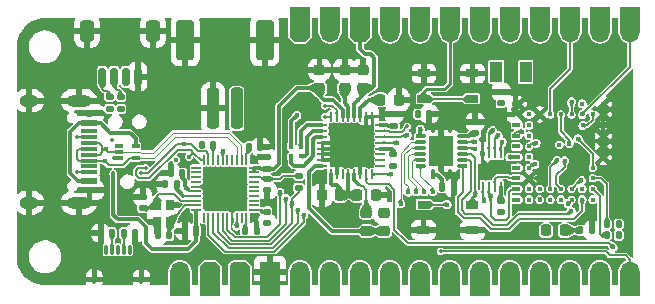
<source format=gbr>
%TF.GenerationSoftware,KiCad,Pcbnew,9.0.7*%
%TF.CreationDate,2026-01-28T15:54:31+01:00*%
%TF.ProjectId,RoyalBlue54L-Feather,526f7961-6c42-46c7-9565-35344c2d4665,rev?*%
%TF.SameCoordinates,Original*%
%TF.FileFunction,Copper,L1,Top*%
%TF.FilePolarity,Positive*%
%FSLAX46Y46*%
G04 Gerber Fmt 4.6, Leading zero omitted, Abs format (unit mm)*
G04 Created by KiCad (PCBNEW 9.0.7) date 2026-01-28 15:54:31*
%MOMM*%
%LPD*%
G01*
G04 APERTURE LIST*
G04 Aperture macros list*
%AMRoundRect*
0 Rectangle with rounded corners*
0 $1 Rounding radius*
0 $2 $3 $4 $5 $6 $7 $8 $9 X,Y pos of 4 corners*
0 Add a 4 corners polygon primitive as box body*
4,1,4,$2,$3,$4,$5,$6,$7,$8,$9,$2,$3,0*
0 Add four circle primitives for the rounded corners*
1,1,$1+$1,$2,$3*
1,1,$1+$1,$4,$5*
1,1,$1+$1,$6,$7*
1,1,$1+$1,$8,$9*
0 Add four rect primitives between the rounded corners*
20,1,$1+$1,$2,$3,$4,$5,0*
20,1,$1+$1,$4,$5,$6,$7,0*
20,1,$1+$1,$6,$7,$8,$9,0*
20,1,$1+$1,$8,$9,$2,$3,0*%
%AMOutline5P*
0 Free polygon, 5 corners , with rotation*
0 The origin of the aperture is its center*
0 number of corners: always 5*
0 $1 to $10 corner X, Y*
0 $11 Rotation angle, in degrees counterclockwise*
0 create outline with 5 corners*
4,1,5,$1,$2,$3,$4,$5,$6,$7,$8,$9,$10,$1,$2,$11*%
%AMOutline6P*
0 Free polygon, 6 corners , with rotation*
0 The origin of the aperture is its center*
0 number of corners: always 6*
0 $1 to $12 corner X, Y*
0 $13 Rotation angle, in degrees counterclockwise*
0 create outline with 6 corners*
4,1,6,$1,$2,$3,$4,$5,$6,$7,$8,$9,$10,$11,$12,$1,$2,$13*%
%AMOutline7P*
0 Free polygon, 7 corners , with rotation*
0 The origin of the aperture is its center*
0 number of corners: always 7*
0 $1 to $14 corner X, Y*
0 $15 Rotation angle, in degrees counterclockwise*
0 create outline with 7 corners*
4,1,7,$1,$2,$3,$4,$5,$6,$7,$8,$9,$10,$11,$12,$13,$14,$1,$2,$15*%
%AMOutline8P*
0 Free polygon, 8 corners , with rotation*
0 The origin of the aperture is its center*
0 number of corners: always 8*
0 $1 to $16 corner X, Y*
0 $17 Rotation angle, in degrees counterclockwise*
0 create outline with 8 corners*
4,1,8,$1,$2,$3,$4,$5,$6,$7,$8,$9,$10,$11,$12,$13,$14,$15,$16,$1,$2,$17*%
%AMFreePoly0*
4,1,15,0.140000,-0.355000,0.137310,-0.355000,0.137310,-0.382313,0.116406,-0.432780,0.077780,-0.471406,0.027313,-0.492310,-0.027313,-0.492310,-0.077780,-0.471406,-0.116406,-0.432780,-0.137310,-0.382313,-0.137310,-0.355000,-0.140000,-0.355000,-0.140000,0.355000,0.140000,0.355000,0.140000,-0.355000,0.140000,-0.355000,$1*%
%AMFreePoly1*
4,1,15,0.355000,0.137310,0.382313,0.137310,0.432780,0.116406,0.471406,0.077780,0.492310,0.027313,0.492310,-0.027313,0.471406,-0.077780,0.432780,-0.116406,0.382313,-0.137310,0.355000,-0.137310,0.355000,-0.140000,-0.355000,-0.140000,-0.355000,0.140000,0.355000,0.140000,0.355000,0.137310,0.355000,0.137310,$1*%
%AMFreePoly2*
4,1,15,0.077780,0.471406,0.116406,0.432780,0.137310,0.382313,0.137310,0.355000,0.140000,0.355000,0.140000,-0.355000,-0.140000,-0.355000,-0.140000,0.355000,-0.137310,0.355000,-0.137310,0.382313,-0.116406,0.432780,-0.077780,0.471406,-0.027313,0.492310,0.027313,0.492310,0.077780,0.471406,0.077780,0.471406,$1*%
%AMFreePoly3*
4,1,15,0.355000,-0.140000,-0.355000,-0.140000,-0.355000,-0.137310,-0.382313,-0.137310,-0.432780,-0.116406,-0.471406,-0.077780,-0.492310,-0.027313,-0.492310,0.027313,-0.471406,0.077780,-0.432780,0.116406,-0.382313,0.137310,-0.355000,0.137310,-0.355000,0.140000,0.355000,0.140000,0.355000,-0.140000,0.355000,-0.140000,$1*%
%AMFreePoly4*
4,1,13,-0.850000,0.425000,-0.425000,0.850000,0.425000,0.850000,0.850000,0.425000,0.850000,-0.425000,0.425000,-0.850000,-0.425000,-0.850000,-0.556332,-0.829199,-0.674809,-0.768832,-0.768832,-0.674809,-0.829199,-0.556332,-0.850000,-0.425000,-0.850000,0.425000,-0.850000,0.425000,$1*%
G04 Aperture macros list end*
%TA.AperFunction,SMDPad,CuDef*%
%ADD10RoundRect,0.140000X-0.140000X-0.170000X0.140000X-0.170000X0.140000X0.170000X-0.140000X0.170000X0*%
%TD*%
%TA.AperFunction,SMDPad,CuDef*%
%ADD11RoundRect,0.135000X0.135000X0.185000X-0.135000X0.185000X-0.135000X-0.185000X0.135000X-0.185000X0*%
%TD*%
%TA.AperFunction,SMDPad,CuDef*%
%ADD12RoundRect,0.250000X0.250000X1.500000X-0.250000X1.500000X-0.250000X-1.500000X0.250000X-1.500000X0*%
%TD*%
%TA.AperFunction,SMDPad,CuDef*%
%ADD13RoundRect,0.250001X0.499999X1.449999X-0.499999X1.449999X-0.499999X-1.449999X0.499999X-1.449999X0*%
%TD*%
%TA.AperFunction,SMDPad,CuDef*%
%ADD14C,0.400000*%
%TD*%
%TA.AperFunction,SMDPad,CuDef*%
%ADD15R,0.500000X0.400000*%
%TD*%
%TA.AperFunction,SMDPad,CuDef*%
%ADD16RoundRect,0.135000X-0.135000X-0.185000X0.135000X-0.185000X0.135000X0.185000X-0.135000X0.185000X0*%
%TD*%
%TA.AperFunction,SMDPad,CuDef*%
%ADD17RoundRect,0.140000X-0.170000X0.140000X-0.170000X-0.140000X0.170000X-0.140000X0.170000X0.140000X0*%
%TD*%
%TA.AperFunction,SMDPad,CuDef*%
%ADD18RoundRect,0.100000X-0.100000X-0.100000X0.100000X-0.100000X0.100000X0.100000X-0.100000X0.100000X0*%
%TD*%
%TA.AperFunction,SMDPad,CuDef*%
%ADD19RoundRect,0.062500X0.062500X-0.337500X0.062500X0.337500X-0.062500X0.337500X-0.062500X-0.337500X0*%
%TD*%
%TA.AperFunction,SMDPad,CuDef*%
%ADD20RoundRect,0.062500X0.337500X-0.062500X0.337500X0.062500X-0.337500X0.062500X-0.337500X-0.062500X0*%
%TD*%
%TA.AperFunction,HeatsinkPad*%
%ADD21C,0.500000*%
%TD*%
%TA.AperFunction,HeatsinkPad*%
%ADD22R,3.600000X3.600000*%
%TD*%
%TA.AperFunction,SMDPad,CuDef*%
%ADD23RoundRect,0.135000X0.185000X-0.135000X0.185000X0.135000X-0.185000X0.135000X-0.185000X-0.135000X0*%
%TD*%
%TA.AperFunction,SMDPad,CuDef*%
%ADD24RoundRect,0.140000X0.170000X-0.140000X0.170000X0.140000X-0.170000X0.140000X-0.170000X-0.140000X0*%
%TD*%
%TA.AperFunction,SMDPad,CuDef*%
%ADD25R,1.450000X0.600000*%
%TD*%
%TA.AperFunction,SMDPad,CuDef*%
%ADD26R,1.450000X0.300000*%
%TD*%
%TA.AperFunction,ComponentPad*%
%ADD27O,2.100000X1.000000*%
%TD*%
%TA.AperFunction,ComponentPad*%
%ADD28O,1.600000X1.000000*%
%TD*%
%TA.AperFunction,SMDPad,CuDef*%
%ADD29RoundRect,0.062500X-0.062500X0.387500X-0.062500X-0.387500X0.062500X-0.387500X0.062500X0.387500X0*%
%TD*%
%TA.AperFunction,HeatsinkPad*%
%ADD30R,1.600000X0.200000*%
%TD*%
%TA.AperFunction,SMDPad,CuDef*%
%ADD31RoundRect,0.225000X0.250000X-0.225000X0.250000X0.225000X-0.250000X0.225000X-0.250000X-0.225000X0*%
%TD*%
%TA.AperFunction,SMDPad,CuDef*%
%ADD32R,0.800000X0.900000*%
%TD*%
%TA.AperFunction,SMDPad,CuDef*%
%ADD33RoundRect,0.140000X0.140000X0.170000X-0.140000X0.170000X-0.140000X-0.170000X0.140000X-0.170000X0*%
%TD*%
%TA.AperFunction,SMDPad,CuDef*%
%ADD34RoundRect,0.135000X-0.185000X0.135000X-0.185000X-0.135000X0.185000X-0.135000X0.185000X0.135000X0*%
%TD*%
%TA.AperFunction,SMDPad,CuDef*%
%ADD35RoundRect,0.218750X0.218750X0.256250X-0.218750X0.256250X-0.218750X-0.256250X0.218750X-0.256250X0*%
%TD*%
%TA.AperFunction,SMDPad,CuDef*%
%ADD36R,1.050000X0.650000*%
%TD*%
%TA.AperFunction,SMDPad,CuDef*%
%ADD37FreePoly0,0.000000*%
%TD*%
%TA.AperFunction,SMDPad,CuDef*%
%ADD38FreePoly1,0.000000*%
%TD*%
%TA.AperFunction,SMDPad,CuDef*%
%ADD39FreePoly2,0.000000*%
%TD*%
%TA.AperFunction,SMDPad,CuDef*%
%ADD40FreePoly3,0.000000*%
%TD*%
%TA.AperFunction,SMDPad,CuDef*%
%ADD41R,2.050000X2.550000*%
%TD*%
%TA.AperFunction,SMDPad,CuDef*%
%ADD42RoundRect,0.225000X-0.225000X-0.250000X0.225000X-0.250000X0.225000X0.250000X-0.225000X0.250000X0*%
%TD*%
%TA.AperFunction,SMDPad,CuDef*%
%ADD43R,1.000000X1.800000*%
%TD*%
%TA.AperFunction,ComponentPad*%
%ADD44Outline8P,-0.850000X0.425000X-0.425000X0.850000X0.425000X0.850000X0.850000X0.425000X0.850000X-0.425000X0.425000X-0.850000X-0.425000X-0.850000X-0.850000X-0.425000X90.000000*%
%TD*%
%TA.AperFunction,ComponentPad*%
%ADD45R,1.700000X1.700000*%
%TD*%
%TA.AperFunction,ComponentPad*%
%ADD46O,1.700000X1.700000*%
%TD*%
%TA.AperFunction,ComponentPad*%
%ADD47R,1.700000X2.120000*%
%TD*%
%TA.AperFunction,SMDPad,CuDef*%
%ADD48RoundRect,0.075000X-0.075000X-0.325000X0.075000X-0.325000X0.075000X0.325000X-0.075000X0.325000X0*%
%TD*%
%TA.AperFunction,SMDPad,CuDef*%
%ADD49RoundRect,0.100000X-0.100000X-0.300000X0.100000X-0.300000X0.100000X0.300000X-0.100000X0.300000X0*%
%TD*%
%TA.AperFunction,SMDPad,CuDef*%
%ADD50RoundRect,0.087500X-0.250000X-0.087500X0.250000X-0.087500X0.250000X0.087500X-0.250000X0.087500X0*%
%TD*%
%TA.AperFunction,SMDPad,CuDef*%
%ADD51RoundRect,0.218750X0.256250X-0.218750X0.256250X0.218750X-0.256250X0.218750X-0.256250X-0.218750X0*%
%TD*%
%TA.AperFunction,SMDPad,CuDef*%
%ADD52RoundRect,0.150000X0.150000X0.625000X-0.150000X0.625000X-0.150000X-0.625000X0.150000X-0.625000X0*%
%TD*%
%TA.AperFunction,SMDPad,CuDef*%
%ADD53RoundRect,0.250000X0.350000X0.650000X-0.350000X0.650000X-0.350000X-0.650000X0.350000X-0.650000X0*%
%TD*%
%TA.AperFunction,SMDPad,CuDef*%
%ADD54RoundRect,0.225000X0.225000X0.250000X-0.225000X0.250000X-0.225000X-0.250000X0.225000X-0.250000X0*%
%TD*%
%TA.AperFunction,SMDPad,CuDef*%
%ADD55RoundRect,0.062500X0.350000X0.062500X-0.350000X0.062500X-0.350000X-0.062500X0.350000X-0.062500X0*%
%TD*%
%TA.AperFunction,SMDPad,CuDef*%
%ADD56RoundRect,0.062500X0.062500X0.350000X-0.062500X0.350000X-0.062500X-0.350000X0.062500X-0.350000X0*%
%TD*%
%TA.AperFunction,ComponentPad*%
%ADD57Outline8P,-0.850000X0.425000X-0.425000X0.850000X0.425000X0.850000X0.850000X0.425000X0.850000X-0.425000X0.425000X-0.850000X-0.425000X-0.850000X-0.850000X-0.425000X270.000000*%
%TD*%
%TA.AperFunction,ComponentPad*%
%ADD58FreePoly4,270.000000*%
%TD*%
%TA.AperFunction,ViaPad*%
%ADD59C,0.450000*%
%TD*%
%TA.AperFunction,ViaPad*%
%ADD60C,0.350000*%
%TD*%
%TA.AperFunction,ViaPad*%
%ADD61C,0.400000*%
%TD*%
%TA.AperFunction,Conductor*%
%ADD62C,0.150000*%
%TD*%
%TA.AperFunction,Conductor*%
%ADD63C,0.300000*%
%TD*%
%TA.AperFunction,Conductor*%
%ADD64C,0.267200*%
%TD*%
%TA.AperFunction,Conductor*%
%ADD65C,0.250000*%
%TD*%
%TA.AperFunction,Conductor*%
%ADD66C,0.100000*%
%TD*%
G04 APERTURE END LIST*
D10*
%TO.P,C25,1*%
%TO.N,/Debugger/nRF52_VDD*%
X153230000Y-101810000D03*
%TO.P,C25,2*%
%TO.N,GND*%
X154190000Y-101810000D03*
%TD*%
D11*
%TO.P,R5,1*%
%TO.N,VDD*%
X170210000Y-112070000D03*
%TO.P,R5,2*%
%TO.N,/nPM1300/NPM1300.SCL*%
X169190000Y-112070000D03*
%TD*%
D12*
%TO.P,J4,1,Pin_1*%
%TO.N,+BATT*%
X137880000Y-101308000D03*
%TO.P,J4,2,Pin_2*%
%TO.N,GND*%
X135880000Y-101308000D03*
D13*
%TO.P,J4,MP,MountPin*%
X140230000Y-95558000D03*
X133530000Y-95558000D03*
%TD*%
D14*
%TO.P,U1,A1,GND*%
%TO.N,GND*%
X168920000Y-100930000D03*
%TO.P,U1,A3,P1.09*%
%TO.N,/Connectors/UART.RX*%
X167120000Y-100930000D03*
%TO.P,U1,A9,GND*%
%TO.N,GND*%
X161720000Y-100930000D03*
D15*
X161470000Y-100930000D03*
D14*
%TO.P,U1,B1,GND*%
X168920000Y-101830000D03*
%TO.P,U1,B2,P1.10*%
%TO.N,/Connectors/UART.TX*%
X168020000Y-101830000D03*
%TO.P,U1,B3,P1.11/AIN4*%
%TO.N,/Connectors/I2C.SDA*%
X167120000Y-101830000D03*
%TO.P,U1,B4,P1.12/AIN5*%
%TO.N,/Connectors/ANALOG.A4*%
X166220000Y-101830000D03*
%TO.P,U1,B5,P1.13/AIN6*%
%TO.N,/Connectors/ANALOG.A5*%
X165320000Y-101830000D03*
%TO.P,U1,B6,P1.14/AIN7*%
%TO.N,/Connectors/DIG.D5*%
X164420000Y-101830000D03*
%TO.P,U1,B7,GND*%
%TO.N,GND*%
X163520000Y-101830000D03*
%TO.P,U1,B8,VDD*%
%TO.N,VDD*%
X162620000Y-101830000D03*
%TO.P,U1,B9,GND*%
%TO.N,GND*%
X161720000Y-101830000D03*
D15*
X161470000Y-101830000D03*
D14*
%TO.P,U1,C8,VDD*%
%TO.N,VDD*%
X162620000Y-102730000D03*
%TO.P,U1,C9,P1.01/XL2*%
%TO.N,Net-(U1-P1.01{slash}XL2)*%
X161720000Y-102730000D03*
D15*
X161470000Y-102730000D03*
D14*
%TO.P,U1,D1,GND*%
%TO.N,GND*%
X168920000Y-103630000D03*
%TO.P,U1,D8,P1.00/XL1*%
%TO.N,Net-(U1-P1.00{slash}XL1)*%
X162620000Y-103630000D03*
%TO.P,U1,D9,P1.02/NFC1*%
%TO.N,Net-(J6-Pin_2)*%
X161720000Y-103630000D03*
D15*
X161470000Y-103630000D03*
D14*
%TO.P,U1,E1,GND*%
%TO.N,GND*%
X168920000Y-104530000D03*
%TO.P,U1,E8,P1.03/NFC2*%
%TO.N,Net-(J6-Pin_4)*%
X162620000Y-104530000D03*
%TO.P,U1,E9,P1.04/AIN0*%
%TO.N,/Connectors/ANALOG.A0*%
X161720000Y-104530000D03*
D15*
X161470000Y-104530000D03*
D14*
%TO.P,U1,F1,GND*%
%TO.N,GND*%
X168920000Y-105430000D03*
%TO.P,U1,F8,P1.05/AIN1*%
%TO.N,/Connectors/ANALOG.A1*%
X162620000Y-105430000D03*
%TO.P,U1,F9,P1.06/AIN2*%
%TO.N,/Connectors/ANALOG.A2*%
X161720000Y-105430000D03*
D15*
X161470000Y-105430000D03*
D14*
%TO.P,U1,G2,~{RESET}*%
%TO.N,/Debugger/SWD_TRG.~{RESET}*%
X168020000Y-106330000D03*
%TO.P,U1,G8,P1.08*%
%TO.N,/Connectors/I2C.SCL*%
X162620000Y-106330000D03*
%TO.P,U1,G9,P1.07/AIN3*%
%TO.N,/Connectors/ANALOG.A3*%
X161720000Y-106330000D03*
D15*
X161470000Y-106330000D03*
D14*
%TO.P,U1,H2,P0.04*%
%TO.N,/nPM1300/NPM1300.SDA*%
X168020000Y-107230000D03*
%TO.P,U1,H8,GND*%
%TO.N,GND*%
X162620000Y-107230000D03*
%TO.P,U1,H9,P2.00*%
%TO.N,/nRF54L15/D3_FLASH*%
X161720000Y-107230000D03*
D15*
X161470000Y-107230000D03*
D14*
%TO.P,U1,J2,P0.03*%
%TO.N,/nPM1300/NPM1300.SCL*%
X168020000Y-108130000D03*
%TO.P,U1,J3,SWDIO*%
%TO.N,/Debugger/SWD_TRG.SWDIO*%
X167120000Y-108130000D03*
%TO.P,U1,J4,P0.00*%
%TO.N,/Connectors/DIG.D11*%
X166220000Y-108130000D03*
%TO.P,U1,J5,P2.09*%
%TO.N,/Connectors/DIG.D12*%
X165320000Y-108130000D03*
%TO.P,U1,J6,P2.07*%
%TO.N,/Connectors/DIG.D13*%
X164420000Y-108130000D03*
%TO.P,U1,J7,P2.03*%
%TO.N,/nRF54L15/D2_FLASH*%
X163520000Y-108130000D03*
%TO.P,U1,J8,P2.02*%
%TO.N,/Connectors/SPI.MOSI*%
X162620000Y-108130000D03*
%TO.P,U1,J9,P2.01*%
%TO.N,/Connectors/SPI.SCK*%
X161720000Y-108130000D03*
D15*
X161470000Y-108130000D03*
D14*
%TO.P,U1,K2,P0.02*%
%TO.N,/nPM1300/NPM1300.INT*%
X168020000Y-109030000D03*
%TO.P,U1,K3,SWDCLK*%
%TO.N,/Debugger/SWD_TRG.SWDCLK*%
X167120000Y-109030000D03*
%TO.P,U1,K4,P0.01*%
%TO.N,/Connectors/DIG.D6*%
X166220000Y-109030000D03*
%TO.P,U1,K5,P2.10*%
%TO.N,/Connectors/DIG.D9*%
X165320000Y-109030000D03*
%TO.P,U1,K6,P2.08*%
%TO.N,/Connectors/DIG.D10*%
X164420000Y-109030000D03*
%TO.P,U1,K7,P2.06*%
%TO.N,Net-(D1-A)*%
X163520000Y-109030000D03*
%TO.P,U1,K8,P2.05*%
%TO.N,/nRF54L15/~{CS}_FLASH*%
X162620000Y-109030000D03*
%TO.P,U1,K9,P2.04*%
%TO.N,/Connectors/SPI.MISO*%
X161720000Y-109030000D03*
D15*
X161470000Y-109030000D03*
%TD*%
D16*
%TO.P,R6,1*%
%TO.N,Net-(D1-K)*%
X166940000Y-111650000D03*
%TO.P,R6,2*%
%TO.N,GND*%
X167960000Y-111650000D03*
%TD*%
D17*
%TO.P,C10,1*%
%TO.N,/Debugger/nRF52_VDD*%
X140440000Y-107280000D03*
%TO.P,C10,2*%
%TO.N,GND*%
X140440000Y-108240000D03*
%TD*%
D11*
%TO.P,R7,1*%
%TO.N,VDD*%
X170210000Y-111130000D03*
%TO.P,R7,2*%
%TO.N,/nPM1300/NPM1300.SDA*%
X169190000Y-111130000D03*
%TD*%
D18*
%TO.P,D3,1,A*%
%TO.N,VSYS*%
X142480000Y-104580000D03*
%TO.P,D3,2,RK*%
%TO.N,Net-(D3-RK)*%
X143280000Y-104580000D03*
%TO.P,D3,3,GK*%
%TO.N,Net-(D3-GK)*%
X143280000Y-105380000D03*
%TO.P,D3,4,BK*%
%TO.N,Net-(D3-BK)*%
X142480000Y-105380000D03*
%TD*%
D19*
%TO.P,U2,1,VOUT1*%
%TO.N,VSYS*%
X145830000Y-106910000D03*
%TO.P,U2,2,PVSS1*%
%TO.N,GND*%
X146330000Y-106910000D03*
%TO.P,U2,3,SW1*%
%TO.N,unconnected-(U2-SW1-Pad3)*%
X146830000Y-106910000D03*
%TO.P,U2,4,PVDD*%
%TO.N,VSYS*%
X147330000Y-106910000D03*
%TO.P,U2,5,SW2*%
%TO.N,Net-(U2-SW2)*%
X147830000Y-106910000D03*
%TO.P,U2,6,PVSS2*%
%TO.N,GND*%
X148330000Y-106910000D03*
%TO.P,U2,7,GPIO0*%
%TO.N,/nPM1300/NPM1300.INT*%
X148830000Y-106910000D03*
%TO.P,U2,8,GPIO1*%
%TO.N,/Connectors/ENABLE*%
X149330000Y-106910000D03*
D20*
%TO.P,U2,9,GPIO2*%
%TO.N,unconnected-(U2-GPIO2-Pad9)*%
X150030000Y-106210000D03*
%TO.P,U2,10,GPIO3*%
%TO.N,unconnected-(U2-GPIO3-Pad10)*%
X150030000Y-105710000D03*
%TO.P,U2,11,GPIO4*%
%TO.N,unconnected-(U2-GPIO4-Pad11)*%
X150030000Y-105210000D03*
%TO.P,U2,12,VDDIO*%
%TO.N,VDD*%
X150030000Y-104710000D03*
%TO.P,U2,13,SDA*%
%TO.N,/nPM1300/NPM1300.SDA*%
X150030000Y-104210000D03*
%TO.P,U2,14,SCL*%
%TO.N,/nPM1300/NPM1300.SCL*%
X150030000Y-103710000D03*
%TO.P,U2,15,SHPHLD*%
%TO.N,/Connectors/SHPHLD*%
X150030000Y-103210000D03*
%TO.P,U2,16,VSET2*%
%TO.N,Net-(U2-VSET2)*%
X150030000Y-102710000D03*
D19*
%TO.P,U2,17,VSET1*%
%TO.N,GND*%
X149330000Y-102010000D03*
%TO.P,U2,18,NTC*%
X148830000Y-102010000D03*
%TO.P,U2,19,VBAT*%
%TO.N,+BATT*%
X148330000Y-102010000D03*
%TO.P,U2,20,VSYS*%
%TO.N,VSYS*%
X147830000Y-102010000D03*
%TO.P,U2,21,VBUS*%
%TO.N,/Debugger/USB.VBUS*%
X147330000Y-102010000D03*
%TO.P,U2,22,VBUSOUT*%
%TO.N,VBUS*%
X146830000Y-102010000D03*
%TO.P,U2,23,CC1*%
%TO.N,/Debugger/USB.CC1*%
X146330000Y-102010000D03*
%TO.P,U2,24,CC2*%
%TO.N,/Debugger/USB.CC2*%
X145830000Y-102010000D03*
D20*
%TO.P,U2,25,LED0*%
%TO.N,Net-(D3-RK)*%
X145130000Y-102710000D03*
%TO.P,U2,26,LED1*%
%TO.N,Net-(D3-GK)*%
X145130000Y-103210000D03*
%TO.P,U2,27,LED2*%
%TO.N,Net-(D3-BK)*%
X145130000Y-103710000D03*
%TO.P,U2,28,LSIN1/VINLDO1*%
%TO.N,GND*%
X145130000Y-104210000D03*
%TO.P,U2,29,LSOUT1/VOUTLDO1*%
X145130000Y-104710000D03*
%TO.P,U2,30,LSIN2/VINLDO2*%
X145130000Y-105210000D03*
%TO.P,U2,31,LSOUT2/VOUTLDO2*%
X145130000Y-105710000D03*
%TO.P,U2,32,VOUT2*%
%TO.N,Net-(JP1-A)*%
X145130000Y-106210000D03*
D21*
%TO.P,U2,33,AVSS*%
%TO.N,GND*%
X146580000Y-105460000D03*
X147580000Y-105460000D03*
X148580000Y-105460000D03*
X146580000Y-104460000D03*
X147580000Y-104460000D03*
D22*
X147580000Y-104460000D03*
D21*
X148580000Y-104460000D03*
X146580000Y-103460000D03*
X147580000Y-103460000D03*
X148580000Y-103460000D03*
%TD*%
D10*
%TO.P,C23,1*%
%TO.N,Net-(U5-DECUSB)*%
X138920000Y-104570000D03*
%TO.P,C23,2*%
%TO.N,GND*%
X139880000Y-104570000D03*
%TD*%
D23*
%TO.P,R2,1*%
%TO.N,VDD*%
X127103416Y-101355058D03*
%TO.P,R2,2*%
%TO.N,/Connectors/I2C.SCL*%
X127103416Y-100335058D03*
%TD*%
D24*
%TO.P,C24,1*%
%TO.N,VDD*%
X158060000Y-103420000D03*
%TO.P,C24,2*%
%TO.N,GND*%
X158060000Y-102460000D03*
%TD*%
D17*
%TO.P,C19,1*%
%TO.N,Net-(U5-DEC1)*%
X140440000Y-110050000D03*
%TO.P,C19,2*%
%TO.N,GND*%
X140440000Y-111010000D03*
%TD*%
%TO.P,C1,1*%
%TO.N,VDD*%
X151140000Y-105210000D03*
%TO.P,C1,2*%
%TO.N,GND*%
X151140000Y-106170000D03*
%TD*%
D25*
%TO.P,J3,A1,GND*%
%TO.N,GND*%
X125405000Y-101730000D03*
%TO.P,J3,A4,VBUS*%
%TO.N,/Debugger/USB.VBUS*%
X125405000Y-102530000D03*
D26*
%TO.P,J3,A5,CC1*%
%TO.N,/Debugger/USB.CC1*%
X125405000Y-103730000D03*
%TO.P,J3,A6,D+*%
%TO.N,/Debugger/D+*%
X125405000Y-104730000D03*
%TO.P,J3,A7,D-*%
%TO.N,/Debugger/D-*%
X125405000Y-105230000D03*
%TO.P,J3,A8,SBU1*%
%TO.N,unconnected-(J3-SBU1-PadA8)*%
X125405000Y-106230000D03*
D25*
%TO.P,J3,A9,VBUS*%
%TO.N,/Debugger/USB.VBUS*%
X125405000Y-107430000D03*
%TO.P,J3,A12,GND*%
%TO.N,GND*%
X125405000Y-108230000D03*
%TO.P,J3,B1,GND*%
X125405000Y-108230000D03*
%TO.P,J3,B4,VBUS*%
%TO.N,/Debugger/USB.VBUS*%
X125405000Y-107430000D03*
D26*
%TO.P,J3,B5,CC2*%
%TO.N,/Debugger/USB.CC2*%
X125405000Y-106730000D03*
%TO.P,J3,B6,D+*%
%TO.N,/Debugger/D+*%
X125405000Y-105730000D03*
%TO.P,J3,B7,D-*%
%TO.N,/Debugger/D-*%
X125405000Y-104230000D03*
%TO.P,J3,B8,SBU2*%
%TO.N,unconnected-(J3-SBU2-PadB8)*%
X125405000Y-103230000D03*
D25*
%TO.P,J3,B9,VBUS*%
%TO.N,/Debugger/USB.VBUS*%
X125405000Y-102530000D03*
%TO.P,J3,B12,GND*%
%TO.N,GND*%
X125405000Y-101730000D03*
D27*
%TO.P,J3,S1,SHIELD*%
X124490000Y-100660000D03*
D28*
X120310000Y-100660000D03*
D27*
X124490000Y-109300000D03*
D28*
X120310000Y-109300000D03*
%TD*%
D17*
%TO.P,C18,1*%
%TO.N,GND*%
X129930000Y-108820000D03*
%TO.P,C18,2*%
%TO.N,Net-(U5-XC1)*%
X129930000Y-109780000D03*
%TD*%
D29*
%TO.P,U4,1,~{CS}*%
%TO.N,/nRF54L15/~{CS}_FLASH*%
X160210000Y-105105000D03*
%TO.P,U4,2,DO/IO_{1}*%
%TO.N,/Connectors/SPI.MISO*%
X159710000Y-105105000D03*
%TO.P,U4,3,~{WP}/IO_{2}*%
%TO.N,/nRF54L15/D2_FLASH*%
X159210000Y-105105000D03*
%TO.P,U4,4,GND*%
%TO.N,GND*%
X158710000Y-105105000D03*
%TO.P,U4,5,DI/IO_{0}*%
%TO.N,/Connectors/SPI.MOSI*%
X158710000Y-107955000D03*
%TO.P,U4,6,CLK*%
%TO.N,/Connectors/SPI.SCK*%
X159210000Y-107955000D03*
%TO.P,U4,7,~{HOLD}/~{RESET}/IO_{3}*%
%TO.N,/nRF54L15/D3_FLASH*%
X159710000Y-107955000D03*
%TO.P,U4,8,VCC*%
%TO.N,VDD*%
X160210000Y-107955000D03*
D30*
%TO.P,U4,9,EP*%
%TO.N,GND*%
X159460000Y-106530000D03*
%TD*%
D31*
%TO.P,C4,1*%
%TO.N,VSYS*%
X148580000Y-99595000D03*
%TO.P,C4,2*%
%TO.N,GND*%
X148580000Y-98045000D03*
%TD*%
D32*
%TO.P,Y2,1,1*%
%TO.N,Net-(U5-XC1)*%
X131140000Y-109500000D03*
%TO.P,Y2,2,2*%
%TO.N,GND*%
X131140000Y-110900000D03*
%TO.P,Y2,3,3*%
%TO.N,Net-(U5-XC2)*%
X132240000Y-110900000D03*
%TO.P,Y2,4,4*%
%TO.N,GND*%
X132240000Y-109500000D03*
%TD*%
D33*
%TO.P,C16,1*%
%TO.N,/Debugger/nRF52_VDD*%
X134440000Y-111710000D03*
%TO.P,C16,2*%
%TO.N,GND*%
X133480000Y-111710000D03*
%TD*%
%TO.P,C22,1*%
%TO.N,Net-(U5-DEC4)*%
X133260000Y-106780000D03*
%TO.P,C22,2*%
%TO.N,GND*%
X132300000Y-106780000D03*
%TD*%
D24*
%TO.P,C9,1*%
%TO.N,VDD*%
X160260000Y-100870000D03*
%TO.P,C9,2*%
%TO.N,GND*%
X160260000Y-99910000D03*
%TD*%
D31*
%TO.P,C6,1*%
%TO.N,VBUS*%
X144880000Y-99595000D03*
%TO.P,C6,2*%
%TO.N,GND*%
X144880000Y-98045000D03*
%TD*%
D34*
%TO.P,R8,1*%
%TO.N,/Debugger/nRF52_VDD*%
X143110000Y-107010000D03*
%TO.P,R8,2*%
%TO.N,/Debugger/TRG_~{RESET}_NRF52*%
X143110000Y-108030000D03*
%TD*%
D35*
%TO.P,D1,1,K*%
%TO.N,Net-(D1-K)*%
X165637500Y-111650000D03*
%TO.P,D1,2,A*%
%TO.N,Net-(D1-A)*%
X164062500Y-111650000D03*
%TD*%
D10*
%TO.P,C13,1*%
%TO.N,Net-(J6-Pin_4)*%
X128310000Y-111855000D03*
%TO.P,C13,2*%
%TO.N,GND*%
X129270000Y-111855000D03*
%TD*%
D36*
%TO.P,SW1,1,1*%
%TO.N,GND*%
X157835000Y-111605000D03*
X153685000Y-111605000D03*
%TO.P,SW1,2,2*%
%TO.N,/Debugger/SWD_TRG.~{RESET}*%
X157835000Y-109455000D03*
X153710000Y-109455000D03*
%TD*%
D37*
%TO.P,U6,1,A1*%
%TO.N,GND*%
X154450000Y-102875000D03*
D38*
%TO.P,U6,2,V_{CCA}*%
%TO.N,/Debugger/nRF52_VDD*%
X153405000Y-103670000D03*
%TO.P,U6,3,A2*%
%TO.N,/Debugger/UART_RX_NRF52*%
X153405000Y-104170000D03*
%TO.P,U6,4,A3*%
%TO.N,/Debugger/UART_TX_NRF52*%
X153405000Y-104670000D03*
%TO.P,U6,5,A4*%
%TO.N,/Debugger/TRG_~{RESET}_NRF52*%
X153405000Y-105170000D03*
%TO.P,U6,6,A5*%
%TO.N,/Debugger/TRG_SWDIO_NRF52*%
X153405000Y-105670000D03*
%TO.P,U6,7,A6*%
%TO.N,/Debugger/TRG_SWDCLK_NRF52*%
X153405000Y-106170000D03*
D39*
%TO.P,U6,8,OE*%
%TO.N,/Debugger/nRF52_VDD*%
X154450000Y-106965000D03*
%TO.P,U6,9,GND*%
%TO.N,GND*%
X155950000Y-106965000D03*
D40*
%TO.P,U6,10,B6*%
%TO.N,/Debugger/SWD_TRG.SWDCLK*%
X156995000Y-106170000D03*
%TO.P,U6,11,B5*%
%TO.N,/Debugger/SWD_TRG.SWDIO*%
X156995000Y-105670000D03*
%TO.P,U6,12,B4*%
%TO.N,/Debugger/SWD_TRG.~{RESET}*%
X156995000Y-105170000D03*
%TO.P,U6,13,B3*%
%TO.N,/Connectors/UART.TX*%
X156995000Y-104670000D03*
%TO.P,U6,14,B2*%
%TO.N,/Connectors/UART.RX*%
X156995000Y-104170000D03*
%TO.P,U6,15,V_{CCB}*%
%TO.N,VDD*%
X156995000Y-103670000D03*
D37*
%TO.P,U6,16,B1*%
%TO.N,GND*%
X155950000Y-102875000D03*
D41*
%TO.P,U6,17,GND*%
X155200000Y-104920000D03*
%TD*%
D23*
%TO.P,R4,1*%
%TO.N,Net-(U2-VSET2)*%
X151200000Y-102800000D03*
%TO.P,R4,2*%
%TO.N,GND*%
X151200000Y-101780000D03*
%TD*%
D42*
%TO.P,C11,1*%
%TO.N,+BATT*%
X150045000Y-100590000D03*
%TO.P,C11,2*%
%TO.N,GND*%
X151595000Y-100590000D03*
%TD*%
D43*
%TO.P,Y1,1,1*%
%TO.N,Net-(U1-P1.01{slash}XL2)*%
X159840000Y-98230000D03*
%TO.P,Y1,2,2*%
%TO.N,Net-(U1-P1.00{slash}XL1)*%
X162340000Y-98230000D03*
%TD*%
D36*
%TO.P,SW2,1,1*%
%TO.N,/Connectors/DIG.D11*%
X157835000Y-100505000D03*
X153685000Y-100505000D03*
%TO.P,SW2,2,2*%
%TO.N,GND*%
X157835000Y-98355000D03*
X153710000Y-98355000D03*
%TD*%
D44*
%TO.P,J2,1,Pin_1*%
%TO.N,+BATT*%
X143230000Y-94820000D03*
X143230000Y-94820000D03*
D45*
X143230000Y-93550000D03*
D46*
%TO.P,J2,2,Pin_2*%
%TO.N,/Connectors/ENABLE*%
X145770000Y-94820000D03*
D47*
X145770000Y-93760000D03*
D44*
%TO.P,J2,3,Pin_3*%
%TO.N,VSYS*%
X148310000Y-94820000D03*
D47*
X148310000Y-93760000D03*
D46*
%TO.P,J2,4,Pin_4*%
%TO.N,/Connectors/DIG.D13*%
X150850000Y-94820000D03*
D47*
X150850000Y-93760000D03*
D46*
%TO.P,J2,5,Pin_5*%
%TO.N,/Connectors/DIG.D12*%
X153390000Y-94820000D03*
D47*
X153390000Y-93760000D03*
D46*
%TO.P,J2,6,Pin_6*%
%TO.N,/Connectors/DIG.D11*%
X155930000Y-94820000D03*
D47*
X155930000Y-93760000D03*
D46*
%TO.P,J2,7,Pin_7*%
%TO.N,/Connectors/DIG.D10*%
X158470000Y-94820000D03*
D47*
X158470000Y-93760000D03*
D46*
%TO.P,J2,8,Pin_8*%
%TO.N,/Connectors/DIG.D9*%
X161010000Y-94820000D03*
D47*
X161010000Y-93760000D03*
D46*
%TO.P,J2,9,Pin_9*%
%TO.N,/Connectors/DIG.D6*%
X163550000Y-94820000D03*
D47*
X163550000Y-93760000D03*
D46*
%TO.P,J2,10,Pin_10*%
%TO.N,/Connectors/DIG.D5*%
X166090000Y-94820000D03*
D47*
X166090000Y-93760000D03*
D46*
%TO.P,J2,11,Pin_11*%
%TO.N,/Connectors/I2C.SCL*%
X168630000Y-94820000D03*
D47*
X168630000Y-93760000D03*
D46*
%TO.P,J2,12,Pin_12*%
%TO.N,/Connectors/I2C.SDA*%
X171170000Y-94820000D03*
D47*
X171170000Y-93760000D03*
%TD*%
D48*
%TO.P,J6,1,Pin_1*%
%TO.N,unconnected-(J6-Pin_1-Pad1)*%
X126810000Y-113280000D03*
%TO.P,J6,2,Pin_2*%
%TO.N,Net-(J6-Pin_2)*%
X127310000Y-113280000D03*
%TO.P,J6,3,Pin_3*%
%TO.N,unconnected-(J6-Pin_3-Pad3)*%
X127810000Y-113280000D03*
%TO.P,J6,4,Pin_4*%
%TO.N,Net-(J6-Pin_4)*%
X128310000Y-113280000D03*
%TO.P,J6,5,Pin_5*%
%TO.N,unconnected-(J6-Pin_5-Pad5)*%
X128810000Y-113280000D03*
D49*
%TO.P,J6,MP,MountPin*%
%TO.N,GND*%
X125810000Y-115780000D03*
X129810000Y-115780000D03*
%TD*%
D31*
%TO.P,C8,1*%
%TO.N,Net-(JP1-A)*%
X150370000Y-111705000D03*
%TO.P,C8,2*%
%TO.N,GND*%
X150370000Y-110155000D03*
%TD*%
D42*
%TO.P,C2,1*%
%TO.N,VSYS*%
X148085000Y-108670000D03*
%TO.P,C2,2*%
%TO.N,GND*%
X149635000Y-108670000D03*
%TD*%
D23*
%TO.P,R3,1*%
%TO.N,VDD*%
X128043416Y-101355058D03*
%TO.P,R3,2*%
%TO.N,/Connectors/I2C.SDA*%
X128043416Y-100335058D03*
%TD*%
D10*
%TO.P,C15,1*%
%TO.N,/Debugger/nRF52_VDD*%
X138590000Y-111690000D03*
%TO.P,C15,2*%
%TO.N,GND*%
X139550000Y-111690000D03*
%TD*%
D50*
%TO.P,U3,1,IO1*%
%TO.N,unconnected-(U3-IO1-Pad1)*%
X127897500Y-104472500D03*
%TO.P,U3,2,IO2*%
%TO.N,/Debugger/D-*%
X127897500Y-104972500D03*
%TO.P,U3,3*%
%TO.N,GND*%
X127897500Y-105472500D03*
%TO.P,U3,4,IO3*%
%TO.N,/Debugger/D+*%
X129322500Y-105472500D03*
%TO.P,U3,5*%
%TO.N,/Debugger/USB.VBUS*%
X129322500Y-104472500D03*
%TD*%
D51*
%TO.P,L1,1*%
%TO.N,Net-(JP1-A)*%
X148860000Y-111717500D03*
%TO.P,L1,2*%
%TO.N,Net-(U2-SW2)*%
X148860000Y-110142500D03*
%TD*%
D33*
%TO.P,C14,1*%
%TO.N,Net-(J6-Pin_2)*%
X127310000Y-111855000D03*
%TO.P,C14,2*%
%TO.N,GND*%
X126350000Y-111855000D03*
%TD*%
D31*
%TO.P,C5,1*%
%TO.N,/Debugger/USB.VBUS*%
X147010000Y-99595000D03*
%TO.P,C5,2*%
%TO.N,GND*%
X147010000Y-98045000D03*
%TD*%
D24*
%TO.P,C7,1*%
%TO.N,VBUS*%
X140440000Y-106420000D03*
%TO.P,C7,2*%
%TO.N,GND*%
X140440000Y-105460000D03*
%TD*%
D16*
%TO.P,R1,1*%
%TO.N,/Debugger/nRF52_VDD*%
X155250000Y-108040000D03*
%TO.P,R1,2*%
%TO.N,GND*%
X156270000Y-108040000D03*
%TD*%
D33*
%TO.P,C21,1*%
%TO.N,Net-(U5-DEC3)*%
X132780000Y-107740000D03*
%TO.P,C21,2*%
%TO.N,GND*%
X131820000Y-107740000D03*
%TD*%
D52*
%TO.P,J5,1,Pin_1*%
%TO.N,GND*%
X129490000Y-98633000D03*
%TO.P,J5,2,Pin_2*%
%TO.N,VDD*%
X128490000Y-98633000D03*
%TO.P,J5,3,Pin_3*%
%TO.N,/Connectors/I2C.SDA*%
X127490000Y-98633000D03*
%TO.P,J5,4,Pin_4*%
%TO.N,/Connectors/I2C.SCL*%
X126490000Y-98633000D03*
D53*
%TO.P,J5,MP,MountPin*%
%TO.N,GND*%
X130790000Y-94758000D03*
X125190000Y-94758000D03*
%TD*%
D54*
%TO.P,C3,1*%
%TO.N,VSYS*%
X146615000Y-108670000D03*
%TO.P,C3,2*%
%TO.N,GND*%
X145065000Y-108670000D03*
%TD*%
D33*
%TO.P,C17,1*%
%TO.N,/Debugger/nRF52_VDD*%
X135870000Y-104400000D03*
%TO.P,C17,2*%
%TO.N,GND*%
X134910000Y-104400000D03*
%TD*%
D55*
%TO.P,U5,1,DEC1*%
%TO.N,Net-(U5-DEC1)*%
X139317500Y-109930000D03*
%TO.P,U5,2,P0.00/XL1*%
%TO.N,unconnected-(U5-P0.00{slash}XL1-Pad2)*%
X139317500Y-109530000D03*
%TO.P,U5,3,P0.01/XL2*%
%TO.N,unconnected-(U5-P0.01{slash}XL2-Pad3)*%
X139317500Y-109130000D03*
%TO.P,U5,4,P0.04/AIN2*%
%TO.N,unconnected-(U5-P0.04{slash}AIN2-Pad4)*%
X139317500Y-108730000D03*
%TO.P,U5,5,P0.05/AIN3*%
%TO.N,unconnected-(U5-P0.05{slash}AIN3-Pad5)*%
X139317500Y-108330000D03*
%TO.P,U5,6,P1.09*%
%TO.N,unconnected-(U5-P1.09-Pad6)*%
X139317500Y-107930000D03*
%TO.P,U5,7,P0.11*%
%TO.N,unconnected-(U5-P0.11-Pad7)*%
X139317500Y-107530000D03*
%TO.P,U5,8,VDD*%
%TO.N,/Debugger/nRF52_VDD*%
X139317500Y-107130000D03*
%TO.P,U5,9,VDDH*%
%TO.N,VBUS*%
X139317500Y-106730000D03*
%TO.P,U5,10,VBUS*%
X139317500Y-106330000D03*
D56*
%TO.P,U5,11,DECUSB*%
%TO.N,Net-(U5-DECUSB)*%
X138680000Y-105692500D03*
%TO.P,U5,12,D-*%
%TO.N,/Debugger/D-*%
X138280000Y-105692500D03*
%TO.P,U5,13,D+*%
%TO.N,/Debugger/D+*%
X137880000Y-105692500D03*
%TO.P,U5,14,P0.15*%
%TO.N,unconnected-(U5-P0.15-Pad14)*%
X137480000Y-105692500D03*
%TO.P,U5,15,P0.17*%
%TO.N,unconnected-(U5-P0.17-Pad15)*%
X137080000Y-105692500D03*
%TO.P,U5,16,P0.18/~{RESET}*%
%TO.N,Net-(J8-~{RESET})*%
X136680000Y-105692500D03*
%TO.P,U5,17,P0.20*%
%TO.N,unconnected-(U5-P0.20-Pad17)*%
X136280000Y-105692500D03*
%TO.P,U5,18,VDD*%
%TO.N,/Debugger/nRF52_VDD*%
X135880000Y-105692500D03*
%TO.P,U5,19,SWDIO*%
%TO.N,Net-(J8-SWDIO)*%
X135480000Y-105692500D03*
%TO.P,U5,20,SWDCLK*%
%TO.N,Net-(J8-SWCLK)*%
X135080000Y-105692500D03*
D55*
%TO.P,U5,21,DEC5/NC*%
%TO.N,unconnected-(U5-DEC5{slash}NC-Pad21)*%
X134442500Y-106330000D03*
%TO.P,U5,22,P0.09/NFC1*%
%TO.N,unconnected-(U5-P0.09{slash}NFC1-Pad22)*%
X134442500Y-106730000D03*
%TO.P,U5,23,P0.10/NFC2*%
%TO.N,unconnected-(U5-P0.10{slash}NFC2-Pad23)*%
X134442500Y-107130000D03*
%TO.P,U5,24,ANT*%
%TO.N,unconnected-(U5-ANT-Pad24)*%
X134442500Y-107530000D03*
%TO.P,U5,25,VSS_PA*%
%TO.N,GND*%
X134442500Y-107930000D03*
%TO.P,U5,26,DEC6*%
%TO.N,Net-(U5-DEC4)*%
X134442500Y-108330000D03*
%TO.P,U5,27,DEC3*%
%TO.N,Net-(U5-DEC3)*%
X134442500Y-108730000D03*
%TO.P,U5,28,XC1*%
%TO.N,Net-(U5-XC1)*%
X134442500Y-109130000D03*
%TO.P,U5,29,XC2*%
%TO.N,Net-(U5-XC2)*%
X134442500Y-109530000D03*
%TO.P,U5,30,VDD*%
%TO.N,/Debugger/nRF52_VDD*%
X134442500Y-109930000D03*
D56*
%TO.P,U5,31,P0.03/AIN1*%
%TO.N,unconnected-(U5-P0.03{slash}AIN1-Pad31)*%
X135080000Y-110567500D03*
%TO.P,U5,32,P0.02/AIN0*%
%TO.N,/Debugger/TRG_SWDCLK_NRF52*%
X135480000Y-110567500D03*
%TO.P,U5,33,P0.28/AIN4*%
%TO.N,/Debugger/TRG_SWDIO_NRF52*%
X135880000Y-110567500D03*
%TO.P,U5,34,P0.29/AIN5*%
%TO.N,/Debugger/TRG_~{RESET}_NRF52*%
X136280000Y-110567500D03*
%TO.P,U5,35,P0.30/AIN6*%
%TO.N,/Debugger/UART_TX_NRF52*%
X136680000Y-110567500D03*
%TO.P,U5,36,P0.31/AIN7*%
%TO.N,/Debugger/UART_RX_NRF52*%
X137080000Y-110567500D03*
%TO.P,U5,37,VSS*%
%TO.N,GND*%
X137480000Y-110567500D03*
%TO.P,U5,38,DEC4*%
%TO.N,Net-(U5-DEC4)*%
X137880000Y-110567500D03*
%TO.P,U5,39,DCC*%
%TO.N,unconnected-(U5-DCC-Pad39)*%
X138280000Y-110567500D03*
%TO.P,U5,40,VDD*%
%TO.N,/Debugger/nRF52_VDD*%
X138680000Y-110567500D03*
D21*
%TO.P,U5,41,VSS*%
%TO.N,GND*%
X138430000Y-109680000D03*
X138430000Y-108646667D03*
X138430000Y-107613333D03*
X138430000Y-106580000D03*
X137396667Y-109680000D03*
X137396667Y-108646667D03*
X137396667Y-107613333D03*
X137396667Y-106580000D03*
D22*
X136880000Y-108130000D03*
D21*
X136363333Y-109680000D03*
X136363333Y-108646667D03*
X136363333Y-107613333D03*
X136363333Y-106580000D03*
X135330000Y-109680000D03*
X135330000Y-108646667D03*
X135330000Y-107613333D03*
X135330000Y-106580000D03*
%TD*%
D17*
%TO.P,C12,1*%
%TO.N,VDD*%
X160210000Y-109140000D03*
%TO.P,C12,2*%
%TO.N,GND*%
X160210000Y-110100000D03*
%TD*%
D10*
%TO.P,C20,1*%
%TO.N,GND*%
X131210000Y-112060000D03*
%TO.P,C20,2*%
%TO.N,Net-(U5-XC2)*%
X132170000Y-112060000D03*
%TD*%
D46*
%TO.P,J1,1,Pin_1*%
%TO.N,/Debugger/SWD_TRG.~{RESET}*%
X133070000Y-115140000D03*
D47*
X133070000Y-116200000D03*
D57*
%TO.P,J1,2,Pin_2*%
%TO.N,VDD*%
X135610000Y-115140000D03*
D47*
X135610000Y-116200000D03*
D58*
%TO.P,J1,3,Pin_3*%
%TO.N,unconnected-(J1-Pin_3-Pad3)*%
X138150000Y-115140000D03*
D47*
X138150000Y-116200000D03*
D45*
%TO.P,J1,4,Pin_4*%
%TO.N,GND*%
X140690000Y-115140000D03*
D47*
X140690000Y-116200000D03*
D46*
%TO.P,J1,5,Pin_5*%
%TO.N,/Connectors/ANALOG.A0*%
X143230000Y-115140000D03*
D47*
X143230000Y-116200000D03*
D46*
%TO.P,J1,6,Pin_6*%
%TO.N,/Connectors/ANALOG.A1*%
X145770000Y-115140000D03*
D47*
X145770000Y-116200000D03*
D46*
%TO.P,J1,7,Pin_7*%
%TO.N,/Connectors/ANALOG.A2*%
X148310000Y-115140000D03*
D47*
X148310000Y-116200000D03*
D46*
%TO.P,J1,8,Pin_8*%
%TO.N,/Connectors/ANALOG.A3*%
X150850000Y-115140000D03*
D47*
X150850000Y-116200000D03*
D46*
%TO.P,J1,9,Pin_9*%
%TO.N,/Connectors/ANALOG.A4*%
X153390000Y-115140000D03*
D47*
X153390000Y-116200000D03*
D46*
%TO.P,J1,10,Pin_10*%
%TO.N,/Connectors/ANALOG.A5*%
X155930000Y-115140000D03*
D47*
X155930000Y-116200000D03*
D46*
%TO.P,J1,11,Pin_11*%
%TO.N,/Connectors/SPI.SCK*%
X158470000Y-115140000D03*
D47*
X158470000Y-116200000D03*
D46*
%TO.P,J1,12,Pin_12*%
%TO.N,/Connectors/SPI.MOSI*%
X161010000Y-115140000D03*
D47*
X161010000Y-116200000D03*
D46*
%TO.P,J1,13,Pin_13*%
%TO.N,/Connectors/SPI.MISO*%
X163550000Y-115140000D03*
D47*
X163550000Y-116200000D03*
D46*
%TO.P,J1,14,Pin_14*%
%TO.N,/Connectors/UART.RX*%
X166090000Y-115140000D03*
D47*
X166090000Y-116200000D03*
D46*
%TO.P,J1,15,Pin_15*%
%TO.N,/Connectors/UART.TX*%
X168630000Y-115140000D03*
D47*
X168630000Y-116200000D03*
D46*
%TO.P,J1,16,Pin_16*%
%TO.N,/Connectors/SHPHLD*%
X171170000Y-115140000D03*
D47*
X171170000Y-116200000D03*
%TD*%
D59*
%TO.N,GND*%
X158660000Y-105105000D03*
X164105000Y-109760000D03*
X139550000Y-111690000D03*
X154190000Y-101810000D03*
X144085000Y-102030000D03*
X140440000Y-111010000D03*
X151200000Y-101780000D03*
X168920000Y-103630000D03*
X160260000Y-99910000D03*
X155950000Y-106965000D03*
X125405000Y-108230000D03*
X147060000Y-110930000D03*
D60*
X156370000Y-101770000D03*
D61*
X136070000Y-98060000D03*
D60*
X163560000Y-105410000D03*
D59*
X129490000Y-98633000D03*
X168920000Y-101830000D03*
X155200000Y-104920000D03*
X161720000Y-100930000D03*
X129060000Y-96530000D03*
X158879468Y-106005000D03*
X127060000Y-96530000D03*
X132240000Y-109500000D03*
X163520000Y-101830000D03*
X147060000Y-110130000D03*
X144880000Y-98045000D03*
X129930000Y-108820000D03*
X165950000Y-107510000D03*
X122060000Y-110530000D03*
X140440000Y-108240000D03*
D60*
X141950000Y-107590000D03*
D59*
X148580000Y-98045000D03*
X131140000Y-110900000D03*
X163380000Y-107230000D03*
X129060000Y-94530000D03*
D60*
X143060000Y-112030000D03*
D59*
X127060000Y-94530000D03*
X150360000Y-110130000D03*
X151595000Y-100590000D03*
X145065000Y-108670000D03*
X140440000Y-105460000D03*
X147010000Y-98045000D03*
D60*
X155130000Y-98670000D03*
D59*
X158060000Y-102460000D03*
X139880000Y-104570000D03*
X125060000Y-112530000D03*
X150730000Y-108660000D03*
X160210000Y-110100000D03*
X131820000Y-107740000D03*
D60*
X162560000Y-111630000D03*
D59*
X154450000Y-102875000D03*
X125405000Y-101730000D03*
X167960000Y-111650000D03*
X168920000Y-105430000D03*
X168920000Y-100930000D03*
D60*
X133260000Y-105730000D03*
D59*
X170220000Y-97330000D03*
X132300000Y-106780000D03*
X155950000Y-102875000D03*
D60*
X155660000Y-111330000D03*
D59*
X162350000Y-109650000D03*
X161720000Y-101830000D03*
X151140000Y-106170000D03*
X133480000Y-111710000D03*
X168920000Y-104530000D03*
X125060000Y-110530000D03*
D60*
X127460000Y-105480000D03*
D59*
X169590000Y-97880000D03*
X136060000Y-95530000D03*
D60*
X127810000Y-114520000D03*
X142560000Y-112630000D03*
D59*
X157850000Y-111600000D03*
X150840000Y-97920000D03*
X131210000Y-112060000D03*
X134910000Y-104400000D03*
X153710000Y-98355000D03*
%TO.N,/Debugger/USB.VBUS*%
X125405000Y-102530000D03*
X147010000Y-99595000D03*
%TO.N,/Debugger/nRF52_VDD*%
X153410000Y-103040000D03*
X138590000Y-111690000D03*
X134440000Y-111710000D03*
D60*
X127410000Y-106810000D03*
D59*
X140440000Y-107280000D03*
X153230000Y-101810000D03*
X135870000Y-104400000D03*
X154460000Y-106940000D03*
%TO.N,/Connectors/ANALOG.A3*%
X161720000Y-106330000D03*
%TO.N,/Connectors/SPI.SCK*%
X159364035Y-108769445D03*
%TO.N,/Connectors/ANALOG.A1*%
X162620000Y-105430000D03*
%TO.N,/Connectors/SPI.MISO*%
X160020000Y-103590000D03*
X161720000Y-109030000D03*
%TO.N,/Connectors/UART.RX*%
X167120000Y-100930000D03*
X158075565Y-104124999D03*
%TO.N,/Connectors/ANALOG.A2*%
X160990000Y-105430000D03*
D60*
%TO.N,/Connectors/SHPHLD*%
X152300000Y-102830000D03*
X155130000Y-113420000D03*
D59*
%TO.N,/Connectors/ANALOG.A4*%
X165180000Y-104390000D03*
X166230000Y-100740000D03*
%TO.N,/Connectors/SPI.MOSI*%
X158830000Y-109140000D03*
X162620000Y-108130000D03*
%TO.N,+BATT*%
X137880000Y-101308000D03*
X150045000Y-100590000D03*
%TO.N,/Connectors/ANALOG.A5*%
X166030000Y-104310000D03*
%TO.N,/Connectors/ANALOG.A0*%
X161720000Y-104530000D03*
%TO.N,/Connectors/UART.TX*%
X158056662Y-104774726D03*
X167180000Y-102760000D03*
%TO.N,/Connectors/ENABLE*%
X150962892Y-106910000D03*
%TO.N,/Connectors/DIG.D11*%
X167060000Y-107410000D03*
%TO.N,/Connectors/DIG.D9*%
X165320000Y-109030000D03*
%TO.N,/Connectors/I2C.SDA*%
X167120000Y-101830000D03*
X127490000Y-98633000D03*
%TO.N,/Connectors/I2C.SCL*%
X126490000Y-98633000D03*
X163126446Y-106036446D03*
%TO.N,/Connectors/DIG.D12*%
X165638446Y-105730524D03*
%TO.N,/Connectors/DIG.D6*%
X165920000Y-109370000D03*
%TO.N,/Connectors/DIG.D13*%
X164988554Y-105718554D03*
%TO.N,VDD*%
X160210000Y-109140000D03*
X170210000Y-111130000D03*
X160260000Y-100870000D03*
X151140000Y-105210000D03*
X128490000Y-98633000D03*
X158060000Y-103420000D03*
D60*
X127103416Y-101355058D03*
D59*
X170210000Y-112070000D03*
X162620000Y-102730000D03*
D60*
X128043416Y-101355058D03*
D59*
X162620000Y-101830000D03*
%TO.N,/Connectors/DIG.D10*%
X164420000Y-109030000D03*
D60*
%TO.N,/Debugger/USB.CC2*%
X145330000Y-102010000D03*
X124385000Y-106730000D03*
%TO.N,/Debugger/USB.CC1*%
X145330000Y-101090000D03*
X124360000Y-103730000D03*
D61*
%TO.N,/Debugger/D-*%
X126785000Y-104755000D03*
D59*
%TO.N,VSYS*%
X142980000Y-101900000D03*
X147360000Y-108670000D03*
X148165000Y-100565000D03*
D61*
%TO.N,/Debugger/D+*%
X126685000Y-105730000D03*
D59*
%TO.N,/nPM1300/NPM1300.SCL*%
X169190000Y-112070000D03*
X152301405Y-103573512D03*
%TO.N,Net-(U1-P1.01{slash}XL2)*%
X161720000Y-102730000D03*
X159840000Y-98230000D03*
%TO.N,/nPM1300/NPM1300.SDA*%
X169190000Y-111130000D03*
X151480000Y-104210000D03*
%TO.N,Net-(U1-P1.00{slash}XL1)*%
X162340000Y-98230000D03*
X162620000Y-103630000D03*
%TO.N,/Debugger/SWD_TRG.~{RESET}*%
X158072847Y-108632847D03*
X166754293Y-103874293D03*
X155689293Y-109459293D03*
%TO.N,Net-(D1-A)*%
X163530000Y-109020000D03*
X164062500Y-111650000D03*
%TO.N,Net-(U5-DEC4)*%
X137880000Y-111280000D03*
X133609447Y-108059970D03*
D60*
%TO.N,Net-(J8-SWDIO)*%
X129770000Y-106760000D03*
D61*
X133390000Y-104330000D03*
D59*
%TO.N,/Debugger/SWD_TRG.SWDIO*%
X166190000Y-110010000D03*
X167120000Y-108130000D03*
%TO.N,Net-(J8-~{RESET})*%
X136680000Y-104950000D03*
D61*
X132720000Y-105660000D03*
D60*
X127310000Y-104000000D03*
D61*
%TO.N,Net-(J8-SWCLK)*%
X133840000Y-105400000D03*
D60*
X130160000Y-106350000D03*
D59*
%TO.N,/nPM1300/NPM1300.INT*%
X169750000Y-113080000D03*
X168020000Y-109030000D03*
%TO.N,/nRF54L15/~{CS}_FLASH*%
X162620000Y-109030000D03*
X160360000Y-104150000D03*
%TO.N,Net-(JP1-A)*%
X150370000Y-111705000D03*
%TO.N,Net-(J6-Pin_4)*%
X163220000Y-104260000D03*
X128310000Y-111855000D03*
%TO.N,Net-(J6-Pin_2)*%
X162030553Y-103301016D03*
X127310000Y-111855000D03*
%TO.N,/nRF54L15/D2_FLASH*%
X163520000Y-108130000D03*
X159530046Y-103162861D03*
%TO.N,/Debugger/TRG_SWDCLK_NRF52*%
X143540000Y-110320347D03*
X154460000Y-108380000D03*
%TO.N,/Debugger/UART_TX_NRF52*%
X142040000Y-108950000D03*
X152389916Y-108420654D03*
%TO.N,/Debugger/TRG_SWDIO_NRF52*%
X143040000Y-109900000D03*
X153740000Y-108390000D03*
%TO.N,/Debugger/UART_RX_NRF52*%
X151740000Y-109400000D03*
X141540000Y-108410000D03*
%TO.N,/Debugger/TRG_~{RESET}_NRF52*%
X153073185Y-108396815D03*
X142540000Y-109390000D03*
%TO.N,/Debugger/SWD_TRG.SWDCLK*%
X167120000Y-109030000D03*
%TD*%
D62*
%TO.N,GND*%
X136880000Y-108130000D02*
X136680000Y-107930000D01*
D63*
X168920000Y-104530000D02*
X168920000Y-105430000D01*
X146330000Y-105210000D02*
X146580000Y-105460000D01*
X156480000Y-107340000D02*
X156270000Y-107550000D01*
D62*
X158935000Y-106005000D02*
X158710000Y-105780000D01*
D63*
X155950000Y-106965000D02*
X156375000Y-106965000D01*
X148330000Y-105210000D02*
X147580000Y-104460000D01*
X148830000Y-103210000D02*
X147580000Y-104460000D01*
D62*
X158935000Y-106005000D02*
X158879468Y-106005000D01*
D63*
X146330000Y-105710000D02*
X146580000Y-105460000D01*
X168920000Y-100930000D02*
X168920000Y-105430000D01*
X149330000Y-102010000D02*
X148830000Y-102010000D01*
X146330000Y-106910000D02*
X146330000Y-105710000D01*
X150370000Y-110155000D02*
X150370000Y-110140000D01*
X148830000Y-102010000D02*
X148830000Y-103210000D01*
X150370000Y-110140000D02*
X150360000Y-110130000D01*
X155200000Y-104920000D02*
X155310000Y-105030000D01*
D62*
X159460000Y-106530000D02*
X158935000Y-106005000D01*
D63*
X145130000Y-104210000D02*
X147330000Y-104210000D01*
X158660000Y-105105000D02*
X158710000Y-105105000D01*
X145130000Y-105710000D02*
X146330000Y-105710000D01*
D62*
X162620000Y-107230000D02*
X163380000Y-107230000D01*
D63*
X147330000Y-104210000D02*
X147580000Y-104460000D01*
X145130000Y-104710000D02*
X147330000Y-104710000D01*
D62*
X137480000Y-110567500D02*
X137480000Y-109763333D01*
D63*
X147330000Y-104710000D02*
X147580000Y-104460000D01*
D64*
X127910000Y-105472500D02*
X127467500Y-105472500D01*
D63*
X156480000Y-107070000D02*
X156480000Y-107340000D01*
D64*
X127467500Y-105472500D02*
X127460000Y-105480000D01*
D63*
X155310000Y-105030000D02*
X155760000Y-105030000D01*
X150730000Y-108660000D02*
X149645000Y-108660000D01*
X156375000Y-106965000D02*
X156480000Y-107070000D01*
X149645000Y-108660000D02*
X149635000Y-108670000D01*
X168920000Y-103630000D02*
X168920000Y-104530000D01*
X148330000Y-106910000D02*
X148330000Y-105210000D01*
X156270000Y-107550000D02*
X156270000Y-108040000D01*
D62*
X157845000Y-111605000D02*
X157850000Y-111600000D01*
X137480000Y-109763333D02*
X137396667Y-109680000D01*
X136680000Y-107930000D02*
X134442500Y-107930000D01*
D63*
X145130000Y-105210000D02*
X146330000Y-105210000D01*
D62*
X158710000Y-105780000D02*
X158710000Y-105105000D01*
X157835000Y-111605000D02*
X157845000Y-111605000D01*
D63*
%TO.N,/Debugger/USB.VBUS*%
X147330000Y-102010000D02*
X147330000Y-101180000D01*
X128820000Y-103370000D02*
X129310000Y-103860000D01*
X125405000Y-102530000D02*
X126340000Y-102530000D01*
X127180000Y-103370000D02*
X128820000Y-103370000D01*
X124410000Y-107430000D02*
X123785000Y-106805000D01*
X147010000Y-100860000D02*
X147010000Y-99595000D01*
X147330000Y-101180000D02*
X147010000Y-100860000D01*
X124535000Y-102530000D02*
X125405000Y-102530000D01*
X126340000Y-102530000D02*
X127180000Y-103370000D01*
X129310000Y-103860000D02*
X129310000Y-104472500D01*
X123785000Y-103280000D02*
X124535000Y-102530000D01*
X123785000Y-106805000D02*
X123785000Y-103280000D01*
X125405000Y-107430000D02*
X124410000Y-107430000D01*
%TO.N,/Debugger/nRF52_VDD*%
X127410000Y-106810000D02*
X127410000Y-110330000D01*
X127410000Y-110330000D02*
X127790000Y-110710000D01*
D62*
X138680000Y-111170000D02*
X138590000Y-111260000D01*
X140440000Y-107280000D02*
X140040000Y-107280000D01*
D63*
X134440000Y-112530000D02*
X134440000Y-111710000D01*
X138590000Y-111690000D02*
X138590000Y-111260000D01*
D62*
X135880000Y-104410000D02*
X135880000Y-105692500D01*
D63*
X154870000Y-106940000D02*
X154460000Y-106940000D01*
X155250000Y-108040000D02*
X155250000Y-107320000D01*
D62*
X141510000Y-107280000D02*
X140440000Y-107280000D01*
D63*
X127790000Y-110710000D02*
X129540000Y-110710000D01*
D62*
X139890000Y-107130000D02*
X139317500Y-107130000D01*
D63*
X153410000Y-103665000D02*
X153405000Y-103670000D01*
D62*
X143110000Y-107010000D02*
X141780000Y-107010000D01*
D63*
X153410000Y-103040000D02*
X153410000Y-103665000D01*
X130670000Y-113220000D02*
X133750000Y-113220000D01*
D62*
X141780000Y-107010000D02*
X141510000Y-107280000D01*
D63*
X129540000Y-110710000D02*
X130170000Y-111340000D01*
X133750000Y-113220000D02*
X134440000Y-112530000D01*
X134440000Y-110007500D02*
X134442500Y-110005000D01*
X155250000Y-107320000D02*
X154870000Y-106940000D01*
X130170000Y-111340000D02*
X130170000Y-112720000D01*
X134440000Y-111710000D02*
X134440000Y-110007500D01*
X130170000Y-112720000D02*
X130670000Y-113220000D01*
D62*
X138680000Y-110567500D02*
X138680000Y-111170000D01*
X135870000Y-104400000D02*
X135880000Y-104410000D01*
X140040000Y-107280000D02*
X139890000Y-107130000D01*
%TO.N,/Connectors/SPI.SCK*%
X160920000Y-108370000D02*
X161160000Y-108130000D01*
X159730000Y-110780000D02*
X160680000Y-110780000D01*
X160920000Y-110520000D02*
X160920000Y-108370000D01*
X159210000Y-107955000D02*
X159210000Y-108615410D01*
X160680000Y-110760000D02*
X160920000Y-110520000D01*
X160680000Y-110780000D02*
X160680000Y-110760000D01*
X161160000Y-108130000D02*
X161470000Y-108130000D01*
X159364035Y-108769445D02*
X159364035Y-110414035D01*
X159364035Y-110414035D02*
X159730000Y-110780000D01*
X159210000Y-108615410D02*
X159364035Y-108769445D01*
%TO.N,/Connectors/SPI.MISO*%
X159710000Y-103900000D02*
X160020000Y-103590000D01*
X159710000Y-105105000D02*
X159710000Y-103900000D01*
%TO.N,/Connectors/UART.RX*%
X156995000Y-104170000D02*
X158030564Y-104170000D01*
X158030564Y-104170000D02*
X158075565Y-104124999D01*
%TO.N,/Connectors/ANALOG.A2*%
X160990000Y-105430000D02*
X161720000Y-105430000D01*
%TO.N,/Connectors/SHPHLD*%
X150775726Y-103210000D02*
X150861726Y-103296000D01*
X170810000Y-113750000D02*
X171170000Y-114110000D01*
X150030000Y-103210000D02*
X150775726Y-103210000D01*
X169110000Y-113420000D02*
X169440000Y-113750000D01*
X155130000Y-113420000D02*
X169110000Y-113420000D01*
X171170000Y-114110000D02*
X171170000Y-115140000D01*
X150861726Y-103296000D02*
X151834000Y-103296000D01*
X169440000Y-113750000D02*
X170810000Y-113750000D01*
X151834000Y-103296000D02*
X152300000Y-102830000D01*
%TO.N,/Connectors/ANALOG.A4*%
X166220000Y-101830000D02*
X166220000Y-100750000D01*
X166220000Y-100750000D02*
X166230000Y-100740000D01*
%TO.N,/Connectors/SPI.MOSI*%
X158710000Y-109020000D02*
X158830000Y-109140000D01*
X158710000Y-107955000D02*
X158710000Y-109020000D01*
D63*
%TO.N,+BATT*%
X148330000Y-101290000D02*
X149030000Y-100590000D01*
X149030000Y-100590000D02*
X150045000Y-100590000D01*
X148330000Y-102010000D02*
X148330000Y-101290000D01*
D62*
%TO.N,/Connectors/ANALOG.A5*%
X166030000Y-104310000D02*
X166030000Y-103960000D01*
X165320000Y-103250000D02*
X165320000Y-101830000D01*
X166030000Y-103960000D02*
X165320000Y-103250000D01*
%TO.N,/Connectors/UART.TX*%
X168020000Y-102270000D02*
X168020000Y-101830000D01*
X167180000Y-102760000D02*
X167530000Y-102760000D01*
X157951936Y-104670000D02*
X158056662Y-104774726D01*
X156995000Y-104670000D02*
X157951936Y-104670000D01*
X167530000Y-102760000D02*
X168020000Y-102270000D01*
%TO.N,/Connectors/ENABLE*%
X150962892Y-106910000D02*
X149330000Y-106910000D01*
D65*
%TO.N,/Connectors/DIG.D11*%
X155930000Y-99210000D02*
X155930000Y-94820000D01*
D62*
X167060000Y-107410000D02*
X166940000Y-107410000D01*
D65*
X155460000Y-99680000D02*
X155930000Y-99210000D01*
X153685000Y-99955000D02*
X153960000Y-99680000D01*
X153685000Y-100505000D02*
X153685000Y-99955000D01*
D62*
X166940000Y-107410000D02*
X166220000Y-108130000D01*
D65*
X153960000Y-99680000D02*
X155460000Y-99680000D01*
D62*
X153685000Y-100505000D02*
X157835000Y-100505000D01*
%TO.N,/Connectors/I2C.SDA*%
X127900000Y-99740000D02*
X128043416Y-99883416D01*
X127490000Y-99480000D02*
X127750000Y-99740000D01*
X127750000Y-99740000D02*
X127900000Y-99740000D01*
X171170000Y-97780000D02*
X171170000Y-94820000D01*
X127490000Y-98633000D02*
X127490000Y-99480000D01*
X167120000Y-101830000D02*
X171170000Y-97780000D01*
X128043416Y-99883416D02*
X128043416Y-100335058D01*
%TO.N,/Connectors/I2C.SCL*%
X127103416Y-100335058D02*
X127103416Y-99983416D01*
X163126446Y-106036446D02*
X162913554Y-106036446D01*
X162913554Y-106036446D02*
X162620000Y-106330000D01*
X126650000Y-99810000D02*
X126490000Y-99650000D01*
X127103416Y-99983416D02*
X126930000Y-99810000D01*
X126490000Y-99650000D02*
X126490000Y-98633000D01*
X126930000Y-99810000D02*
X126650000Y-99810000D01*
%TO.N,/Connectors/DIG.D12*%
X165638446Y-106251554D02*
X165638446Y-105730524D01*
X164910000Y-106980000D02*
X165638446Y-106251554D01*
X164910000Y-107720000D02*
X164910000Y-106980000D01*
X165320000Y-108130000D02*
X164910000Y-107720000D01*
%TO.N,/Connectors/DIG.D6*%
X165920000Y-109370000D02*
X166220000Y-109070000D01*
X166220000Y-109070000D02*
X166220000Y-109030000D01*
%TO.N,/Connectors/DIG.D13*%
X164420000Y-106287108D02*
X164988554Y-105718554D01*
X164420000Y-108130000D02*
X164420000Y-106287108D01*
%TO.N,/Connectors/DIG.D5*%
X166090000Y-94820000D02*
X166090000Y-97990000D01*
X164420000Y-99660000D02*
X164420000Y-101830000D01*
X166090000Y-97990000D02*
X164420000Y-99660000D01*
D63*
%TO.N,VDD*%
X150990000Y-104710000D02*
X150030000Y-104710000D01*
X157500000Y-103670000D02*
X156995000Y-103670000D01*
X151140000Y-104860000D02*
X150990000Y-104710000D01*
X158060000Y-103420000D02*
X157750000Y-103420000D01*
X157750000Y-103420000D02*
X157500000Y-103670000D01*
X160210000Y-107955000D02*
X160210000Y-109140000D01*
X151140000Y-105210000D02*
X151140000Y-104860000D01*
D62*
%TO.N,Net-(U2-SW2)*%
X148354904Y-107920000D02*
X148523342Y-107920000D01*
D63*
X148860000Y-110142500D02*
X148860000Y-109130000D01*
X147830000Y-107395096D02*
X148162452Y-107727548D01*
X147830000Y-106910000D02*
X147830000Y-107395096D01*
D62*
X148162452Y-107727548D02*
X148354904Y-107920000D01*
X148523342Y-107920000D02*
X148860000Y-108256658D01*
X148860000Y-108256658D02*
X148860000Y-109130000D01*
%TO.N,/Debugger/USB.CC2*%
X125405000Y-106730000D02*
X124385000Y-106730000D01*
X145830000Y-102010000D02*
X145330000Y-102010000D01*
%TO.N,/Debugger/USB.CC1*%
X146330000Y-101490000D02*
X146330000Y-102010000D01*
X125405000Y-103730000D02*
X124360000Y-103730000D01*
X145930000Y-101090000D02*
X146330000Y-101490000D01*
X145330000Y-101090000D02*
X145930000Y-101090000D01*
%TO.N,/Debugger/D-*%
X126485000Y-104900000D02*
X126485000Y-105005000D01*
D66*
X138280000Y-105230386D02*
X138280000Y-105692500D01*
X138244100Y-104432026D02*
X138244100Y-105194486D01*
D62*
X126485000Y-104755000D02*
X126630000Y-104755000D01*
D66*
X126485000Y-104900000D02*
X126630000Y-104755000D01*
X132512026Y-103375900D02*
X137187974Y-103375900D01*
D62*
X126485000Y-104755000D02*
X126485000Y-104900000D01*
X127002500Y-104972500D02*
X127910000Y-104972500D01*
D66*
X129662500Y-104972500D02*
X129786902Y-105096902D01*
X130791024Y-105096902D02*
X132512026Y-103375900D01*
D62*
X126185000Y-104230000D02*
X126485000Y-104530000D01*
D66*
X127910000Y-104972500D02*
X129662500Y-104972500D01*
D62*
X126485000Y-105005000D02*
X126260000Y-105230000D01*
X125405000Y-104230000D02*
X126185000Y-104230000D01*
X126485000Y-104530000D02*
X126485000Y-104610000D01*
X126260000Y-105230000D02*
X125405000Y-105230000D01*
D66*
X138244100Y-105194486D02*
X138280000Y-105230386D01*
X126630000Y-104755000D02*
X126485000Y-104610000D01*
D62*
X126630000Y-104755000D02*
X126785000Y-104755000D01*
X126485000Y-104610000D02*
X126485000Y-104755000D01*
D66*
X137187974Y-103375900D02*
X138244100Y-104432026D01*
D62*
X126785000Y-104755000D02*
X127002500Y-104972500D01*
D66*
X129786902Y-105096902D02*
X130791024Y-105096902D01*
D63*
%TO.N,VSYS*%
X148710000Y-96710000D02*
X148310000Y-96310000D01*
X145830000Y-107700000D02*
X145960000Y-107830000D01*
X146615000Y-108670000D02*
X147360000Y-108670000D01*
X147830000Y-102010000D02*
X147830000Y-100900000D01*
X149220000Y-96710000D02*
X148710000Y-96710000D01*
X147360000Y-108670000D02*
X148085000Y-108670000D01*
X147330000Y-106910000D02*
X147330000Y-108640000D01*
X145830000Y-106910000D02*
X145830000Y-107700000D01*
X145960000Y-107830000D02*
X146360000Y-107830000D01*
X149530000Y-99400000D02*
X149530000Y-97020000D01*
X149530000Y-97020000D02*
X149220000Y-96710000D01*
X148310000Y-96310000D02*
X148310000Y-94820000D01*
X146615000Y-108085000D02*
X146615000Y-108670000D01*
X148580000Y-99595000D02*
X149335000Y-99595000D01*
X142480000Y-104580000D02*
X142480000Y-102400000D01*
X142480000Y-102400000D02*
X142980000Y-101900000D01*
X146360000Y-107830000D02*
X146615000Y-108085000D01*
X147330000Y-108640000D02*
X147360000Y-108670000D01*
X147830000Y-100900000D02*
X148580000Y-100150000D01*
X149335000Y-99595000D02*
X149530000Y-99400000D01*
X148580000Y-100150000D02*
X148580000Y-99595000D01*
%TO.N,VBUS*%
X141430000Y-105990000D02*
X141430000Y-101120000D01*
X139860000Y-106330000D02*
X139950000Y-106420000D01*
X140440000Y-106420000D02*
X141000000Y-106420000D01*
X139317500Y-106330000D02*
X139860000Y-106330000D01*
X144880000Y-100210000D02*
X144880000Y-99595000D01*
X145270000Y-100600000D02*
X144880000Y-100210000D01*
X141000000Y-106420000D02*
X141430000Y-105990000D01*
X146830000Y-101440000D02*
X145990000Y-100600000D01*
X141430000Y-101120000D02*
X142955000Y-99595000D01*
X139317500Y-106330000D02*
X139317500Y-106655000D01*
X146830000Y-102010000D02*
X146830000Y-101440000D01*
X139950000Y-106420000D02*
X140440000Y-106420000D01*
X142955000Y-99595000D02*
X144880000Y-99595000D01*
X145990000Y-100600000D02*
X145270000Y-100600000D01*
D62*
%TO.N,/Debugger/D+*%
X125405000Y-105730000D02*
X126685000Y-105730000D01*
D66*
X129310000Y-105472500D02*
X129317500Y-105480000D01*
D62*
X124510000Y-105730000D02*
X125405000Y-105730000D01*
X125405000Y-104730000D02*
X124510000Y-104730000D01*
X124360000Y-104880000D02*
X124360000Y-105580000D01*
D66*
X137915900Y-105194486D02*
X137880000Y-105230386D01*
D62*
X124360000Y-105580000D02*
X124510000Y-105730000D01*
X127060000Y-106105000D02*
X128210000Y-106105000D01*
X128842500Y-105472500D02*
X129310000Y-105472500D01*
X126685000Y-105730000D02*
X127060000Y-106105000D01*
D66*
X137880000Y-105230386D02*
X137880000Y-105692500D01*
X137915900Y-104567974D02*
X137915900Y-105194486D01*
X129317500Y-105480000D02*
X130872074Y-105480000D01*
X130872074Y-105480000D02*
X132647974Y-103704100D01*
D62*
X124510000Y-104730000D02*
X124360000Y-104880000D01*
D66*
X137052026Y-103704100D02*
X137915900Y-104567974D01*
X132647974Y-103704100D02*
X137052026Y-103704100D01*
D62*
X128210000Y-106105000D02*
X128842500Y-105472500D01*
%TO.N,/nPM1300/NPM1300.SCL*%
X168630000Y-108740000D02*
X168630000Y-111910000D01*
X168630000Y-111910000D02*
X168790000Y-112070000D01*
X151951463Y-103573512D02*
X151814975Y-103710000D01*
X151814975Y-103710000D02*
X150030000Y-103710000D01*
X168020000Y-108130000D02*
X168630000Y-108740000D01*
X152301405Y-103573512D02*
X151951463Y-103573512D01*
X169190000Y-112070000D02*
X168790000Y-112070000D01*
%TO.N,/nPM1300/NPM1300.SDA*%
X168710000Y-107230000D02*
X169190000Y-107710000D01*
X169190000Y-107710000D02*
X169190000Y-111130000D01*
X150030000Y-104210000D02*
X151480000Y-104210000D01*
X168020000Y-107230000D02*
X168710000Y-107230000D01*
%TO.N,/Debugger/SWD_TRG.~{RESET}*%
X155689293Y-109459293D02*
X155684293Y-109454293D01*
X158072847Y-108492847D02*
X158069293Y-108489293D01*
X158069293Y-108489293D02*
X158069293Y-105494464D01*
X168019293Y-105139293D02*
X168019293Y-106329293D01*
X157834293Y-109454293D02*
X157834293Y-108871401D01*
X158072847Y-108632847D02*
X158072847Y-108492847D01*
X157744122Y-105169293D02*
X156994293Y-105169293D01*
X166754293Y-103874293D02*
X168019293Y-105139293D01*
X158069293Y-105494464D02*
X157744122Y-105169293D01*
X157834293Y-108871401D02*
X158072847Y-108632847D01*
X155684293Y-109454293D02*
X153709293Y-109454293D01*
D63*
%TO.N,Net-(U2-VSET2)*%
X150610000Y-102710000D02*
X150030000Y-102710000D01*
X150700000Y-102800000D02*
X150610000Y-102710000D01*
X151200000Y-102800000D02*
X150700000Y-102800000D01*
%TO.N,Net-(D1-K)*%
X166940000Y-111650000D02*
X165637500Y-111650000D01*
D62*
%TO.N,Net-(U5-XC1)*%
X129930000Y-109780000D02*
X130860000Y-109780000D01*
X130860000Y-109780000D02*
X131140000Y-109500000D01*
X131140000Y-109500000D02*
X131140000Y-108700000D01*
X131140000Y-108700000D02*
X131290000Y-108550000D01*
X131290000Y-108550000D02*
X132548959Y-108550000D01*
X132548959Y-108550000D02*
X133128959Y-109130000D01*
X133128959Y-109130000D02*
X134442500Y-109130000D01*
%TO.N,Net-(U5-DEC1)*%
X139930000Y-109930000D02*
X139317500Y-109930000D01*
D63*
X140050000Y-110050000D02*
X139990000Y-109990000D01*
D62*
X139990000Y-109990000D02*
X139930000Y-109930000D01*
D63*
X140440000Y-110050000D02*
X140050000Y-110050000D01*
D62*
%TO.N,Net-(U5-XC2)*%
X132970000Y-110170000D02*
X132970000Y-110080000D01*
X132170000Y-112060000D02*
X132170000Y-110970000D01*
X132240000Y-110900000D02*
X132970000Y-110170000D01*
X132170000Y-110970000D02*
X132240000Y-110900000D01*
X132970000Y-110080000D02*
X133520000Y-109530000D01*
X133520000Y-109530000D02*
X134442500Y-109530000D01*
D63*
%TO.N,Net-(U5-DEC3)*%
X132780000Y-107740000D02*
X132780000Y-108180000D01*
X132780000Y-108180000D02*
X133305000Y-108705000D01*
D62*
X134442500Y-108730000D02*
X133330000Y-108730000D01*
X133330000Y-108730000D02*
X133305000Y-108705000D01*
D65*
%TO.N,Net-(U5-DEC4)*%
X133460000Y-107909740D02*
X133610130Y-108059870D01*
X133610130Y-108059870D02*
X133609547Y-108059870D01*
D66*
X133950000Y-108330000D02*
X133850000Y-108230000D01*
D65*
X133610130Y-108059870D02*
X133805260Y-108255000D01*
D62*
X137880000Y-110567500D02*
X137880000Y-111280000D01*
D65*
X133609547Y-108059870D02*
X133609447Y-108059970D01*
D63*
X133260000Y-106780000D02*
X133260000Y-107200000D01*
X133460000Y-107400000D02*
X133460000Y-107900000D01*
D65*
X133460000Y-107900000D02*
X133460000Y-107909740D01*
D63*
X133260000Y-107200000D02*
X133460000Y-107400000D01*
D66*
X134442500Y-108330000D02*
X133950000Y-108330000D01*
D62*
%TO.N,Net-(J8-SWDIO)*%
X130370000Y-106760000D02*
X132800000Y-104330000D01*
X132800000Y-104330000D02*
X134008518Y-104330000D01*
X135480000Y-105170000D02*
X135480000Y-105692500D01*
X134628518Y-104950000D02*
X135260000Y-104950000D01*
X135260000Y-104950000D02*
X135480000Y-105170000D01*
X134008518Y-104330000D02*
X134628518Y-104950000D01*
X129770000Y-106760000D02*
X130370000Y-106760000D01*
D63*
%TO.N,Net-(U5-DECUSB)*%
X138920000Y-104920000D02*
X138830000Y-105010000D01*
D62*
X138680000Y-105160000D02*
X138680000Y-105692500D01*
D63*
X138920000Y-104570000D02*
X138920000Y-104920000D01*
D62*
X138830000Y-105010000D02*
X138680000Y-105160000D01*
%TO.N,/Debugger/SWD_TRG.SWDIO*%
X157720000Y-105810000D02*
X157580000Y-105670000D01*
X157720000Y-108280000D02*
X157720000Y-105810000D01*
X161700000Y-110260000D02*
X160770000Y-111190000D01*
X165940000Y-110260000D02*
X161700000Y-110260000D01*
X156930000Y-109950000D02*
X156930000Y-109070000D01*
X160770000Y-111190000D02*
X159540000Y-111190000D01*
X158610000Y-110260000D02*
X157240000Y-110260000D01*
X166190000Y-110010000D02*
X165940000Y-110260000D01*
X157240000Y-110260000D02*
X156930000Y-109950000D01*
X157580000Y-105670000D02*
X156995000Y-105670000D01*
X156930000Y-109070000D02*
X157720000Y-108280000D01*
X159540000Y-111190000D02*
X158610000Y-110260000D01*
%TO.N,Net-(J8-~{RESET})*%
X136680000Y-105692500D02*
X136680000Y-104950000D01*
%TO.N,Net-(J8-SWCLK)*%
X130480000Y-107210000D02*
X132860000Y-104830000D01*
X134085000Y-104955000D02*
X134185000Y-105055000D01*
X134085000Y-105155000D02*
X134085000Y-104955000D01*
X129310000Y-106960000D02*
X129560000Y-107210000D01*
X134085000Y-105155000D02*
X134275000Y-105155000D01*
X134822500Y-105692500D02*
X135080000Y-105692500D01*
X133840000Y-105400000D02*
X134085000Y-105155000D01*
X130160000Y-106350000D02*
X129540000Y-106350000D01*
X129560000Y-107210000D02*
X130480000Y-107210000D01*
X129540000Y-106350000D02*
X129310000Y-106580000D01*
X132860000Y-104830000D02*
X133800000Y-104830000D01*
X129310000Y-106580000D02*
X129310000Y-106960000D01*
X134185000Y-105055000D02*
X134280000Y-105150000D01*
X133960000Y-104830000D02*
X134085000Y-104955000D01*
X133800000Y-104830000D02*
X133960000Y-104830000D01*
X134085000Y-105155000D02*
X134185000Y-105055000D01*
X134275000Y-105155000D02*
X134280000Y-105150000D01*
X134280000Y-105150000D02*
X134822500Y-105692500D01*
%TO.N,/nRF54L15/D3_FLASH*%
X160960000Y-107230000D02*
X160810000Y-107080000D01*
X159940000Y-107080000D02*
X159710000Y-107310000D01*
X161470000Y-107230000D02*
X160960000Y-107230000D01*
X160810000Y-107080000D02*
X159940000Y-107080000D01*
X159710000Y-107310000D02*
X159710000Y-107955000D01*
%TO.N,/nPM1300/NPM1300.INT*%
X152380000Y-112720000D02*
X160820000Y-112720000D01*
X151230000Y-111570000D02*
X152070000Y-112410000D01*
X152070000Y-112410000D02*
X152380000Y-112720000D01*
X151230000Y-108192893D02*
X151230000Y-108710000D01*
X149050000Y-107700000D02*
X150070000Y-107700000D01*
X148830000Y-107480000D02*
X148940000Y-107590000D01*
X169390000Y-112720000D02*
X169750000Y-113080000D01*
X150070000Y-107700000D02*
X150737107Y-107700000D01*
X148830000Y-106910000D02*
X148830000Y-107480000D01*
X148940000Y-107590000D02*
X149050000Y-107700000D01*
X160820000Y-112720000D02*
X169390000Y-112720000D01*
X151230000Y-108710000D02*
X151230000Y-111570000D01*
X150737107Y-107700000D02*
X151230000Y-108192893D01*
%TO.N,/nRF54L15/~{CS}_FLASH*%
X160210000Y-105105000D02*
X160210000Y-104300000D01*
X160210000Y-104300000D02*
X160360000Y-104150000D01*
D63*
%TO.N,Net-(D3-BK)*%
X142480000Y-105910000D02*
X142480000Y-105380000D01*
X144570000Y-103710000D02*
X144360000Y-103920000D01*
X145130000Y-103710000D02*
X144570000Y-103710000D01*
X144360000Y-103920000D02*
X144360000Y-105377106D01*
X142740000Y-106170000D02*
X142480000Y-105910000D01*
X143567106Y-106170000D02*
X142740000Y-106170000D01*
X144360000Y-105377106D02*
X143567106Y-106170000D01*
%TO.N,Net-(D3-RK)*%
X143280000Y-103250000D02*
X143820000Y-102710000D01*
X143280000Y-104580000D02*
X143280000Y-103250000D01*
X143820000Y-102710000D02*
X145130000Y-102710000D01*
%TO.N,Net-(D3-GK)*%
X143650000Y-105380000D02*
X143280000Y-105380000D01*
X143860000Y-103710000D02*
X143860000Y-105170000D01*
X144360000Y-103210000D02*
X143860000Y-103710000D01*
X145130000Y-103210000D02*
X144360000Y-103210000D01*
X143860000Y-105170000D02*
X143650000Y-105380000D01*
%TO.N,Net-(JP1-A)*%
X145935000Y-111705000D02*
X143960000Y-109730000D01*
X150357500Y-111717500D02*
X150370000Y-111705000D01*
X150370000Y-111705000D02*
X145935000Y-111705000D01*
X145130000Y-106210000D02*
X144470000Y-106210000D01*
X148860000Y-111717500D02*
X150357500Y-111717500D01*
X143960000Y-106720000D02*
X144470000Y-106210000D01*
X143960000Y-109730000D02*
X143960000Y-106720000D01*
D62*
%TO.N,Net-(J6-Pin_4)*%
X128310000Y-113280000D02*
X128310000Y-111855000D01*
X162890000Y-104260000D02*
X162620000Y-104530000D01*
X163220000Y-104260000D02*
X162890000Y-104260000D01*
%TO.N,Net-(J6-Pin_2)*%
X127310000Y-113280000D02*
X127310000Y-111855000D01*
X161470000Y-103380000D02*
X161470000Y-103630000D01*
X161548984Y-103301016D02*
X161470000Y-103380000D01*
X162030553Y-103301016D02*
X161548984Y-103301016D01*
%TO.N,/nRF54L15/D2_FLASH*%
X159530046Y-103162861D02*
X159210000Y-103482907D01*
X159210000Y-103482907D02*
X159210000Y-105105000D01*
D66*
%TO.N,/Debugger/TRG_SWDCLK_NRF52*%
X153405000Y-107035000D02*
X153405000Y-106170000D01*
D62*
X136915076Y-113430000D02*
X141070000Y-113430000D01*
X143540000Y-110960000D02*
X143540000Y-110320347D01*
D66*
X154460000Y-108090000D02*
X153405000Y-107035000D01*
D62*
X135480000Y-110567500D02*
X135480000Y-111994924D01*
X141070000Y-113430000D02*
X143540000Y-110960000D01*
D66*
X154460000Y-108380000D02*
X154460000Y-108090000D01*
D62*
X135480000Y-111994924D02*
X136915076Y-113430000D01*
D66*
%TO.N,/Debugger/UART_TX_NRF52*%
X152600000Y-104670000D02*
X153405000Y-104670000D01*
D62*
X140633000Y-112527000D02*
X142040000Y-111120000D01*
X142040000Y-111120000D02*
X142040000Y-108950000D01*
X137497000Y-112527000D02*
X140633000Y-112527000D01*
D66*
X152389916Y-108420654D02*
X152389916Y-107908164D01*
X152070000Y-107588248D02*
X152070000Y-105200000D01*
D62*
X136680000Y-111710000D02*
X137497000Y-112527000D01*
X136680000Y-110567500D02*
X136680000Y-111710000D01*
D66*
X152389916Y-107908164D02*
X152070000Y-107588248D01*
X152070000Y-105200000D02*
X152600000Y-104670000D01*
%TO.N,/Debugger/TRG_SWDIO_NRF52*%
X152700000Y-105780000D02*
X152810000Y-105670000D01*
D62*
X135880000Y-111830653D02*
X137178347Y-113129000D01*
X140911000Y-113129000D02*
X143040000Y-111000000D01*
X143040000Y-111000000D02*
X143040000Y-109900000D01*
X137178347Y-113129000D02*
X140911000Y-113129000D01*
D66*
X153740000Y-108121472D02*
X152700000Y-107081472D01*
D62*
X135880000Y-110567500D02*
X135880000Y-111830653D01*
D66*
X153740000Y-108390000D02*
X153740000Y-108121472D01*
X152810000Y-105670000D02*
X153405000Y-105670000D01*
X152700000Y-107081472D02*
X152700000Y-105780000D01*
D62*
%TO.N,/Debugger/UART_RX_NRF52*%
X140424000Y-112226000D02*
X141540000Y-111110000D01*
X137080000Y-110567500D02*
X137080000Y-111610000D01*
X137080000Y-111610000D02*
X137696000Y-112226000D01*
D66*
X151740000Y-109400000D02*
X151740000Y-105050000D01*
X152620000Y-104170000D02*
X153405000Y-104170000D01*
D62*
X141540000Y-111110000D02*
X141540000Y-108410000D01*
X137696000Y-112226000D02*
X140424000Y-112226000D01*
D66*
X151740000Y-105050000D02*
X152620000Y-104170000D01*
%TO.N,/Debugger/TRG_~{RESET}_NRF52*%
X152590000Y-105170000D02*
X153405000Y-105170000D01*
X152390000Y-105370000D02*
X152590000Y-105170000D01*
D62*
X143110000Y-108430000D02*
X142540000Y-109000000D01*
X136280000Y-111804975D02*
X137303025Y-112828000D01*
X140757678Y-112828000D02*
X142540000Y-111045678D01*
X142540000Y-109000000D02*
X142540000Y-109390000D01*
X137303025Y-112828000D02*
X140757678Y-112828000D01*
D66*
X153073185Y-107878921D02*
X152390000Y-107195736D01*
D62*
X143110000Y-108030000D02*
X143110000Y-108430000D01*
X142540000Y-111045678D02*
X142540000Y-109390000D01*
D66*
X153073185Y-108396815D02*
X153073185Y-107878921D01*
X152390000Y-107195736D02*
X152390000Y-105370000D01*
D62*
X136280000Y-110567500D02*
X136280000Y-111804975D01*
%TO.N,/Debugger/SWD_TRG.SWDCLK*%
X160930000Y-111560000D02*
X161810000Y-110680000D01*
X156995000Y-106170000D02*
X156995000Y-106585000D01*
X156995000Y-106585000D02*
X156995000Y-108415000D01*
X158440000Y-110630000D02*
X159370000Y-111560000D01*
X167120000Y-109960000D02*
X167120000Y-109030000D01*
X161810000Y-110680000D02*
X166400000Y-110680000D01*
X157100000Y-110630000D02*
X158440000Y-110630000D01*
X156580000Y-110110000D02*
X157100000Y-110630000D01*
X156580000Y-108830000D02*
X156580000Y-110110000D01*
X166400000Y-110680000D02*
X167120000Y-109960000D01*
X159370000Y-111560000D02*
X160930000Y-111560000D01*
X156995000Y-108415000D02*
X156580000Y-108830000D01*
%TD*%
%TA.AperFunction,Conductor*%
%TO.N,/Debugger/SWD_TRG.SWDCLK*%
G36*
X167327388Y-109071191D02*
G01*
X167334811Y-109076198D01*
X167336520Y-109084989D01*
X167336054Y-109086644D01*
X167197796Y-109467965D01*
X167191755Y-109474575D01*
X167186797Y-109475677D01*
X167053203Y-109475677D01*
X167044930Y-109472250D01*
X167042204Y-109467965D01*
X166903945Y-109086644D01*
X166904346Y-109077698D01*
X166910956Y-109071657D01*
X166912606Y-109071192D01*
X167117670Y-109029474D01*
X167122330Y-109029474D01*
X167327388Y-109071191D01*
G37*
%TD.AperFunction*%
%TD*%
%TA.AperFunction,Conductor*%
%TO.N,Net-(D3-GK)*%
G36*
X143426952Y-105191461D02*
G01*
X143563157Y-105251838D01*
X143566687Y-105254260D01*
X143763421Y-105450994D01*
X143766848Y-105459267D01*
X143763421Y-105467540D01*
X143758505Y-105470475D01*
X143426222Y-105570005D01*
X143417314Y-105569096D01*
X143413394Y-105565666D01*
X143284254Y-105387549D01*
X143282172Y-105378839D01*
X143284228Y-105373849D01*
X143412719Y-105195321D01*
X143420331Y-105190610D01*
X143426952Y-105191461D01*
G37*
%TD.AperFunction*%
%TD*%
%TA.AperFunction,Conductor*%
%TO.N,/Connectors/UART.TX*%
G36*
X158010758Y-104557714D02*
G01*
X158014893Y-104564501D01*
X158056684Y-104769923D01*
X158054975Y-104778713D01*
X158054923Y-104778791D01*
X157938463Y-104951703D01*
X157930999Y-104956651D01*
X157922223Y-104954871D01*
X157921837Y-104954600D01*
X157640960Y-104748505D01*
X157636318Y-104740848D01*
X157636182Y-104739072D01*
X157636182Y-104605496D01*
X157639609Y-104597223D01*
X157646616Y-104593865D01*
X158002163Y-104555202D01*
X158010758Y-104557714D01*
G37*
%TD.AperFunction*%
%TD*%
%TA.AperFunction,Conductor*%
%TO.N,/Debugger/nRF52_VDD*%
G36*
X134447491Y-111715246D02*
G01*
X134703257Y-111928501D01*
X134707416Y-111936431D01*
X134706889Y-111941110D01*
X134592631Y-112291923D01*
X134586810Y-112298728D01*
X134581506Y-112300000D01*
X134298494Y-112300000D01*
X134290221Y-112296573D01*
X134287369Y-112291923D01*
X134173110Y-111941108D01*
X134173806Y-111932183D01*
X134176738Y-111928505D01*
X134432508Y-111715246D01*
X134441056Y-111712581D01*
X134447491Y-111715246D01*
G37*
%TD.AperFunction*%
%TD*%
%TA.AperFunction,Conductor*%
%TO.N,/Connectors/UART.TX*%
G36*
X167236275Y-102543182D02*
G01*
X167541868Y-102638456D01*
X167546659Y-102641353D01*
X167639955Y-102734649D01*
X167643382Y-102742922D01*
X167639955Y-102751195D01*
X167637578Y-102753028D01*
X167314469Y-102941557D01*
X167305597Y-102942766D01*
X167298873Y-102937993D01*
X167182029Y-102764762D01*
X167180244Y-102755987D01*
X167180245Y-102755979D01*
X167221332Y-102552043D01*
X167226326Y-102544611D01*
X167235113Y-102542885D01*
X167236275Y-102543182D01*
G37*
%TD.AperFunction*%
%TD*%
%TA.AperFunction,Conductor*%
%TO.N,GND*%
G36*
X158880677Y-105148895D02*
G01*
X158785000Y-105548148D01*
X158635000Y-105548148D01*
X158472919Y-105230003D01*
X158660000Y-105104000D01*
X158880677Y-105148895D01*
G37*
%TD.AperFunction*%
%TD*%
%TA.AperFunction,Conductor*%
%TO.N,Net-(U5-DEC4)*%
G36*
X133800957Y-107946064D02*
G01*
X133801991Y-107947998D01*
X133890611Y-108159368D01*
X133890650Y-108168323D01*
X133888094Y-108172165D01*
X133722401Y-108337858D01*
X133714128Y-108341285D01*
X133709648Y-108340393D01*
X133497552Y-108252484D01*
X133491222Y-108246151D01*
X133491224Y-108237196D01*
X133492276Y-108235218D01*
X133607428Y-108061244D01*
X133610721Y-108057951D01*
X133784746Y-107942765D01*
X133793533Y-107941057D01*
X133800957Y-107946064D01*
G37*
%TD.AperFunction*%
%TD*%
%TA.AperFunction,Conductor*%
%TO.N,/Debugger/nRF52_VDD*%
G36*
X140496637Y-107063943D02*
G01*
X140877966Y-107202204D01*
X140884575Y-107208244D01*
X140885677Y-107213202D01*
X140885677Y-107346797D01*
X140882250Y-107355070D01*
X140877965Y-107357796D01*
X140496644Y-107496054D01*
X140487698Y-107495653D01*
X140481657Y-107489043D01*
X140481191Y-107487388D01*
X140439474Y-107282329D01*
X140439474Y-107277668D01*
X140481191Y-107072611D01*
X140486198Y-107065188D01*
X140494988Y-107063479D01*
X140496637Y-107063943D01*
G37*
%TD.AperFunction*%
%TD*%
%TA.AperFunction,Conductor*%
%TO.N,VSYS*%
G36*
X142802419Y-101781285D02*
G01*
X142978722Y-101897979D01*
X142982020Y-101901277D01*
X143098714Y-102077580D01*
X143100423Y-102086371D01*
X143095673Y-102093619D01*
X142778968Y-102315570D01*
X142770226Y-102317512D01*
X142763980Y-102314262D01*
X142565737Y-102116019D01*
X142562310Y-102107746D01*
X142564427Y-102101034D01*
X142786382Y-101784324D01*
X142793934Y-101779518D01*
X142802419Y-101781285D01*
G37*
%TD.AperFunction*%
%TD*%
%TA.AperFunction,Conductor*%
%TO.N,/Debugger/SWD_TRG.SWDCLK*%
G36*
X157003244Y-106177303D02*
G01*
X157003303Y-106177362D01*
X157129259Y-106304218D01*
X157132656Y-106312504D01*
X157131568Y-106317389D01*
X157073145Y-106443227D01*
X157066553Y-106449288D01*
X157062533Y-106450000D01*
X156927467Y-106450000D01*
X156919194Y-106446573D01*
X156916855Y-106443227D01*
X156858431Y-106317389D01*
X156858055Y-106308442D01*
X156860738Y-106304220D01*
X156986697Y-106177361D01*
X156994958Y-106173906D01*
X157003244Y-106177303D01*
G37*
%TD.AperFunction*%
%TD*%
%TA.AperFunction,Conductor*%
%TO.N,/Connectors/I2C.SDA*%
G36*
X127697388Y-98674191D02*
G01*
X127704811Y-98679198D01*
X127706520Y-98687989D01*
X127706054Y-98689644D01*
X127567796Y-99070965D01*
X127561755Y-99077575D01*
X127556797Y-99078677D01*
X127423203Y-99078677D01*
X127414930Y-99075250D01*
X127412204Y-99070965D01*
X127273945Y-98689644D01*
X127274346Y-98680698D01*
X127280956Y-98674657D01*
X127282606Y-98674192D01*
X127487670Y-98632474D01*
X127492330Y-98632474D01*
X127697388Y-98674191D01*
G37*
%TD.AperFunction*%
%TD*%
%TA.AperFunction,Conductor*%
%TO.N,Net-(J6-Pin_2)*%
G36*
X127384995Y-112733427D02*
G01*
X127387755Y-112737806D01*
X127452812Y-112922110D01*
X127452617Y-112930413D01*
X127320838Y-113254357D01*
X127314546Y-113260729D01*
X127305591Y-113260786D01*
X127299219Y-113254494D01*
X127299162Y-113254357D01*
X127256288Y-113148964D01*
X127167381Y-112930411D01*
X127167187Y-112922111D01*
X127232245Y-112737805D01*
X127238230Y-112731145D01*
X127243278Y-112730000D01*
X127376722Y-112730000D01*
X127384995Y-112733427D01*
G37*
%TD.AperFunction*%
%TD*%
%TA.AperFunction,Conductor*%
%TO.N,GND*%
G36*
X169140677Y-105386105D02*
G01*
X168920000Y-105431000D01*
X168699323Y-105386105D01*
X168770000Y-104984323D01*
X169070000Y-104984323D01*
X169140677Y-105386105D01*
G37*
%TD.AperFunction*%
%TD*%
%TA.AperFunction,Conductor*%
%TO.N,/Debugger/SWD_TRG.~{RESET}*%
G36*
X155641680Y-109243548D02*
G01*
X155647649Y-109250224D01*
X155648071Y-109251758D01*
X155689818Y-109456961D01*
X155689818Y-109461626D01*
X155648131Y-109666533D01*
X155643124Y-109673956D01*
X155634333Y-109675665D01*
X155632561Y-109675155D01*
X155251208Y-109532140D01*
X155244665Y-109526026D01*
X155243616Y-109521185D01*
X155243616Y-109387593D01*
X155247043Y-109379320D01*
X155251450Y-109376550D01*
X155632742Y-109243047D01*
X155641680Y-109243548D01*
G37*
%TD.AperFunction*%
%TD*%
%TA.AperFunction,Conductor*%
%TO.N,GND*%
G36*
X159275408Y-106239342D02*
G01*
X159169342Y-106345408D01*
X158835573Y-106225677D01*
X158878761Y-106004293D01*
X159066549Y-105879997D01*
X159275408Y-106239342D01*
G37*
%TD.AperFunction*%
%TD*%
%TA.AperFunction,Conductor*%
%TO.N,/Debugger/TRG_SWDIO_NRF52*%
G36*
X153055569Y-105532190D02*
G01*
X153254912Y-105610583D01*
X153378313Y-105659112D01*
X153384758Y-105665329D01*
X153384919Y-105674282D01*
X153378702Y-105680727D01*
X153378313Y-105680888D01*
X153055572Y-105807808D01*
X153046619Y-105807647D01*
X153044963Y-105806762D01*
X152915373Y-105723454D01*
X152910267Y-105716097D01*
X152910000Y-105713612D01*
X152910000Y-105626387D01*
X152913427Y-105618114D01*
X152915367Y-105616549D01*
X153044965Y-105533236D01*
X153053775Y-105531646D01*
X153055569Y-105532190D01*
G37*
%TD.AperFunction*%
%TD*%
%TA.AperFunction,Conductor*%
%TO.N,Net-(J6-Pin_4)*%
G36*
X128317491Y-111860246D02*
G01*
X128567805Y-112068955D01*
X128572051Y-112072496D01*
X128576210Y-112080426D01*
X128574894Y-112086964D01*
X128388298Y-112438782D01*
X128381394Y-112444485D01*
X128377962Y-112445000D01*
X128242038Y-112445000D01*
X128233765Y-112441573D01*
X128231702Y-112438782D01*
X128045104Y-112086962D01*
X128044256Y-112078050D01*
X128047946Y-112072497D01*
X128302508Y-111860246D01*
X128311056Y-111857581D01*
X128317491Y-111860246D01*
G37*
%TD.AperFunction*%
%TD*%
%TA.AperFunction,Conductor*%
%TO.N,Net-(J6-Pin_2)*%
G36*
X127317491Y-111860246D02*
G01*
X127567805Y-112068955D01*
X127572051Y-112072496D01*
X127576210Y-112080426D01*
X127574894Y-112086964D01*
X127388298Y-112438782D01*
X127381394Y-112444485D01*
X127377962Y-112445000D01*
X127242038Y-112445000D01*
X127233765Y-112441573D01*
X127231702Y-112438782D01*
X127045104Y-112086962D01*
X127044256Y-112078050D01*
X127047946Y-112072497D01*
X127302508Y-111860246D01*
X127311056Y-111857581D01*
X127317491Y-111860246D01*
G37*
%TD.AperFunction*%
%TD*%
%TA.AperFunction,Conductor*%
%TO.N,VDD*%
G36*
X157765956Y-103241125D02*
G01*
X157767993Y-103242357D01*
X158056189Y-103416562D01*
X158061497Y-103423775D01*
X158061649Y-103424486D01*
X158109267Y-103686930D01*
X158107372Y-103695682D01*
X158099844Y-103700531D01*
X158098375Y-103700703D01*
X157663282Y-103723778D01*
X157654839Y-103720794D01*
X157654389Y-103720367D01*
X157454761Y-103520739D01*
X157451334Y-103512466D01*
X157454761Y-103504193D01*
X157455279Y-103503706D01*
X157752175Y-103242356D01*
X157760649Y-103239463D01*
X157765956Y-103241125D01*
G37*
%TD.AperFunction*%
%TD*%
%TA.AperFunction,Conductor*%
%TO.N,GND*%
G36*
X159004471Y-105817919D02*
G01*
X158879468Y-106006000D01*
X158658791Y-106048895D01*
X158635000Y-105613254D01*
X158785000Y-105613254D01*
X159004471Y-105817919D01*
G37*
%TD.AperFunction*%
%TD*%
%TA.AperFunction,Conductor*%
%TO.N,Net-(D1-K)*%
G36*
X166703863Y-111383166D02*
G01*
X166707993Y-111386162D01*
X166934160Y-111642255D01*
X166937068Y-111650725D01*
X166934160Y-111657745D01*
X166707993Y-111913837D01*
X166699948Y-111917770D01*
X166694909Y-111916968D01*
X166407386Y-111802929D01*
X166400959Y-111796693D01*
X166400000Y-111792053D01*
X166400000Y-111507946D01*
X166403427Y-111499673D01*
X166407384Y-111497071D01*
X166694910Y-111383031D01*
X166703863Y-111383166D01*
G37*
%TD.AperFunction*%
%TD*%
%TA.AperFunction,Conductor*%
%TO.N,GND*%
G36*
X168699323Y-104573895D02*
G01*
X168770000Y-104525677D01*
X169070000Y-104525677D01*
X168699323Y-104573895D01*
G37*
%TD.AperFunction*%
%TD*%
%TA.AperFunction,Conductor*%
%TO.N,VDD*%
G36*
X151104660Y-104614901D02*
G01*
X151105689Y-104616077D01*
X151346063Y-104931111D01*
X151348357Y-104939767D01*
X151346014Y-104945368D01*
X151147289Y-105202199D01*
X151139516Y-105206645D01*
X151131677Y-105204860D01*
X150847504Y-105020857D01*
X150842422Y-105013484D01*
X150842448Y-105008467D01*
X150884698Y-104820877D01*
X150887836Y-104815179D01*
X151088115Y-104614900D01*
X151096387Y-104611474D01*
X151104660Y-104614901D01*
G37*
%TD.AperFunction*%
%TD*%
%TA.AperFunction,Conductor*%
%TO.N,Net-(U5-DEC4)*%
G36*
X137955070Y-110837750D02*
G01*
X137957796Y-110842035D01*
X138096054Y-111223355D01*
X138095653Y-111232301D01*
X138089043Y-111238342D01*
X138087388Y-111238808D01*
X137882333Y-111280525D01*
X137877668Y-111280525D01*
X137672612Y-111238808D01*
X137665188Y-111233801D01*
X137663479Y-111225011D01*
X137663942Y-111223365D01*
X137802204Y-110842035D01*
X137808245Y-110835425D01*
X137813203Y-110834323D01*
X137946797Y-110834323D01*
X137955070Y-110837750D01*
G37*
%TD.AperFunction*%
%TD*%
%TA.AperFunction,Conductor*%
%TO.N,/Debugger/SWD_TRG.~{RESET}*%
G36*
X166946278Y-103760073D02*
G01*
X166947120Y-103761573D01*
X167118991Y-104128970D01*
X167119392Y-104137916D01*
X167116666Y-104142201D01*
X167022201Y-104236666D01*
X167013928Y-104240093D01*
X167008971Y-104238991D01*
X166641573Y-104067120D01*
X166635532Y-104060510D01*
X166635933Y-104051564D01*
X166636769Y-104050074D01*
X166752274Y-103875567D01*
X166755567Y-103872274D01*
X166930066Y-103756774D01*
X166938855Y-103755066D01*
X166946278Y-103760073D01*
G37*
%TD.AperFunction*%
%TD*%
%TA.AperFunction,Conductor*%
%TO.N,Net-(D3-BK)*%
G36*
X142485269Y-105381661D02*
G01*
X142672318Y-105476121D01*
X142678158Y-105482908D01*
X142678585Y-105488487D01*
X142631630Y-105770223D01*
X142626890Y-105777821D01*
X142620089Y-105780000D01*
X142339911Y-105780000D01*
X142331638Y-105776573D01*
X142328370Y-105770223D01*
X142281414Y-105488487D01*
X142283434Y-105479764D01*
X142287677Y-105476122D01*
X142474726Y-105381662D01*
X142483656Y-105380993D01*
X142485269Y-105381661D01*
G37*
%TD.AperFunction*%
%TD*%
%TA.AperFunction,Conductor*%
%TO.N,/Connectors/DIG.D13*%
G36*
X164811282Y-105600194D02*
G01*
X164812778Y-105601033D01*
X164987276Y-105716533D01*
X164990574Y-105719831D01*
X165106071Y-105894325D01*
X165107780Y-105903116D01*
X165102773Y-105910539D01*
X165101273Y-105911381D01*
X164733876Y-106083252D01*
X164724930Y-106083653D01*
X164720645Y-106080927D01*
X164626180Y-105986462D01*
X164622753Y-105978189D01*
X164623853Y-105973236D01*
X164795727Y-105605832D01*
X164802336Y-105599793D01*
X164811282Y-105600194D01*
G37*
%TD.AperFunction*%
%TD*%
%TA.AperFunction,Conductor*%
%TO.N,/Connectors/SPI.SCK*%
G36*
X159288396Y-108389658D02*
G01*
X159481987Y-108575592D01*
X159485580Y-108583794D01*
X159483626Y-108590506D01*
X159366743Y-108766369D01*
X159359310Y-108771363D01*
X159359231Y-108771378D01*
X159157015Y-108810685D01*
X159148240Y-108808900D01*
X159143298Y-108801432D01*
X159143085Y-108799436D01*
X159135234Y-108398325D01*
X159138499Y-108389986D01*
X159146703Y-108386398D01*
X159146932Y-108386396D01*
X159280291Y-108386396D01*
X159288396Y-108389658D01*
G37*
%TD.AperFunction*%
%TD*%
%TA.AperFunction,Conductor*%
%TO.N,+BATT*%
G36*
X149998626Y-100373238D02*
G01*
X150003376Y-100380487D01*
X150045525Y-100587668D01*
X150045525Y-100592332D01*
X150003376Y-100799512D01*
X149998369Y-100806936D01*
X149989884Y-100808703D01*
X149608996Y-100741701D01*
X149601442Y-100736893D01*
X149599323Y-100730178D01*
X149599323Y-100449821D01*
X149602750Y-100441548D01*
X149608994Y-100438298D01*
X149989886Y-100371296D01*
X149998626Y-100373238D01*
G37*
%TD.AperFunction*%
%TD*%
%TA.AperFunction,Conductor*%
%TO.N,VSYS*%
G36*
X147313626Y-108453238D02*
G01*
X147318376Y-108460487D01*
X147360525Y-108667668D01*
X147360525Y-108672332D01*
X147318376Y-108879512D01*
X147313369Y-108886936D01*
X147304884Y-108888703D01*
X146923996Y-108821701D01*
X146916442Y-108816893D01*
X146914323Y-108810178D01*
X146914323Y-108529821D01*
X146917750Y-108521548D01*
X146923994Y-108518298D01*
X147304886Y-108451296D01*
X147313626Y-108453238D01*
G37*
%TD.AperFunction*%
%TD*%
%TA.AperFunction,Conductor*%
%TO.N,VDD*%
G36*
X151182169Y-104699069D02*
G01*
X151184833Y-104703187D01*
X151355783Y-105153221D01*
X151355518Y-105162172D01*
X151349001Y-105168313D01*
X151347171Y-105168843D01*
X151143024Y-105210236D01*
X151138388Y-105210239D01*
X150930507Y-105168358D01*
X150923074Y-105163364D01*
X150921294Y-105154867D01*
X150965643Y-104902047D01*
X150968891Y-104895801D01*
X151165624Y-104699068D01*
X151173896Y-104695642D01*
X151182169Y-104699069D01*
G37*
%TD.AperFunction*%
%TD*%
%TA.AperFunction,Conductor*%
%TO.N,/Debugger/nRF52_VDD*%
G36*
X140217835Y-107013804D02*
G01*
X140221459Y-107016720D01*
X140432926Y-107271338D01*
X140435575Y-107279892D01*
X140431400Y-107287814D01*
X140431034Y-107288106D01*
X140164941Y-107491672D01*
X140156288Y-107493977D01*
X140149629Y-107490722D01*
X139861030Y-107206955D01*
X139857533Y-107198711D01*
X139860889Y-107190410D01*
X139956670Y-107094629D01*
X139961392Y-107091755D01*
X140208913Y-107013045D01*
X140217835Y-107013804D01*
G37*
%TD.AperFunction*%
%TD*%
%TA.AperFunction,Conductor*%
%TO.N,/Connectors/I2C.SDA*%
G36*
X127502445Y-98663708D02*
G01*
X127503276Y-98665312D01*
X127777002Y-99311673D01*
X127777516Y-99319312D01*
X127705070Y-99585187D01*
X127702055Y-99590384D01*
X127606506Y-99685933D01*
X127598233Y-99689360D01*
X127589960Y-99685933D01*
X127589914Y-99685888D01*
X127313507Y-99406423D01*
X127310126Y-99398131D01*
X127310435Y-99395526D01*
X127481111Y-98667206D01*
X127486335Y-98659932D01*
X127495171Y-98658484D01*
X127502445Y-98663708D01*
G37*
%TD.AperFunction*%
%TD*%
%TA.AperFunction,Conductor*%
%TO.N,VDD*%
G36*
X157940542Y-103241140D02*
G01*
X158057970Y-103415236D01*
X158059755Y-103424012D01*
X158059740Y-103424090D01*
X158018141Y-103630568D01*
X158013147Y-103638001D01*
X158005820Y-103639926D01*
X157764469Y-103622320D01*
X157757047Y-103618924D01*
X157559905Y-103421782D01*
X157556478Y-103413509D01*
X157559905Y-103405236D01*
X157563311Y-103402870D01*
X157925977Y-103237042D01*
X157934926Y-103236719D01*
X157940542Y-103241140D01*
G37*
%TD.AperFunction*%
%TD*%
%TA.AperFunction,Conductor*%
%TO.N,/Debugger/USB.CC2*%
G36*
X145706822Y-101887961D02*
G01*
X145710450Y-101890407D01*
X145755045Y-101934648D01*
X145822627Y-102001694D01*
X145826087Y-102009953D01*
X145822693Y-102018240D01*
X145822627Y-102018306D01*
X145710453Y-102129590D01*
X145702166Y-102132984D01*
X145697868Y-102132147D01*
X145587355Y-102087942D01*
X145580946Y-102081688D01*
X145580000Y-102077079D01*
X145580000Y-101942921D01*
X145583427Y-101934648D01*
X145587355Y-101932058D01*
X145697869Y-101887852D01*
X145706822Y-101887961D01*
G37*
%TD.AperFunction*%
%TD*%
%TA.AperFunction,Conductor*%
%TO.N,VBUS*%
G36*
X144887908Y-99600151D02*
G01*
X145330258Y-99900926D01*
X145335172Y-99908411D01*
X145334629Y-99914722D01*
X145188480Y-100303094D01*
X145185803Y-100307246D01*
X144984171Y-100508878D01*
X144975898Y-100512305D01*
X144967625Y-100508878D01*
X144967208Y-100508439D01*
X144782077Y-100303094D01*
X144525791Y-100018825D01*
X144522798Y-100010388D01*
X144525630Y-100003343D01*
X144872479Y-99602173D01*
X144880482Y-99598157D01*
X144887908Y-99600151D01*
G37*
%TD.AperFunction*%
%TD*%
%TA.AperFunction,Conductor*%
%TO.N,/Debugger/SWD_TRG.SWDIO*%
G36*
X166012690Y-109891574D02*
G01*
X166013783Y-109892217D01*
X166185983Y-110006665D01*
X166186924Y-110007291D01*
X166191918Y-110014724D01*
X166191933Y-110014803D01*
X166231817Y-110219990D01*
X166230032Y-110228765D01*
X166223384Y-110233517D01*
X165862629Y-110331013D01*
X165853749Y-110329863D01*
X165848282Y-110322770D01*
X165847877Y-110319718D01*
X165847877Y-110187844D01*
X165849183Y-110182472D01*
X165935835Y-110014803D01*
X165996925Y-109896595D01*
X166003767Y-109890820D01*
X166012690Y-109891574D01*
G37*
%TD.AperFunction*%
%TD*%
%TA.AperFunction,Conductor*%
%TO.N,/Debugger/nRF52_VDD*%
G36*
X135877491Y-104405246D02*
G01*
X136132210Y-104617628D01*
X136136369Y-104625558D01*
X136135169Y-104631872D01*
X135958241Y-104983558D01*
X135951461Y-104989409D01*
X135947789Y-104990000D01*
X135811871Y-104990000D01*
X135803598Y-104986573D01*
X135801653Y-104983999D01*
X135801407Y-104983558D01*
X135605381Y-104632048D01*
X135604345Y-104623154D01*
X135608107Y-104617364D01*
X135862508Y-104405246D01*
X135871056Y-104402581D01*
X135877491Y-104405246D01*
G37*
%TD.AperFunction*%
%TD*%
%TA.AperFunction,Conductor*%
%TO.N,/nPM1300/NPM1300.SDA*%
G36*
X151432301Y-103994346D02*
G01*
X151438342Y-104000956D01*
X151438808Y-104002612D01*
X151480525Y-104207668D01*
X151480525Y-104212333D01*
X151438808Y-104417388D01*
X151433801Y-104424811D01*
X151425010Y-104426520D01*
X151423355Y-104426054D01*
X151042035Y-104287796D01*
X151035425Y-104281755D01*
X151034323Y-104276797D01*
X151034323Y-104143202D01*
X151037750Y-104134929D01*
X151042032Y-104132204D01*
X151423357Y-103993945D01*
X151432301Y-103994346D01*
G37*
%TD.AperFunction*%
%TD*%
%TA.AperFunction,Conductor*%
%TO.N,/nRF54L15/D3_FLASH*%
G36*
X159784369Y-107383427D02*
G01*
X159787373Y-107388581D01*
X159829356Y-107540379D01*
X159829311Y-107546773D01*
X159721232Y-107917475D01*
X159715627Y-107924458D01*
X159706725Y-107925432D01*
X159699742Y-107919827D01*
X159698768Y-107917475D01*
X159590688Y-107546773D01*
X159590643Y-107540382D01*
X159632627Y-107388581D01*
X159638136Y-107381521D01*
X159643904Y-107380000D01*
X159776096Y-107380000D01*
X159784369Y-107383427D01*
G37*
%TD.AperFunction*%
%TD*%
%TA.AperFunction,Conductor*%
%TO.N,VSYS*%
G36*
X147796004Y-108518298D02*
G01*
X147803558Y-108523106D01*
X147805677Y-108529821D01*
X147805677Y-108810178D01*
X147802250Y-108818451D01*
X147796004Y-108821701D01*
X147415115Y-108888703D01*
X147406373Y-108886761D01*
X147401623Y-108879513D01*
X147359474Y-108672329D01*
X147359474Y-108667668D01*
X147389516Y-108520000D01*
X147401624Y-108460485D01*
X147406630Y-108453063D01*
X147415113Y-108451296D01*
X147796004Y-108518298D01*
G37*
%TD.AperFunction*%
%TD*%
%TA.AperFunction,Conductor*%
%TO.N,Net-(U5-DEC1)*%
G36*
X140179138Y-109818234D02*
G01*
X140430837Y-110041935D01*
X140434745Y-110049992D01*
X140431810Y-110058452D01*
X140430812Y-110059448D01*
X140177777Y-110283011D01*
X140169308Y-110285921D01*
X140163504Y-110283954D01*
X139895735Y-110103996D01*
X139890780Y-110096537D01*
X139892550Y-110087759D01*
X139893983Y-110086017D01*
X140096066Y-109883935D01*
X140163207Y-109818593D01*
X140171525Y-109815280D01*
X140179138Y-109818234D01*
G37*
%TD.AperFunction*%
%TD*%
%TA.AperFunction,Conductor*%
%TO.N,/nPM1300/NPM1300.SCL*%
G36*
X152182531Y-103395518D02*
G01*
X152299375Y-103568748D01*
X152301160Y-103577524D01*
X152301145Y-103577602D01*
X152260072Y-103781469D01*
X152255078Y-103788902D01*
X152246291Y-103790628D01*
X152245121Y-103790328D01*
X152240545Y-103788902D01*
X152211161Y-103779744D01*
X151939554Y-103695096D01*
X151934762Y-103692199D01*
X151841465Y-103598902D01*
X151838038Y-103590629D01*
X151841465Y-103582356D01*
X151843834Y-103580528D01*
X152166936Y-103391955D01*
X152175806Y-103390746D01*
X152182531Y-103395518D01*
G37*
%TD.AperFunction*%
%TD*%
%TA.AperFunction,Conductor*%
%TO.N,Net-(U5-XC2)*%
G36*
X132246235Y-111473427D02*
G01*
X132248298Y-111476218D01*
X132434894Y-111828035D01*
X132435743Y-111836949D01*
X132432051Y-111842503D01*
X132177493Y-112054752D01*
X132168944Y-112057418D01*
X132162507Y-112054752D01*
X131907948Y-111842503D01*
X131903789Y-111834573D01*
X131905104Y-111828039D01*
X132091702Y-111476217D01*
X132098606Y-111470515D01*
X132102038Y-111470000D01*
X132237962Y-111470000D01*
X132246235Y-111473427D01*
G37*
%TD.AperFunction*%
%TD*%
%TA.AperFunction,Conductor*%
%TO.N,GND*%
G36*
X169140677Y-104573895D02*
G01*
X169070000Y-104975677D01*
X168770000Y-104975677D01*
X168699323Y-104573895D01*
X168920000Y-104529000D01*
X169140677Y-104573895D01*
G37*
%TD.AperFunction*%
%TD*%
%TA.AperFunction,Conductor*%
%TO.N,/nRF54L15/~{CS}_FLASH*%
G36*
X160284369Y-104533427D02*
G01*
X160287373Y-104538581D01*
X160329356Y-104690379D01*
X160329311Y-104696773D01*
X160221232Y-105067475D01*
X160215627Y-105074458D01*
X160206725Y-105075432D01*
X160199742Y-105069827D01*
X160198768Y-105067475D01*
X160090688Y-104696773D01*
X160090643Y-104690382D01*
X160132627Y-104538581D01*
X160138136Y-104531521D01*
X160143904Y-104530000D01*
X160276096Y-104530000D01*
X160284369Y-104533427D01*
G37*
%TD.AperFunction*%
%TD*%
%TA.AperFunction,Conductor*%
%TO.N,VBUS*%
G36*
X140672085Y-106155462D02*
G01*
X140913758Y-106291936D01*
X140916278Y-106293851D01*
X141114707Y-106492280D01*
X141118134Y-106500553D01*
X141114707Y-106508826D01*
X141110759Y-106511424D01*
X140671450Y-106686210D01*
X140662496Y-106686084D01*
X140658144Y-106682837D01*
X140445537Y-106428185D01*
X140442865Y-106419638D01*
X140445516Y-106413213D01*
X140657332Y-106158173D01*
X140665253Y-106154000D01*
X140672085Y-106155462D01*
G37*
%TD.AperFunction*%
%TD*%
%TA.AperFunction,Conductor*%
%TO.N,/Debugger/nRF52_VDD*%
G36*
X138635239Y-111125261D02*
G01*
X138635656Y-111125658D01*
X138731752Y-111221754D01*
X138733864Y-111224638D01*
X138855000Y-111458057D01*
X138855769Y-111466978D01*
X138852090Y-111472447D01*
X138598057Y-111683428D01*
X138589503Y-111686077D01*
X138581783Y-111682139D01*
X138359068Y-111428048D01*
X138356192Y-111419568D01*
X138359195Y-111412483D01*
X138618714Y-111126074D01*
X138626807Y-111122245D01*
X138635239Y-111125261D01*
G37*
%TD.AperFunction*%
%TD*%
%TA.AperFunction,Conductor*%
%TO.N,Net-(J6-Pin_2)*%
G36*
X161982854Y-103085362D02*
G01*
X161988895Y-103091972D01*
X161989361Y-103093628D01*
X162031078Y-103298684D01*
X162031078Y-103303349D01*
X161989361Y-103508404D01*
X161984354Y-103515827D01*
X161975563Y-103517536D01*
X161973908Y-103517070D01*
X161592588Y-103378812D01*
X161585978Y-103372771D01*
X161584876Y-103367813D01*
X161584876Y-103234218D01*
X161588303Y-103225945D01*
X161592585Y-103223220D01*
X161973910Y-103084961D01*
X161982854Y-103085362D01*
G37*
%TD.AperFunction*%
%TD*%
%TA.AperFunction,Conductor*%
%TO.N,/Debugger/nRF52_VDD*%
G36*
X155399655Y-107453427D02*
G01*
X155402556Y-107458230D01*
X155507522Y-107796248D01*
X155506702Y-107805165D01*
X155504246Y-107808350D01*
X155257898Y-108033772D01*
X155249482Y-108036829D01*
X155242102Y-108033772D01*
X154995753Y-107808350D01*
X154991962Y-107800236D01*
X154992476Y-107796251D01*
X155097444Y-107458229D01*
X155103171Y-107451346D01*
X155108618Y-107450000D01*
X155391382Y-107450000D01*
X155399655Y-107453427D01*
G37*
%TD.AperFunction*%
%TD*%
%TA.AperFunction,Conductor*%
%TO.N,/Debugger/TRG_SWDIO_NRF52*%
G36*
X143247388Y-109941191D02*
G01*
X143254811Y-109946198D01*
X143256520Y-109954989D01*
X143256054Y-109956644D01*
X143117796Y-110337965D01*
X143111755Y-110344575D01*
X143106797Y-110345677D01*
X142973203Y-110345677D01*
X142964930Y-110342250D01*
X142962204Y-110337965D01*
X142823945Y-109956644D01*
X142824346Y-109947698D01*
X142830956Y-109941657D01*
X142832606Y-109941192D01*
X143037670Y-109899474D01*
X143042330Y-109899474D01*
X143247388Y-109941191D01*
G37*
%TD.AperFunction*%
%TD*%
%TA.AperFunction,Conductor*%
%TO.N,/Debugger/UART_TX_NRF52*%
G36*
X153055569Y-104532190D02*
G01*
X153254912Y-104610583D01*
X153378313Y-104659112D01*
X153384758Y-104665329D01*
X153384919Y-104674282D01*
X153378702Y-104680727D01*
X153378313Y-104680888D01*
X153055572Y-104807808D01*
X153046619Y-104807647D01*
X153044963Y-104806762D01*
X152915373Y-104723454D01*
X152910267Y-104716097D01*
X152910000Y-104713612D01*
X152910000Y-104626387D01*
X152913427Y-104618114D01*
X152915367Y-104616549D01*
X153044965Y-104533236D01*
X153053775Y-104531646D01*
X153055569Y-104532190D01*
G37*
%TD.AperFunction*%
%TD*%
%TA.AperFunction,Conductor*%
%TO.N,/nPM1300/NPM1300.INT*%
G36*
X169495318Y-112715300D02*
G01*
X169862719Y-112887172D01*
X169868760Y-112893782D01*
X169868359Y-112902728D01*
X169867517Y-112904228D01*
X169752020Y-113078722D01*
X169748722Y-113082020D01*
X169574228Y-113197517D01*
X169565437Y-113199226D01*
X169558014Y-113194219D01*
X169557172Y-113192719D01*
X169385300Y-112825320D01*
X169384900Y-112816376D01*
X169387624Y-112812093D01*
X169482092Y-112717625D01*
X169490364Y-112714199D01*
X169495318Y-112715300D01*
G37*
%TD.AperFunction*%
%TD*%
%TA.AperFunction,Conductor*%
%TO.N,/Connectors/SPI.MISO*%
G36*
X159784369Y-104533427D02*
G01*
X159787373Y-104538581D01*
X159829356Y-104690379D01*
X159829311Y-104696773D01*
X159721232Y-105067475D01*
X159715627Y-105074458D01*
X159706725Y-105075432D01*
X159699742Y-105069827D01*
X159698768Y-105067475D01*
X159590688Y-104696773D01*
X159590643Y-104690382D01*
X159632627Y-104538581D01*
X159638136Y-104531521D01*
X159643904Y-104530000D01*
X159776096Y-104530000D01*
X159784369Y-104533427D01*
G37*
%TD.AperFunction*%
%TD*%
%TA.AperFunction,Conductor*%
%TO.N,/nPM1300/NPM1300.SDA*%
G36*
X169266187Y-110543427D02*
G01*
X169268283Y-110546279D01*
X169445554Y-110885361D01*
X169446350Y-110894281D01*
X169443083Y-110899414D01*
X169197898Y-111123772D01*
X169189482Y-111126829D01*
X169182102Y-111123772D01*
X168936916Y-110899414D01*
X168933125Y-110891300D01*
X168934444Y-110885365D01*
X169111717Y-110546278D01*
X169118587Y-110540535D01*
X169122086Y-110540000D01*
X169257914Y-110540000D01*
X169266187Y-110543427D01*
G37*
%TD.AperFunction*%
%TD*%
%TA.AperFunction,Conductor*%
%TO.N,VSYS*%
G36*
X146488767Y-107746946D02*
G01*
X146488898Y-107747079D01*
X146685034Y-107950650D01*
X146949545Y-108225189D01*
X146952817Y-108233525D01*
X146950354Y-108240491D01*
X146622885Y-108661477D01*
X146615101Y-108665903D01*
X146606472Y-108663533D01*
X146187997Y-108338456D01*
X146183566Y-108330674D01*
X146183760Y-108326648D01*
X146267773Y-107953951D01*
X146270912Y-107948255D01*
X146472222Y-107746945D01*
X146480494Y-107743519D01*
X146488767Y-107746946D01*
G37*
%TD.AperFunction*%
%TD*%
%TA.AperFunction,Conductor*%
%TO.N,/nPM1300/NPM1300.SDA*%
G36*
X169265070Y-110687750D02*
G01*
X169267796Y-110692035D01*
X169406054Y-111073355D01*
X169405653Y-111082301D01*
X169399043Y-111088342D01*
X169397388Y-111088808D01*
X169192333Y-111130525D01*
X169187668Y-111130525D01*
X168982612Y-111088808D01*
X168975188Y-111083801D01*
X168973479Y-111075011D01*
X168973942Y-111073365D01*
X169112204Y-110692035D01*
X169118245Y-110685425D01*
X169123203Y-110684323D01*
X169256797Y-110684323D01*
X169265070Y-110687750D01*
G37*
%TD.AperFunction*%
%TD*%
%TA.AperFunction,Conductor*%
%TO.N,/Debugger/TRG_SWDCLK_NRF52*%
G36*
X143747388Y-110361538D02*
G01*
X143754811Y-110366545D01*
X143756520Y-110375336D01*
X143756054Y-110376991D01*
X143617796Y-110758312D01*
X143611755Y-110764922D01*
X143606797Y-110766024D01*
X143473203Y-110766024D01*
X143464930Y-110762597D01*
X143462204Y-110758312D01*
X143323945Y-110376991D01*
X143324346Y-110368045D01*
X143330956Y-110362004D01*
X143332606Y-110361539D01*
X143537670Y-110319821D01*
X143542330Y-110319821D01*
X143747388Y-110361538D01*
G37*
%TD.AperFunction*%
%TD*%
%TA.AperFunction,Conductor*%
%TO.N,/Debugger/SWD_TRG.~{RESET}*%
G36*
X158068043Y-108630913D02*
G01*
X158075511Y-108635855D01*
X158075555Y-108635922D01*
X158190827Y-108809361D01*
X158192553Y-108818148D01*
X158187559Y-108825581D01*
X158186751Y-108826073D01*
X157911937Y-108978247D01*
X157906269Y-108979711D01*
X157774100Y-108979711D01*
X157765827Y-108976284D01*
X157762400Y-108968011D01*
X157762717Y-108965305D01*
X157841006Y-108635922D01*
X157849574Y-108599870D01*
X157854821Y-108592616D01*
X157863186Y-108591093D01*
X158068043Y-108630913D01*
G37*
%TD.AperFunction*%
%TD*%
%TA.AperFunction,Conductor*%
%TO.N,/Debugger/SWD_TRG.~{RESET}*%
G36*
X157836489Y-108779768D02*
G01*
X157837320Y-108780523D01*
X157934317Y-108877520D01*
X158175920Y-109121422D01*
X158179308Y-109129711D01*
X158175842Y-109137968D01*
X158175577Y-109138222D01*
X157842878Y-109447720D01*
X157834487Y-109450846D01*
X157826343Y-109447123D01*
X157826325Y-109447104D01*
X157539569Y-109137501D01*
X157536462Y-109129103D01*
X157539124Y-109122110D01*
X157820022Y-108781352D01*
X157827926Y-108777150D01*
X157836489Y-108779768D01*
G37*
%TD.AperFunction*%
%TD*%
%TA.AperFunction,Conductor*%
%TO.N,/Debugger/nRF52_VDD*%
G36*
X154516018Y-106722731D02*
G01*
X154982058Y-106853754D01*
X154989094Y-106859292D01*
X154990154Y-106868184D01*
X154987164Y-106873290D01*
X154791194Y-107069260D01*
X154786419Y-107072152D01*
X154516296Y-107156791D01*
X154507377Y-107155994D01*
X154501633Y-107149124D01*
X154501328Y-107147937D01*
X154459760Y-106941611D01*
X154459763Y-106936975D01*
X154501391Y-106731671D01*
X154506394Y-106724244D01*
X154515183Y-106722529D01*
X154516018Y-106722731D01*
G37*
%TD.AperFunction*%
%TD*%
%TA.AperFunction,Conductor*%
%TO.N,Net-(JP1-A)*%
G36*
X150039793Y-111279699D02*
G01*
X150365401Y-111697811D01*
X150367781Y-111706444D01*
X150365401Y-111712189D01*
X150039588Y-112130563D01*
X150031801Y-112134985D01*
X150025475Y-112134007D01*
X149757468Y-112010959D01*
X149451818Y-111870630D01*
X149445729Y-111864064D01*
X149445000Y-111859997D01*
X149445000Y-111574720D01*
X149448427Y-111566447D01*
X149451450Y-111564264D01*
X150025317Y-111276429D01*
X150034248Y-111275784D01*
X150039793Y-111279699D01*
G37*
%TD.AperFunction*%
%TD*%
%TA.AperFunction,Conductor*%
%TO.N,/Connectors/UART.TX*%
G36*
X157354288Y-104531995D02*
G01*
X157354544Y-104532110D01*
X157408726Y-104557265D01*
X157483227Y-104591855D01*
X157489288Y-104598447D01*
X157490000Y-104602467D01*
X157490000Y-104737532D01*
X157486573Y-104745805D01*
X157483227Y-104748144D01*
X157354544Y-104807889D01*
X157345597Y-104808265D01*
X157345335Y-104808165D01*
X157136529Y-104726050D01*
X157021685Y-104680887D01*
X157015241Y-104674671D01*
X157015080Y-104665718D01*
X157021297Y-104659273D01*
X157021674Y-104659116D01*
X157345336Y-104531834D01*
X157354288Y-104531995D01*
G37*
%TD.AperFunction*%
%TD*%
%TA.AperFunction,Conductor*%
%TO.N,Net-(U2-VSET2)*%
G36*
X150964731Y-102543409D02*
G01*
X150968838Y-102546311D01*
X151192854Y-102792092D01*
X151195894Y-102800514D01*
X151192121Y-102808591D01*
X150943367Y-103037032D01*
X150941067Y-103037871D01*
X150939231Y-103039487D01*
X150937028Y-103039346D01*
X150934955Y-103040103D01*
X150930294Y-103038915D01*
X150918773Y-103033255D01*
X150915659Y-103031027D01*
X150903463Y-103018831D01*
X150903462Y-103018830D01*
X150879186Y-103008774D01*
X150879186Y-103008773D01*
X150820583Y-102984499D01*
X150820293Y-102984442D01*
X150817419Y-102983468D01*
X150730793Y-102940915D01*
X150544971Y-102849635D01*
X150539058Y-102842913D01*
X150539630Y-102833976D01*
X150541855Y-102830865D01*
X150740757Y-102631963D01*
X150744609Y-102629405D01*
X150955777Y-102543357D01*
X150964731Y-102543409D01*
G37*
%TD.AperFunction*%
%TD*%
%TA.AperFunction,Conductor*%
%TO.N,/Debugger/nRF52_VDD*%
G36*
X136077682Y-104441251D02*
G01*
X136085105Y-104446258D01*
X136086814Y-104455049D01*
X136086434Y-104456459D01*
X135957687Y-104837720D01*
X135951793Y-104844462D01*
X135946602Y-104845677D01*
X135813014Y-104845677D01*
X135804741Y-104842250D01*
X135802104Y-104838204D01*
X135801916Y-104837720D01*
X135654332Y-104456822D01*
X135654539Y-104447870D01*
X135661015Y-104441685D01*
X135662900Y-104441132D01*
X135867670Y-104399474D01*
X135872330Y-104399474D01*
X136077682Y-104441251D01*
G37*
%TD.AperFunction*%
%TD*%
%TA.AperFunction,Conductor*%
%TO.N,/Debugger/USB.CC1*%
G36*
X146382595Y-101446879D02*
G01*
X146385437Y-101451497D01*
X146449038Y-101644921D01*
X146449033Y-101652243D01*
X146341751Y-101977247D01*
X146335904Y-101984029D01*
X146326974Y-101984690D01*
X146320192Y-101978843D01*
X146319544Y-101977286D01*
X146211437Y-101653609D01*
X146212066Y-101644677D01*
X146212421Y-101644019D01*
X146272673Y-101540796D01*
X146274498Y-101538430D01*
X146366050Y-101446878D01*
X146374322Y-101443452D01*
X146382595Y-101446879D01*
G37*
%TD.AperFunction*%
%TD*%
%TA.AperFunction,Conductor*%
%TO.N,/Debugger/TRG_SWDCLK_NRF52*%
G36*
X154392815Y-107953571D02*
G01*
X154393486Y-107954301D01*
X154638682Y-108245038D01*
X154641396Y-108253572D01*
X154637281Y-108261525D01*
X154636281Y-108262281D01*
X154464763Y-108377970D01*
X154455987Y-108379755D01*
X154455909Y-108379740D01*
X154251160Y-108338489D01*
X154243727Y-108333495D01*
X154242001Y-108324708D01*
X154242080Y-108324348D01*
X154256636Y-108262281D01*
X154313804Y-108018517D01*
X154316919Y-108012921D01*
X154376270Y-107953570D01*
X154384542Y-107950144D01*
X154392815Y-107953571D01*
G37*
%TD.AperFunction*%
%TD*%
%TA.AperFunction,Conductor*%
%TO.N,Net-(U5-XC1)*%
G36*
X130748900Y-109222732D02*
G01*
X130751928Y-109224874D01*
X131130308Y-109492439D01*
X131135085Y-109500014D01*
X131133106Y-109508747D01*
X131132288Y-109509776D01*
X130744644Y-109944787D01*
X130736582Y-109948684D01*
X130733205Y-109948386D01*
X130348996Y-109857136D01*
X130341739Y-109851891D01*
X130340000Y-109845753D01*
X130340000Y-109709178D01*
X130342646Y-109701767D01*
X130733094Y-109224873D01*
X130740986Y-109220644D01*
X130748900Y-109222732D01*
G37*
%TD.AperFunction*%
%TD*%
%TA.AperFunction,Conductor*%
%TO.N,/Connectors/ANALOG.A4*%
G36*
X166437090Y-100781130D02*
G01*
X166444513Y-100786137D01*
X166446222Y-100794927D01*
X166445667Y-100796822D01*
X166338551Y-101073275D01*
X166298084Y-101177720D01*
X166297896Y-101178204D01*
X166291711Y-101184680D01*
X166286986Y-101185677D01*
X166153398Y-101185677D01*
X166145125Y-101182250D01*
X166142313Y-101177720D01*
X166013688Y-100796822D01*
X166013565Y-100796457D01*
X166014165Y-100787525D01*
X166020907Y-100781631D01*
X166022309Y-100781252D01*
X166227670Y-100739474D01*
X166232330Y-100739474D01*
X166437090Y-100781130D01*
G37*
%TD.AperFunction*%
%TD*%
%TA.AperFunction,Conductor*%
%TO.N,/Debugger/nRF52_VDD*%
G36*
X134649513Y-111751623D02*
G01*
X134656936Y-111756630D01*
X134658703Y-111765115D01*
X134591702Y-112146004D01*
X134586894Y-112153558D01*
X134580179Y-112155677D01*
X134299821Y-112155677D01*
X134291548Y-112152250D01*
X134288298Y-112146004D01*
X134221296Y-111765113D01*
X134223238Y-111756373D01*
X134230485Y-111751624D01*
X134437670Y-111709474D01*
X134442330Y-111709474D01*
X134649513Y-111751623D01*
G37*
%TD.AperFunction*%
%TD*%
%TA.AperFunction,Conductor*%
%TO.N,/Debugger/nRF52_VDD*%
G36*
X140391993Y-107064678D02*
G01*
X140398267Y-107071067D01*
X140398887Y-107073135D01*
X140439740Y-107275909D01*
X140438014Y-107284696D01*
X140437970Y-107284763D01*
X140320563Y-107458828D01*
X140313096Y-107463770D01*
X140305959Y-107462908D01*
X139969901Y-107307766D01*
X139963826Y-107301187D01*
X139964182Y-107292239D01*
X139966529Y-107288873D01*
X140059050Y-107196352D01*
X140062938Y-107193779D01*
X140383039Y-107064596D01*
X140391993Y-107064678D01*
G37*
%TD.AperFunction*%
%TD*%
%TA.AperFunction,Conductor*%
%TO.N,/nPM1300/NPM1300.INT*%
G36*
X148840457Y-106940908D02*
G01*
X148841105Y-106942471D01*
X148949122Y-107268042D01*
X148949294Y-107274845D01*
X148907373Y-107426419D01*
X148901864Y-107433479D01*
X148896096Y-107435000D01*
X148763904Y-107435000D01*
X148755631Y-107431573D01*
X148752627Y-107426419D01*
X148742607Y-107390190D01*
X148710705Y-107274842D01*
X148710876Y-107268045D01*
X148818895Y-106942470D01*
X148824753Y-106935698D01*
X148833684Y-106935050D01*
X148840457Y-106940908D01*
G37*
%TD.AperFunction*%
%TD*%
%TA.AperFunction,Conductor*%
%TO.N,/nPM1300/NPM1300.SDA*%
G36*
X150546420Y-104132627D02*
G01*
X150553479Y-104138135D01*
X150555000Y-104143903D01*
X150555000Y-104276096D01*
X150551573Y-104284369D01*
X150546419Y-104287373D01*
X150394845Y-104329294D01*
X150388042Y-104329122D01*
X150062471Y-104221105D01*
X150055698Y-104215247D01*
X150055050Y-104206316D01*
X150060908Y-104199543D01*
X150062471Y-104198895D01*
X150388045Y-104090876D01*
X150394842Y-104090705D01*
X150546420Y-104132627D01*
G37*
%TD.AperFunction*%
%TD*%
%TA.AperFunction,Conductor*%
%TO.N,/Connectors/SPI.MOSI*%
G36*
X158720258Y-107990172D02*
G01*
X158721232Y-107992524D01*
X158829311Y-108363226D01*
X158829356Y-108369620D01*
X158787373Y-108521419D01*
X158781864Y-108528479D01*
X158776096Y-108530000D01*
X158643904Y-108530000D01*
X158635631Y-108526573D01*
X158632627Y-108521419D01*
X158619841Y-108475192D01*
X158590643Y-108369617D01*
X158590687Y-108363228D01*
X158698768Y-107992523D01*
X158704373Y-107985541D01*
X158713275Y-107984567D01*
X158720258Y-107990172D01*
G37*
%TD.AperFunction*%
%TD*%
%TA.AperFunction,Conductor*%
%TO.N,/Connectors/DIG.D11*%
G36*
X166882255Y-107291177D02*
G01*
X167056619Y-107406587D01*
X167061626Y-107414010D01*
X167061645Y-107414103D01*
X167101693Y-107619392D01*
X167099913Y-107628168D01*
X167092649Y-107633075D01*
X166756105Y-107704852D01*
X166747299Y-107703226D01*
X166745392Y-107701682D01*
X166650890Y-107607180D01*
X166647463Y-107598907D01*
X166649700Y-107592027D01*
X166779055Y-107414103D01*
X166866335Y-107294051D01*
X166873970Y-107289376D01*
X166882255Y-107291177D01*
G37*
%TD.AperFunction*%
%TD*%
%TA.AperFunction,Conductor*%
%TO.N,Net-(U5-XC1)*%
G36*
X131130600Y-108619959D02*
G01*
X131131399Y-108620688D01*
X131228246Y-108717535D01*
X131228508Y-108717805D01*
X131532692Y-109042207D01*
X131535851Y-109050586D01*
X131532901Y-109057984D01*
X131148260Y-109490620D01*
X131140202Y-109494526D01*
X131131742Y-109491590D01*
X131130580Y-109490398D01*
X130764688Y-109057485D01*
X130761965Y-109048955D01*
X130764621Y-109042460D01*
X131114124Y-108621486D01*
X131122045Y-108617311D01*
X131130600Y-108619959D01*
G37*
%TD.AperFunction*%
%TD*%
%TA.AperFunction,Conductor*%
%TO.N,/Debugger/TRG_~{RESET}_NRF52*%
G36*
X153055569Y-105032190D02*
G01*
X153254912Y-105110583D01*
X153378313Y-105159112D01*
X153384758Y-105165329D01*
X153384919Y-105174282D01*
X153378702Y-105180727D01*
X153378313Y-105180888D01*
X153055572Y-105307808D01*
X153046619Y-105307647D01*
X153044963Y-105306762D01*
X152915373Y-105223454D01*
X152910267Y-105216097D01*
X152910000Y-105213612D01*
X152910000Y-105126387D01*
X152913427Y-105118114D01*
X152915367Y-105116549D01*
X153044965Y-105033236D01*
X153053775Y-105031646D01*
X153055569Y-105032190D01*
G37*
%TD.AperFunction*%
%TD*%
%TA.AperFunction,Conductor*%
%TO.N,VSYS*%
G36*
X148064161Y-100470427D02*
G01*
X148065358Y-100471472D01*
X148240613Y-100646727D01*
X148244040Y-100655000D01*
X148240613Y-100663273D01*
X148232340Y-100666700D01*
X148230029Y-100666469D01*
X147962613Y-100612580D01*
X147955180Y-100607587D01*
X147953455Y-100598800D01*
X147955604Y-100594038D01*
X148047769Y-100472667D01*
X148055500Y-100468153D01*
X148064161Y-100470427D01*
G37*
%TD.AperFunction*%
%TD*%
%TA.AperFunction,Conductor*%
%TO.N,/nRF54L15/~{CS}_FLASH*%
G36*
X160153107Y-104108784D02*
G01*
X160357669Y-104148546D01*
X160361969Y-104150326D01*
X160535302Y-104267069D01*
X160540249Y-104274532D01*
X160538469Y-104283308D01*
X160537038Y-104285045D01*
X160288427Y-104533657D01*
X160280154Y-104537084D01*
X160146818Y-104537084D01*
X160138545Y-104533657D01*
X160135118Y-104525384D01*
X160135119Y-104525267D01*
X160139182Y-104120153D01*
X160142691Y-104111914D01*
X160150998Y-104108571D01*
X160153107Y-104108784D01*
G37*
%TD.AperFunction*%
%TD*%
%TA.AperFunction,Conductor*%
%TO.N,/nPM1300/NPM1300.SCL*%
G36*
X169141993Y-111854678D02*
G01*
X169148267Y-111861067D01*
X169148887Y-111863135D01*
X169189740Y-112065909D01*
X169188014Y-112074696D01*
X169187970Y-112074763D01*
X169070563Y-112248828D01*
X169063096Y-112253770D01*
X169055959Y-112252908D01*
X168719901Y-112097766D01*
X168713826Y-112091187D01*
X168714182Y-112082239D01*
X168716529Y-112078873D01*
X168809050Y-111986352D01*
X168812938Y-111983779D01*
X169133039Y-111854596D01*
X169141993Y-111854678D01*
G37*
%TD.AperFunction*%
%TD*%
%TA.AperFunction,Conductor*%
%TO.N,/Debugger/TRG_~{RESET}_NRF52*%
G36*
X142747388Y-109431191D02*
G01*
X142754811Y-109436198D01*
X142756520Y-109444989D01*
X142756054Y-109446644D01*
X142617796Y-109827965D01*
X142611755Y-109834575D01*
X142606797Y-109835677D01*
X142473203Y-109835677D01*
X142464930Y-109832250D01*
X142462204Y-109827965D01*
X142323945Y-109446644D01*
X142324346Y-109437698D01*
X142330956Y-109431657D01*
X142332606Y-109431192D01*
X142537670Y-109389474D01*
X142542330Y-109389474D01*
X142747388Y-109431191D01*
G37*
%TD.AperFunction*%
%TD*%
%TA.AperFunction,Conductor*%
%TO.N,/Debugger/UART_TX_NRF52*%
G36*
X152440467Y-107978404D02*
G01*
X152442952Y-107982078D01*
X152573193Y-108286753D01*
X152573294Y-108295707D01*
X152568971Y-108301056D01*
X152396452Y-108417251D01*
X152387676Y-108419031D01*
X152383380Y-108417251D01*
X152210860Y-108301056D01*
X152205912Y-108293592D01*
X152206637Y-108286755D01*
X152336880Y-107982077D01*
X152343283Y-107975818D01*
X152347638Y-107974977D01*
X152432194Y-107974977D01*
X152440467Y-107978404D01*
G37*
%TD.AperFunction*%
%TD*%
%TA.AperFunction,Conductor*%
%TO.N,/Debugger/TRG_SWDIO_NRF52*%
G36*
X153657970Y-107969522D02*
G01*
X153658347Y-107969917D01*
X153917965Y-108254988D01*
X153921002Y-108263412D01*
X153917193Y-108271516D01*
X153915858Y-108272566D01*
X153744763Y-108387970D01*
X153735987Y-108389755D01*
X153735909Y-108389740D01*
X153530676Y-108348392D01*
X153523243Y-108343398D01*
X153521495Y-108334728D01*
X153533365Y-108272566D01*
X153578707Y-108035098D01*
X153581924Y-108029022D01*
X153641425Y-107969521D01*
X153649697Y-107966095D01*
X153657970Y-107969522D01*
G37*
%TD.AperFunction*%
%TD*%
%TA.AperFunction,Conductor*%
%TO.N,GND*%
G36*
X168699323Y-101873895D02*
G01*
X168770000Y-101825677D01*
X169070000Y-101825677D01*
X168699323Y-101873895D01*
G37*
%TD.AperFunction*%
%TD*%
%TA.AperFunction,Conductor*%
%TO.N,Net-(J6-Pin_4)*%
G36*
X128517388Y-111896191D02*
G01*
X128524811Y-111901198D01*
X128526520Y-111909989D01*
X128526054Y-111911644D01*
X128387796Y-112292965D01*
X128381755Y-112299575D01*
X128376797Y-112300677D01*
X128243203Y-112300677D01*
X128234930Y-112297250D01*
X128232204Y-112292965D01*
X128093945Y-111911644D01*
X128094346Y-111902698D01*
X128100956Y-111896657D01*
X128102606Y-111896192D01*
X128307670Y-111854474D01*
X128312330Y-111854474D01*
X128517388Y-111896191D01*
G37*
%TD.AperFunction*%
%TD*%
%TA.AperFunction,Conductor*%
%TO.N,GND*%
G36*
X168699323Y-103673895D02*
G01*
X168770000Y-103625677D01*
X169070000Y-103625677D01*
X168699323Y-103673895D01*
G37*
%TD.AperFunction*%
%TD*%
%TA.AperFunction,Conductor*%
%TO.N,/Debugger/SWD_TRG.~{RESET}*%
G36*
X157354316Y-105031984D02*
G01*
X157354490Y-105032062D01*
X157483183Y-105091162D01*
X157489271Y-105097728D01*
X157490000Y-105101794D01*
X157490000Y-105236835D01*
X157486573Y-105245108D01*
X157483239Y-105247441D01*
X157354542Y-105307376D01*
X157345596Y-105307762D01*
X157345335Y-105307664D01*
X157021751Y-105180873D01*
X157015298Y-105174664D01*
X157015125Y-105165711D01*
X157021334Y-105159258D01*
X157021680Y-105159114D01*
X157345364Y-105031823D01*
X157354316Y-105031984D01*
G37*
%TD.AperFunction*%
%TD*%
%TA.AperFunction,Conductor*%
%TO.N,/Debugger/UART_RX_NRF52*%
G36*
X151790551Y-108957750D02*
G01*
X151793036Y-108961424D01*
X151923277Y-109266099D01*
X151923378Y-109275053D01*
X151919055Y-109280402D01*
X151746536Y-109396597D01*
X151737760Y-109398377D01*
X151733464Y-109396597D01*
X151560944Y-109280402D01*
X151555996Y-109272938D01*
X151556721Y-109266101D01*
X151686964Y-108961423D01*
X151693367Y-108955164D01*
X151697722Y-108954323D01*
X151782278Y-108954323D01*
X151790551Y-108957750D01*
G37*
%TD.AperFunction*%
%TD*%
%TA.AperFunction,Conductor*%
%TO.N,Net-(JP1-A)*%
G36*
X150323626Y-111488238D02*
G01*
X150328376Y-111495487D01*
X150370525Y-111702668D01*
X150370525Y-111707332D01*
X150328376Y-111914512D01*
X150323369Y-111921936D01*
X150314884Y-111923703D01*
X149933996Y-111856701D01*
X149926442Y-111851893D01*
X149924323Y-111845178D01*
X149924323Y-111564821D01*
X149927750Y-111556548D01*
X149933994Y-111553298D01*
X150314886Y-111486296D01*
X150323626Y-111488238D01*
G37*
%TD.AperFunction*%
%TD*%
%TA.AperFunction,Conductor*%
%TO.N,Net-(U5-XC2)*%
G36*
X132247345Y-110908350D02*
G01*
X132248684Y-110909752D01*
X132597991Y-111342245D01*
X132600523Y-111350834D01*
X132597594Y-111357414D01*
X132248487Y-111746118D01*
X132240409Y-111749983D01*
X132239782Y-111750000D01*
X132101416Y-111750000D01*
X132093143Y-111746573D01*
X132091550Y-111744589D01*
X131844746Y-111357445D01*
X131843189Y-111348627D01*
X131845857Y-111343395D01*
X132230829Y-110909339D01*
X132238882Y-110905424D01*
X132247345Y-110908350D01*
G37*
%TD.AperFunction*%
%TD*%
%TA.AperFunction,Conductor*%
%TO.N,VSYS*%
G36*
X142628362Y-104183427D02*
G01*
X142631630Y-104189777D01*
X142678585Y-104471512D01*
X142676565Y-104480236D01*
X142672318Y-104483879D01*
X142485274Y-104578336D01*
X142476344Y-104579006D01*
X142474726Y-104578336D01*
X142287681Y-104483879D01*
X142281841Y-104477091D01*
X142281414Y-104471514D01*
X142328370Y-104189775D01*
X142333111Y-104182179D01*
X142339911Y-104180000D01*
X142620089Y-104180000D01*
X142628362Y-104183427D01*
G37*
%TD.AperFunction*%
%TD*%
%TA.AperFunction,Conductor*%
%TO.N,VSYS*%
G36*
X148924603Y-99166181D02*
G01*
X149347329Y-99367861D01*
X149350564Y-99370148D01*
X149551386Y-99570970D01*
X149554813Y-99579243D01*
X149551386Y-99587516D01*
X149549797Y-99588846D01*
X148996865Y-99973693D01*
X148988117Y-99975606D01*
X148982189Y-99972634D01*
X148788475Y-99791406D01*
X148587088Y-99602999D01*
X148583387Y-99594844D01*
X148585840Y-99587278D01*
X148910327Y-99169563D01*
X148918108Y-99165133D01*
X148924603Y-99166181D01*
G37*
%TD.AperFunction*%
%TD*%
%TA.AperFunction,Conductor*%
%TO.N,/Debugger/nRF52_VDD*%
G36*
X140671961Y-107015104D02*
G01*
X141023782Y-107201702D01*
X141029485Y-107208606D01*
X141030000Y-107212038D01*
X141030000Y-107347961D01*
X141026573Y-107356234D01*
X141023782Y-107358297D01*
X140671964Y-107544894D01*
X140663050Y-107545743D01*
X140657496Y-107542051D01*
X140495665Y-107347961D01*
X140445246Y-107287491D01*
X140442581Y-107278944D01*
X140445246Y-107272508D01*
X140657497Y-107017947D01*
X140665426Y-107013789D01*
X140671961Y-107015104D01*
G37*
%TD.AperFunction*%
%TD*%
%TA.AperFunction,Conductor*%
%TO.N,/Debugger/SWD_TRG.~{RESET}*%
G36*
X158144430Y-108190597D02*
G01*
X158147125Y-108194796D01*
X158288764Y-108576138D01*
X158288432Y-108585087D01*
X158281870Y-108591180D01*
X158280128Y-108591677D01*
X158075179Y-108633372D01*
X158070515Y-108633372D01*
X157865354Y-108591634D01*
X157857930Y-108586627D01*
X157856221Y-108577837D01*
X157856652Y-108576281D01*
X157991535Y-108194968D01*
X157997524Y-108188311D01*
X158002565Y-108187170D01*
X158136157Y-108187170D01*
X158144430Y-108190597D01*
G37*
%TD.AperFunction*%
%TD*%
%TA.AperFunction,Conductor*%
%TO.N,VSYS*%
G36*
X147768025Y-108228214D02*
G01*
X148081080Y-108663165D01*
X148083132Y-108671882D01*
X148081080Y-108676835D01*
X147768025Y-109111785D01*
X147760411Y-109116498D01*
X147753133Y-109115331D01*
X147191304Y-108823277D01*
X147185544Y-108816421D01*
X147185000Y-108812896D01*
X147185000Y-108527103D01*
X147188427Y-108518830D01*
X147191299Y-108516725D01*
X147753133Y-108224667D01*
X147762054Y-108223893D01*
X147768025Y-108228214D01*
G37*
%TD.AperFunction*%
%TD*%
%TA.AperFunction,Conductor*%
%TO.N,/Connectors/SPI.MOSI*%
G36*
X158787661Y-108729274D02*
G01*
X158788512Y-108730223D01*
X159009117Y-109005075D01*
X159011623Y-109013672D01*
X159007317Y-109021523D01*
X159006529Y-109022103D01*
X158834065Y-109138261D01*
X158825289Y-109140041D01*
X158825197Y-109140022D01*
X158619372Y-109098149D01*
X158611948Y-109093142D01*
X158610032Y-109085875D01*
X158614948Y-109014997D01*
X158634245Y-108736738D01*
X158638236Y-108728721D01*
X158645917Y-108725847D01*
X158779388Y-108725847D01*
X158787661Y-108729274D01*
G37*
%TD.AperFunction*%
%TD*%
%TA.AperFunction,Conductor*%
%TO.N,/Connectors/UART.RX*%
G36*
X157956260Y-103946378D02*
G01*
X158073826Y-104120933D01*
X158075606Y-104129709D01*
X158075587Y-104129801D01*
X158034110Y-104333681D01*
X158029103Y-104341105D01*
X158020313Y-104342814D01*
X158019798Y-104342697D01*
X157639199Y-104247220D01*
X157632008Y-104241883D01*
X157630346Y-104235872D01*
X157630346Y-104102292D01*
X157633773Y-104094019D01*
X157636891Y-104091789D01*
X157941405Y-103942409D01*
X157950340Y-103941843D01*
X157956260Y-103946378D01*
G37*
%TD.AperFunction*%
%TD*%
%TA.AperFunction,Conductor*%
%TO.N,Net-(J6-Pin_4)*%
G36*
X163101361Y-104082354D02*
G01*
X163217970Y-104255236D01*
X163219755Y-104264012D01*
X163219740Y-104264090D01*
X163178576Y-104468407D01*
X163173582Y-104475840D01*
X163164795Y-104477566D01*
X163164028Y-104477384D01*
X162864235Y-104395645D01*
X162859040Y-104392630D01*
X162765494Y-104299084D01*
X162762067Y-104290811D01*
X162765494Y-104282538D01*
X162767490Y-104280937D01*
X163085390Y-104079020D01*
X163094209Y-104077478D01*
X163101361Y-104082354D01*
G37*
%TD.AperFunction*%
%TD*%
%TA.AperFunction,Conductor*%
%TO.N,Net-(U5-XC1)*%
G36*
X130161961Y-109515104D02*
G01*
X130513782Y-109701702D01*
X130519485Y-109708606D01*
X130520000Y-109712038D01*
X130520000Y-109847961D01*
X130516573Y-109856234D01*
X130513782Y-109858297D01*
X130161964Y-110044894D01*
X130153050Y-110045743D01*
X130147496Y-110042051D01*
X129985665Y-109847961D01*
X129935246Y-109787491D01*
X129932581Y-109778944D01*
X129935246Y-109772508D01*
X130147497Y-109517947D01*
X130155426Y-109513789D01*
X130161961Y-109515104D01*
G37*
%TD.AperFunction*%
%TD*%
%TA.AperFunction,Conductor*%
%TO.N,/Debugger/nRF52_VDD*%
G36*
X138560634Y-111208463D02*
G01*
X138652662Y-111300491D01*
X138654988Y-111303809D01*
X138772829Y-111555902D01*
X138773228Y-111564848D01*
X138768739Y-111570580D01*
X138593346Y-111687993D01*
X138584564Y-111689747D01*
X138584512Y-111689737D01*
X138383034Y-111648885D01*
X138375607Y-111643882D01*
X138373892Y-111635093D01*
X138374485Y-111633101D01*
X138401580Y-111564848D01*
X138541488Y-111212417D01*
X138547724Y-111205994D01*
X138556678Y-111205862D01*
X138560634Y-111208463D01*
G37*
%TD.AperFunction*%
%TD*%
%TA.AperFunction,Conductor*%
%TO.N,Net-(J6-Pin_4)*%
G36*
X128384995Y-112733427D02*
G01*
X128387755Y-112737806D01*
X128452812Y-112922110D01*
X128452617Y-112930413D01*
X128320838Y-113254357D01*
X128314546Y-113260729D01*
X128305591Y-113260786D01*
X128299219Y-113254494D01*
X128299162Y-113254357D01*
X128256288Y-113148964D01*
X128167381Y-112930411D01*
X128167187Y-112922111D01*
X128232245Y-112737805D01*
X128238230Y-112731145D01*
X128243278Y-112730000D01*
X128376722Y-112730000D01*
X128384995Y-112733427D01*
G37*
%TD.AperFunction*%
%TD*%
%TA.AperFunction,Conductor*%
%TO.N,GND*%
G36*
X163381000Y-107230000D02*
G01*
X163336105Y-107450677D01*
X162934323Y-107305000D01*
X162934323Y-107155000D01*
X163336105Y-107009323D01*
X163381000Y-107230000D01*
G37*
%TD.AperFunction*%
%TD*%
%TA.AperFunction,Conductor*%
%TO.N,/Debugger/TRG_SWDCLK_NRF52*%
G36*
X153413244Y-106177304D02*
G01*
X153413290Y-106177349D01*
X153538380Y-106303333D01*
X153541777Y-106311618D01*
X153539919Y-106317903D01*
X153458454Y-106444627D01*
X153451097Y-106449733D01*
X153448612Y-106450000D01*
X153361388Y-106450000D01*
X153353115Y-106446573D01*
X153351546Y-106444627D01*
X153270080Y-106317903D01*
X153268489Y-106309091D01*
X153271619Y-106303333D01*
X153334790Y-106239710D01*
X153396698Y-106177362D01*
X153404958Y-106173906D01*
X153413244Y-106177304D01*
G37*
%TD.AperFunction*%
%TD*%
%TA.AperFunction,Conductor*%
%TO.N,/Connectors/DIG.D11*%
G36*
X154216407Y-100184928D02*
G01*
X154530434Y-100426488D01*
X154534902Y-100434248D01*
X154535000Y-100435761D01*
X154535000Y-100574238D01*
X154531573Y-100582511D01*
X154530434Y-100583512D01*
X154216406Y-100825071D01*
X154207759Y-100827399D01*
X154203122Y-100825750D01*
X153973085Y-100683617D01*
X153700107Y-100514952D01*
X153694871Y-100507689D01*
X153696305Y-100498850D01*
X153700107Y-100495047D01*
X154203123Y-100184248D01*
X154211961Y-100182815D01*
X154216407Y-100184928D01*
G37*
%TD.AperFunction*%
%TD*%
%TA.AperFunction,Conductor*%
%TO.N,Net-(J6-Pin_2)*%
G36*
X127517388Y-111896191D02*
G01*
X127524811Y-111901198D01*
X127526520Y-111909989D01*
X127526054Y-111911644D01*
X127387796Y-112292965D01*
X127381755Y-112299575D01*
X127376797Y-112300677D01*
X127243203Y-112300677D01*
X127234930Y-112297250D01*
X127232204Y-112292965D01*
X127093945Y-111911644D01*
X127094346Y-111902698D01*
X127100956Y-111896657D01*
X127102606Y-111896192D01*
X127307670Y-111854474D01*
X127312330Y-111854474D01*
X127517388Y-111896191D01*
G37*
%TD.AperFunction*%
%TD*%
%TA.AperFunction,Conductor*%
%TO.N,GND*%
G36*
X155618295Y-104880000D02*
G01*
X155618295Y-105180000D01*
X155156105Y-105140677D01*
X155199000Y-104920000D01*
X155325003Y-104732919D01*
X155618295Y-104880000D01*
G37*
%TD.AperFunction*%
%TD*%
%TA.AperFunction,Conductor*%
%TO.N,/Connectors/DIG.D11*%
G36*
X157316877Y-100184249D02*
G01*
X157819891Y-100495047D01*
X157825128Y-100502311D01*
X157823694Y-100511150D01*
X157819891Y-100514953D01*
X157316877Y-100825750D01*
X157308038Y-100827184D01*
X157303593Y-100825071D01*
X156989566Y-100583512D01*
X156985098Y-100575751D01*
X156985000Y-100574238D01*
X156985000Y-100435761D01*
X156988427Y-100427488D01*
X156989559Y-100426492D01*
X157303593Y-100184927D01*
X157312240Y-100182600D01*
X157316877Y-100184249D01*
G37*
%TD.AperFunction*%
%TD*%
%TA.AperFunction,Conductor*%
%TO.N,/nRF54L15/D2_FLASH*%
G36*
X159352774Y-103044501D02*
G01*
X159354270Y-103045340D01*
X159528768Y-103160840D01*
X159532066Y-103164138D01*
X159647563Y-103338632D01*
X159649272Y-103347423D01*
X159644265Y-103354846D01*
X159642765Y-103355688D01*
X159275368Y-103527559D01*
X159266422Y-103527960D01*
X159262137Y-103525234D01*
X159167672Y-103430769D01*
X159164245Y-103422496D01*
X159165345Y-103417543D01*
X159337219Y-103050139D01*
X159343828Y-103044100D01*
X159352774Y-103044501D01*
G37*
%TD.AperFunction*%
%TD*%
%TA.AperFunction,Conductor*%
%TO.N,/Connectors/I2C.SCL*%
G36*
X163007954Y-105859361D02*
G01*
X163009288Y-105860997D01*
X163124416Y-106031682D01*
X163126201Y-106040457D01*
X163126186Y-106040536D01*
X163084447Y-106247708D01*
X163079453Y-106255141D01*
X163072946Y-106257097D01*
X162804530Y-106256375D01*
X162796288Y-106252948D01*
X162702003Y-106158663D01*
X162698576Y-106150390D01*
X162702002Y-106142118D01*
X162991410Y-105859173D01*
X162999720Y-105855841D01*
X163007954Y-105859361D01*
G37*
%TD.AperFunction*%
%TD*%
%TA.AperFunction,Conductor*%
%TO.N,Net-(U5-XC2)*%
G36*
X132871668Y-110167081D02*
G01*
X132875179Y-110169495D01*
X132970305Y-110264621D01*
X132973732Y-110272894D01*
X132972811Y-110277445D01*
X132644510Y-111055003D01*
X132638135Y-111061292D01*
X132629277Y-111061271D01*
X132244724Y-110902943D01*
X132238378Y-110896624D01*
X132237841Y-110895016D01*
X132126887Y-110460086D01*
X132128163Y-110451225D01*
X132134034Y-110446272D01*
X132862718Y-110166844D01*
X132871668Y-110167081D01*
G37*
%TD.AperFunction*%
%TD*%
%TA.AperFunction,Conductor*%
%TO.N,/Debugger/TRG_~{RESET}_NRF52*%
G36*
X142534795Y-108916968D02*
G01*
X142537960Y-108919221D01*
X142630649Y-109011910D01*
X142633292Y-109015971D01*
X142755683Y-109333162D01*
X142755464Y-109342114D01*
X142748979Y-109348290D01*
X142747078Y-109348844D01*
X142544090Y-109389740D01*
X142535303Y-109388014D01*
X142535236Y-109387970D01*
X142361333Y-109270672D01*
X142356391Y-109263205D01*
X142357349Y-109255865D01*
X142519161Y-108922385D01*
X142525855Y-108916439D01*
X142534795Y-108916968D01*
G37*
%TD.AperFunction*%
%TD*%
%TA.AperFunction,Conductor*%
%TO.N,/Debugger/USB.VBUS*%
G36*
X147219513Y-99636623D02*
G01*
X147226936Y-99641630D01*
X147228703Y-99650115D01*
X147161702Y-100031004D01*
X147156894Y-100038558D01*
X147150179Y-100040677D01*
X146869821Y-100040677D01*
X146861548Y-100037250D01*
X146858298Y-100031004D01*
X146791296Y-99650113D01*
X146793238Y-99641373D01*
X146800485Y-99636624D01*
X147007670Y-99594474D01*
X147012330Y-99594474D01*
X147219513Y-99636623D01*
G37*
%TD.AperFunction*%
%TD*%
%TA.AperFunction,Conductor*%
%TO.N,/Debugger/nRF52_VDD*%
G36*
X134588452Y-111267750D02*
G01*
X134591702Y-111273996D01*
X134658703Y-111654884D01*
X134656761Y-111663626D01*
X134649512Y-111668376D01*
X134442332Y-111710525D01*
X134437668Y-111710525D01*
X134230487Y-111668376D01*
X134223063Y-111663369D01*
X134221296Y-111654886D01*
X134288298Y-111273995D01*
X134293106Y-111266442D01*
X134299821Y-111264323D01*
X134580179Y-111264323D01*
X134588452Y-111267750D01*
G37*
%TD.AperFunction*%
%TD*%
%TA.AperFunction,Conductor*%
%TO.N,/Connectors/SPI.MISO*%
G36*
X159842738Y-103471695D02*
G01*
X159844421Y-103472621D01*
X159972362Y-103557424D01*
X160015934Y-103586305D01*
X160020937Y-103593732D01*
X160020947Y-103593784D01*
X160061915Y-103800682D01*
X160060161Y-103809464D01*
X160054267Y-103814011D01*
X159786859Y-103906627D01*
X159783030Y-103907271D01*
X159653053Y-103907271D01*
X159644780Y-103903844D01*
X159641353Y-103895571D01*
X159642374Y-103890792D01*
X159678226Y-103810677D01*
X159827282Y-103477592D01*
X159833787Y-103471443D01*
X159842738Y-103471695D01*
G37*
%TD.AperFunction*%
%TD*%
%TA.AperFunction,Conductor*%
%TO.N,/nPM1300/NPM1300.SCL*%
G36*
X150546420Y-103632627D02*
G01*
X150553479Y-103638135D01*
X150555000Y-103643903D01*
X150555000Y-103776096D01*
X150551573Y-103784369D01*
X150546419Y-103787373D01*
X150394845Y-103829294D01*
X150388042Y-103829122D01*
X150062471Y-103721105D01*
X150055698Y-103715247D01*
X150055050Y-103706316D01*
X150060908Y-103699543D01*
X150062471Y-103698895D01*
X150388045Y-103590876D01*
X150394842Y-103590705D01*
X150546420Y-103632627D01*
G37*
%TD.AperFunction*%
%TD*%
%TA.AperFunction,Conductor*%
%TO.N,/nRF54L15/D2_FLASH*%
G36*
X159284369Y-104533427D02*
G01*
X159287373Y-104538581D01*
X159329356Y-104690379D01*
X159329311Y-104696773D01*
X159221232Y-105067475D01*
X159215627Y-105074458D01*
X159206725Y-105075432D01*
X159199742Y-105069827D01*
X159198768Y-105067475D01*
X159090688Y-104696773D01*
X159090643Y-104690382D01*
X159132627Y-104538581D01*
X159138136Y-104531521D01*
X159143904Y-104530000D01*
X159276096Y-104530000D01*
X159284369Y-104533427D01*
G37*
%TD.AperFunction*%
%TD*%
%TA.AperFunction,Conductor*%
%TO.N,Net-(JP1-A)*%
G36*
X149208269Y-111300580D02*
G01*
X149765804Y-111564332D01*
X149771816Y-111570966D01*
X149772500Y-111574907D01*
X149772500Y-111860092D01*
X149769073Y-111868365D01*
X149765803Y-111870668D01*
X149208270Y-112134418D01*
X149199326Y-112134858D01*
X149194176Y-112131207D01*
X148980526Y-111867500D01*
X148864965Y-111724863D01*
X148862421Y-111716280D01*
X148864965Y-111710137D01*
X149194176Y-111303791D01*
X149202047Y-111299521D01*
X149208269Y-111300580D01*
G37*
%TD.AperFunction*%
%TD*%
%TA.AperFunction,Conductor*%
%TO.N,/Connectors/I2C.SCL*%
G36*
X126500495Y-98658750D02*
G01*
X126500573Y-98658929D01*
X126776255Y-99309908D01*
X126776325Y-99318863D01*
X126775500Y-99320513D01*
X126584781Y-99636758D01*
X126583035Y-99638989D01*
X126488237Y-99733787D01*
X126479964Y-99737214D01*
X126471691Y-99733787D01*
X126470127Y-99731848D01*
X126220109Y-99343557D01*
X126218511Y-99334746D01*
X126219030Y-99333013D01*
X126478883Y-98659281D01*
X126485057Y-98652796D01*
X126494009Y-98652576D01*
X126500495Y-98658750D01*
G37*
%TD.AperFunction*%
%TD*%
%TA.AperFunction,Conductor*%
%TO.N,/Connectors/I2C.SCL*%
G36*
X126697388Y-98674191D02*
G01*
X126704811Y-98679198D01*
X126706520Y-98687989D01*
X126706054Y-98689644D01*
X126567796Y-99070965D01*
X126561755Y-99077575D01*
X126556797Y-99078677D01*
X126423203Y-99078677D01*
X126414930Y-99075250D01*
X126412204Y-99070965D01*
X126273945Y-98689644D01*
X126274346Y-98680698D01*
X126280956Y-98674657D01*
X126282606Y-98674192D01*
X126487670Y-98632474D01*
X126492330Y-98632474D01*
X126697388Y-98674191D01*
G37*
%TD.AperFunction*%
%TD*%
%TA.AperFunction,Conductor*%
%TO.N,GND*%
G36*
X169140677Y-103673895D02*
G01*
X169070000Y-104075677D01*
X168770000Y-104075677D01*
X168699323Y-103673895D01*
X168920000Y-103629000D01*
X169140677Y-103673895D01*
G37*
%TD.AperFunction*%
%TD*%
%TA.AperFunction,Conductor*%
%TO.N,VDD*%
G36*
X160360242Y-108583427D02*
G01*
X160362887Y-108587494D01*
X160486918Y-108909474D01*
X160486694Y-108918426D01*
X160483299Y-108922824D01*
X160217299Y-109135173D01*
X160208696Y-109137656D01*
X160202701Y-109135173D01*
X159936700Y-108922824D01*
X159932372Y-108914984D01*
X159933080Y-108909478D01*
X160057113Y-108587493D01*
X160063285Y-108581006D01*
X160068031Y-108580000D01*
X160351969Y-108580000D01*
X160360242Y-108583427D01*
G37*
%TD.AperFunction*%
%TD*%
%TA.AperFunction,Conductor*%
%TO.N,/Connectors/DIG.D11*%
G36*
X153675618Y-99804428D02*
G01*
X153677117Y-99805695D01*
X153844099Y-99972677D01*
X154040221Y-100171248D01*
X154043597Y-100179543D01*
X154040119Y-100187794D01*
X154039692Y-100188195D01*
X153693037Y-100497894D01*
X153684584Y-100500850D01*
X153676517Y-100496964D01*
X153676500Y-100496945D01*
X153401875Y-100188195D01*
X153400773Y-100186956D01*
X153397836Y-100178498D01*
X153399974Y-100172411D01*
X153659304Y-99807193D01*
X153666888Y-99802433D01*
X153675618Y-99804428D01*
G37*
%TD.AperFunction*%
%TD*%
%TA.AperFunction,Conductor*%
%TO.N,Net-(D1-K)*%
G36*
X165979919Y-111217149D02*
G01*
X166506289Y-111496701D01*
X166511987Y-111503607D01*
X166512500Y-111507033D01*
X166512500Y-111792966D01*
X166509073Y-111801239D01*
X166506288Y-111803299D01*
X165979922Y-112082849D01*
X165971008Y-112083703D01*
X165965141Y-112079625D01*
X165641938Y-111657109D01*
X165639633Y-111648455D01*
X165641938Y-111642891D01*
X165751242Y-111500000D01*
X165965142Y-111220373D01*
X165972889Y-111215885D01*
X165979919Y-111217149D01*
G37*
%TD.AperFunction*%
%TD*%
%TA.AperFunction,Conductor*%
%TO.N,Net-(D3-RK)*%
G36*
X143428362Y-104183427D02*
G01*
X143431630Y-104189777D01*
X143478585Y-104471512D01*
X143476565Y-104480236D01*
X143472318Y-104483879D01*
X143285274Y-104578336D01*
X143276344Y-104579006D01*
X143274726Y-104578336D01*
X143087681Y-104483879D01*
X143081841Y-104477091D01*
X143081414Y-104471514D01*
X143128370Y-104189775D01*
X143133111Y-104182179D01*
X143139911Y-104180000D01*
X143420089Y-104180000D01*
X143428362Y-104183427D01*
G37*
%TD.AperFunction*%
%TD*%
%TA.AperFunction,Conductor*%
%TO.N,/Connectors/ENABLE*%
G36*
X149462129Y-106787851D02*
G01*
X149572645Y-106832058D01*
X149579054Y-106838312D01*
X149580000Y-106842921D01*
X149580000Y-106977079D01*
X149576573Y-106985352D01*
X149572645Y-106987942D01*
X149462131Y-107032147D01*
X149453177Y-107032038D01*
X149449548Y-107029591D01*
X149337371Y-106918305D01*
X149333912Y-106910047D01*
X149337306Y-106901760D01*
X149337372Y-106901694D01*
X149449548Y-106790407D01*
X149457833Y-106787015D01*
X149462129Y-106787851D01*
G37*
%TD.AperFunction*%
%TD*%
%TA.AperFunction,Conductor*%
%TO.N,VBUS*%
G36*
X140217469Y-106153930D02*
G01*
X140221867Y-106157211D01*
X140433870Y-106412475D01*
X140436519Y-106421028D01*
X140433115Y-106428249D01*
X140194917Y-106664910D01*
X140186633Y-106668310D01*
X140181284Y-106666996D01*
X139934535Y-106539019D01*
X139787409Y-106462712D01*
X139781644Y-106455862D01*
X139782411Y-106446940D01*
X139784521Y-106444057D01*
X139983660Y-106244918D01*
X139987577Y-106242333D01*
X140208515Y-106153825D01*
X140217469Y-106153930D01*
G37*
%TD.AperFunction*%
%TD*%
%TA.AperFunction,Conductor*%
%TO.N,GND*%
G36*
X169140677Y-100973895D02*
G01*
X169070000Y-101375677D01*
X168770000Y-101375677D01*
X168699323Y-100973895D01*
X168920000Y-100929000D01*
X169140677Y-100973895D01*
G37*
%TD.AperFunction*%
%TD*%
%TA.AperFunction,Conductor*%
%TO.N,/Debugger/nRF52_VDD*%
G36*
X134589779Y-111123427D02*
G01*
X134592631Y-111128077D01*
X134706889Y-111478889D01*
X134706193Y-111487816D01*
X134703257Y-111491498D01*
X134447493Y-111704752D01*
X134438944Y-111707418D01*
X134432507Y-111704752D01*
X134176742Y-111491498D01*
X134172583Y-111483568D01*
X134173109Y-111478894D01*
X134287369Y-111128076D01*
X134293190Y-111121271D01*
X134298494Y-111120000D01*
X134581506Y-111120000D01*
X134589779Y-111123427D01*
G37*
%TD.AperFunction*%
%TD*%
%TA.AperFunction,Conductor*%
%TO.N,Net-(JP1-A)*%
G36*
X150323404Y-111488380D02*
G01*
X150328437Y-111495787D01*
X150328445Y-111495827D01*
X150370525Y-111702668D01*
X150370525Y-111707332D01*
X150328308Y-111914846D01*
X150323301Y-111922270D01*
X150315166Y-111924093D01*
X149934346Y-111868951D01*
X149926650Y-111864374D01*
X149924323Y-111857372D01*
X149924323Y-111577025D01*
X149927750Y-111568752D01*
X149933648Y-111565569D01*
X150314610Y-111486702D01*
X150323404Y-111488380D01*
G37*
%TD.AperFunction*%
%TD*%
%TA.AperFunction,Conductor*%
%TO.N,VSYS*%
G36*
X147479143Y-108227750D02*
G01*
X147482219Y-108233179D01*
X147577702Y-108614235D01*
X147576389Y-108623093D01*
X147569197Y-108628428D01*
X147568685Y-108628544D01*
X147362332Y-108670525D01*
X147357668Y-108670525D01*
X147149697Y-108628215D01*
X147142273Y-108623208D01*
X147140389Y-108615571D01*
X147140525Y-108614235D01*
X147178935Y-108234844D01*
X147183177Y-108226959D01*
X147190575Y-108224323D01*
X147470870Y-108224323D01*
X147479143Y-108227750D01*
G37*
%TD.AperFunction*%
%TD*%
%TA.AperFunction,Conductor*%
%TO.N,/Connectors/I2C.SDA*%
G36*
X128041314Y-99777107D02*
G01*
X128042145Y-99778031D01*
X128278168Y-100070416D01*
X128280698Y-100079006D01*
X128277615Y-100085751D01*
X128051619Y-100327737D01*
X128043468Y-100331444D01*
X128035638Y-100328789D01*
X128034358Y-100327737D01*
X127771407Y-100111546D01*
X127767192Y-100103644D01*
X127769320Y-100095702D01*
X127787405Y-100070416D01*
X127927350Y-99874746D01*
X127928582Y-99873293D01*
X128024769Y-99777106D01*
X128033041Y-99773680D01*
X128041314Y-99777107D01*
G37*
%TD.AperFunction*%
%TD*%
%TA.AperFunction,Conductor*%
%TO.N,/Debugger/SWD_TRG.SWDIO*%
G36*
X157354288Y-105531995D02*
G01*
X157354544Y-105532110D01*
X157408726Y-105557265D01*
X157483227Y-105591855D01*
X157489288Y-105598447D01*
X157490000Y-105602467D01*
X157490000Y-105737532D01*
X157486573Y-105745805D01*
X157483227Y-105748144D01*
X157354544Y-105807889D01*
X157345597Y-105808265D01*
X157345335Y-105808165D01*
X157136529Y-105726050D01*
X157021685Y-105680887D01*
X157015241Y-105674671D01*
X157015080Y-105665718D01*
X157021297Y-105659273D01*
X157021674Y-105659116D01*
X157345336Y-105531834D01*
X157354288Y-105531995D01*
G37*
%TD.AperFunction*%
%TD*%
%TA.AperFunction,Conductor*%
%TO.N,/Connectors/ENABLE*%
G36*
X150915193Y-106694346D02*
G01*
X150921234Y-106700956D01*
X150921700Y-106702612D01*
X150963417Y-106907668D01*
X150963417Y-106912333D01*
X150921700Y-107117388D01*
X150916693Y-107124811D01*
X150907902Y-107126520D01*
X150906247Y-107126054D01*
X150524927Y-106987796D01*
X150518317Y-106981755D01*
X150517215Y-106976797D01*
X150517215Y-106843202D01*
X150520642Y-106834929D01*
X150524924Y-106832204D01*
X150906249Y-106693945D01*
X150915193Y-106694346D01*
G37*
%TD.AperFunction*%
%TD*%
%TA.AperFunction,Conductor*%
%TO.N,/Connectors/ANALOG.A5*%
G36*
X166021195Y-103850044D02*
G01*
X166023028Y-103852421D01*
X166211557Y-104175530D01*
X166212766Y-104184402D01*
X166207993Y-104191126D01*
X166034762Y-104307970D01*
X166025987Y-104309755D01*
X166025909Y-104309740D01*
X165822044Y-104268667D01*
X165814611Y-104263673D01*
X165812885Y-104254886D01*
X165813181Y-104253728D01*
X165908456Y-103948129D01*
X165911351Y-103943342D01*
X166004650Y-103850043D01*
X166012922Y-103846617D01*
X166021195Y-103850044D01*
G37*
%TD.AperFunction*%
%TD*%
%TA.AperFunction,Conductor*%
%TO.N,Net-(J8-~{RESET})*%
G36*
X136887388Y-104991191D02*
G01*
X136894811Y-104996198D01*
X136896520Y-105004989D01*
X136896054Y-105006644D01*
X136757796Y-105387965D01*
X136751755Y-105394575D01*
X136746797Y-105395677D01*
X136613203Y-105395677D01*
X136604930Y-105392250D01*
X136602204Y-105387965D01*
X136463945Y-105006644D01*
X136464346Y-104997698D01*
X136470956Y-104991657D01*
X136472606Y-104991192D01*
X136677670Y-104949474D01*
X136682330Y-104949474D01*
X136887388Y-104991191D01*
G37*
%TD.AperFunction*%
%TD*%
%TA.AperFunction,Conductor*%
%TO.N,/Connectors/I2C.SCL*%
G36*
X127031526Y-99805023D02*
G01*
X127303075Y-100062212D01*
X127306726Y-100070389D01*
X127304273Y-100077881D01*
X127110502Y-100327544D01*
X127102722Y-100331978D01*
X127095213Y-100330387D01*
X127025078Y-100288055D01*
X126802970Y-100153996D01*
X126797659Y-100146788D01*
X126798567Y-100138718D01*
X126916349Y-99904935D01*
X126918521Y-99901932D01*
X127015209Y-99805244D01*
X127023481Y-99801818D01*
X127031526Y-99805023D01*
G37*
%TD.AperFunction*%
%TD*%
%TA.AperFunction,Conductor*%
%TO.N,/Debugger/SWD_TRG.~{RESET}*%
G36*
X154241403Y-109134911D02*
G01*
X154555421Y-109375781D01*
X154559900Y-109383534D01*
X154560000Y-109385063D01*
X154560000Y-109523536D01*
X154556573Y-109531809D01*
X154555438Y-109532806D01*
X154241403Y-109774631D01*
X154232758Y-109776964D01*
X154228121Y-109775318D01*
X153914675Y-109581909D01*
X153725124Y-109464949D01*
X153719884Y-109457689D01*
X153721312Y-109448849D01*
X153725117Y-109445041D01*
X154228135Y-109134241D01*
X154236972Y-109132808D01*
X154241403Y-109134911D01*
G37*
%TD.AperFunction*%
%TD*%
%TA.AperFunction,Conductor*%
%TO.N,Net-(JP1-A)*%
G36*
X150039690Y-111279568D02*
G01*
X150365401Y-111697811D01*
X150367781Y-111706444D01*
X150365401Y-111712189D01*
X150039690Y-112130431D01*
X150031903Y-112134853D01*
X150025393Y-112133788D01*
X149451634Y-111858186D01*
X149445660Y-111851515D01*
X149445000Y-111847640D01*
X149445000Y-111562359D01*
X149448427Y-111554086D01*
X149451632Y-111551814D01*
X150025393Y-111276210D01*
X150034334Y-111275717D01*
X150039690Y-111279568D01*
G37*
%TD.AperFunction*%
%TD*%
%TA.AperFunction,Conductor*%
%TO.N,GND*%
G36*
X169140677Y-104486105D02*
G01*
X168920000Y-104531000D01*
X168699323Y-104486105D01*
X168770000Y-104084323D01*
X169070000Y-104084323D01*
X169140677Y-104486105D01*
G37*
%TD.AperFunction*%
%TD*%
%TA.AperFunction,Conductor*%
%TO.N,GND*%
G36*
X169140677Y-105386105D02*
G01*
X168920000Y-105431000D01*
X168699323Y-105386105D01*
X168770000Y-104984323D01*
X169070000Y-104984323D01*
X169140677Y-105386105D01*
G37*
%TD.AperFunction*%
%TD*%
%TA.AperFunction,Conductor*%
%TO.N,GND*%
G36*
X156495686Y-106873555D02*
G01*
X156283555Y-107085686D01*
X155993895Y-107185677D01*
X155949293Y-106964293D01*
X155993895Y-106744323D01*
X156495686Y-106873555D01*
G37*
%TD.AperFunction*%
%TD*%
%TA.AperFunction,Conductor*%
%TO.N,/Connectors/SPI.SCK*%
G36*
X159220258Y-107990172D02*
G01*
X159221232Y-107992524D01*
X159329311Y-108363226D01*
X159329356Y-108369620D01*
X159287373Y-108521419D01*
X159281864Y-108528479D01*
X159276096Y-108530000D01*
X159143904Y-108530000D01*
X159135631Y-108526573D01*
X159132627Y-108521419D01*
X159119841Y-108475192D01*
X159090643Y-108369617D01*
X159090687Y-108363228D01*
X159198768Y-107992523D01*
X159204373Y-107985541D01*
X159213275Y-107984567D01*
X159220258Y-107990172D01*
G37*
%TD.AperFunction*%
%TD*%
%TA.AperFunction,Conductor*%
%TO.N,/Connectors/ANALOG.A2*%
G36*
X161046637Y-105213943D02*
G01*
X161427966Y-105352204D01*
X161434575Y-105358244D01*
X161435677Y-105363202D01*
X161435677Y-105496797D01*
X161432250Y-105505070D01*
X161427965Y-105507796D01*
X161046644Y-105646054D01*
X161037698Y-105645653D01*
X161031657Y-105639043D01*
X161031191Y-105637388D01*
X160989474Y-105432329D01*
X160989474Y-105427668D01*
X161031191Y-105222611D01*
X161036198Y-105215188D01*
X161044988Y-105213479D01*
X161046637Y-105213943D01*
G37*
%TD.AperFunction*%
%TD*%
%TA.AperFunction,Conductor*%
%TO.N,VBUS*%
G36*
X144549690Y-99169568D02*
G01*
X144875401Y-99587811D01*
X144877781Y-99596444D01*
X144875401Y-99602189D01*
X144549690Y-100020431D01*
X144541903Y-100024853D01*
X144535393Y-100023788D01*
X143961634Y-99748186D01*
X143955660Y-99741515D01*
X143955000Y-99737640D01*
X143955000Y-99452359D01*
X143958427Y-99444086D01*
X143961632Y-99441814D01*
X144535393Y-99166210D01*
X144544334Y-99165717D01*
X144549690Y-99169568D01*
G37*
%TD.AperFunction*%
%TD*%
%TA.AperFunction,Conductor*%
%TO.N,/Connectors/DIG.D12*%
G36*
X165845834Y-105771715D02*
G01*
X165853257Y-105776722D01*
X165854966Y-105785513D01*
X165854500Y-105787168D01*
X165716242Y-106168489D01*
X165710201Y-106175099D01*
X165705243Y-106176201D01*
X165571649Y-106176201D01*
X165563376Y-106172774D01*
X165560650Y-106168489D01*
X165422391Y-105787168D01*
X165422792Y-105778222D01*
X165429402Y-105772181D01*
X165431052Y-105771716D01*
X165636116Y-105729998D01*
X165640776Y-105729998D01*
X165845834Y-105771715D01*
G37*
%TD.AperFunction*%
%TD*%
%TA.AperFunction,Conductor*%
%TO.N,/Debugger/nRF52_VDD*%
G36*
X153619513Y-103081623D02*
G01*
X153626936Y-103086630D01*
X153628703Y-103095115D01*
X153561702Y-103476004D01*
X153556894Y-103483558D01*
X153550179Y-103485677D01*
X153269821Y-103485677D01*
X153261548Y-103482250D01*
X153258298Y-103476004D01*
X153191296Y-103095113D01*
X153193238Y-103086373D01*
X153200485Y-103081624D01*
X153407670Y-103039474D01*
X153412330Y-103039474D01*
X153619513Y-103081623D01*
G37*
%TD.AperFunction*%
%TD*%
%TA.AperFunction,Conductor*%
%TO.N,/Connectors/UART.RX*%
G36*
X157354288Y-104031995D02*
G01*
X157354544Y-104032110D01*
X157408726Y-104057265D01*
X157483227Y-104091855D01*
X157489288Y-104098447D01*
X157490000Y-104102467D01*
X157490000Y-104237532D01*
X157486573Y-104245805D01*
X157483227Y-104248144D01*
X157354544Y-104307889D01*
X157345597Y-104308265D01*
X157345335Y-104308165D01*
X157136529Y-104226050D01*
X157021685Y-104180887D01*
X157015241Y-104174671D01*
X157015080Y-104165718D01*
X157021297Y-104159273D01*
X157021674Y-104159116D01*
X157345336Y-104031834D01*
X157354288Y-104031995D01*
G37*
%TD.AperFunction*%
%TD*%
%TA.AperFunction,Conductor*%
%TO.N,/Debugger/TRG_~{RESET}_NRF52*%
G36*
X153123736Y-107954565D02*
G01*
X153126221Y-107958239D01*
X153256462Y-108262914D01*
X153256563Y-108271868D01*
X153252240Y-108277217D01*
X153079721Y-108393412D01*
X153070945Y-108395192D01*
X153066649Y-108393412D01*
X152894129Y-108277217D01*
X152889181Y-108269753D01*
X152889906Y-108262916D01*
X153020149Y-107958238D01*
X153026552Y-107951979D01*
X153030907Y-107951138D01*
X153115463Y-107951138D01*
X153123736Y-107954565D01*
G37*
%TD.AperFunction*%
%TD*%
%TA.AperFunction,Conductor*%
%TO.N,VSYS*%
G36*
X146946866Y-108224668D02*
G01*
X146953688Y-108228214D01*
X147508697Y-108516723D01*
X147514456Y-108523578D01*
X147515000Y-108527103D01*
X147515000Y-108812896D01*
X147511573Y-108821169D01*
X147508696Y-108823277D01*
X146946866Y-109115331D01*
X146937945Y-109116106D01*
X146931974Y-109111785D01*
X146724321Y-108823277D01*
X146618918Y-108676834D01*
X146616867Y-108668118D01*
X146618919Y-108663165D01*
X146931975Y-108228212D01*
X146939588Y-108223501D01*
X146946866Y-108224668D01*
G37*
%TD.AperFunction*%
%TD*%
%TA.AperFunction,Conductor*%
%TO.N,VSYS*%
G36*
X148587453Y-99602889D02*
G01*
X148912869Y-100017555D01*
X148915281Y-100026179D01*
X148911913Y-100033076D01*
X148450388Y-100491794D01*
X148442104Y-100495196D01*
X148433867Y-100491769D01*
X148232139Y-100290041D01*
X148229154Y-100284950D01*
X148124419Y-99914217D01*
X148125467Y-99905326D01*
X148129098Y-99901364D01*
X148571671Y-99600436D01*
X148580439Y-99598619D01*
X148587453Y-99602889D01*
G37*
%TD.AperFunction*%
%TD*%
%TA.AperFunction,Conductor*%
%TO.N,Net-(U2-SW2)*%
G36*
X149011239Y-109270927D02*
G01*
X149013299Y-109273712D01*
X149292849Y-109800077D01*
X149293703Y-109808991D01*
X149289625Y-109814858D01*
X148867109Y-110138061D01*
X148858455Y-110140366D01*
X148852891Y-110138061D01*
X148430374Y-109814858D01*
X148425885Y-109807110D01*
X148427149Y-109800080D01*
X148706701Y-109273712D01*
X148713608Y-109268013D01*
X148717034Y-109267500D01*
X149002966Y-109267500D01*
X149011239Y-109270927D01*
G37*
%TD.AperFunction*%
%TD*%
%TA.AperFunction,Conductor*%
%TO.N,Net-(U5-DEC4)*%
G36*
X133612232Y-107675760D02*
G01*
X133613496Y-107677256D01*
X133619802Y-107686134D01*
X133789582Y-107925188D01*
X133791579Y-107933918D01*
X133786818Y-107941502D01*
X133786579Y-107941667D01*
X133611418Y-108059642D01*
X133607114Y-108061423D01*
X133400386Y-108101606D01*
X133391611Y-108099821D01*
X133386669Y-108092353D01*
X133386660Y-108092310D01*
X133312519Y-107686133D01*
X133314405Y-107677380D01*
X133321928Y-107672523D01*
X133324029Y-107672333D01*
X133603959Y-107672333D01*
X133612232Y-107675760D01*
G37*
%TD.AperFunction*%
%TD*%
%TA.AperFunction,Conductor*%
%TO.N,Net-(U5-DEC4)*%
G36*
X133268292Y-106786770D02*
G01*
X133268429Y-106786881D01*
X133523950Y-106999097D01*
X133528125Y-107007019D01*
X133527938Y-107010443D01*
X133486978Y-107210699D01*
X133483788Y-107216627D01*
X133284351Y-107416064D01*
X133276078Y-107419491D01*
X133267805Y-107416064D01*
X133266270Y-107414170D01*
X133039343Y-107065268D01*
X133037705Y-107056464D01*
X133040037Y-107051553D01*
X133251843Y-106788542D01*
X133259700Y-106784249D01*
X133268292Y-106786770D01*
G37*
%TD.AperFunction*%
%TD*%
%TA.AperFunction,Conductor*%
%TO.N,GND*%
G36*
X150731000Y-108660000D02*
G01*
X150686105Y-108880677D01*
X150284323Y-108810000D01*
X150284323Y-108510000D01*
X150686105Y-108439323D01*
X150731000Y-108660000D01*
G37*
%TD.AperFunction*%
%TD*%
%TA.AperFunction,Conductor*%
%TO.N,Net-(U5-DECUSB)*%
G36*
X138928182Y-104578294D02*
G01*
X139143749Y-104837850D01*
X139146398Y-104846404D01*
X139143934Y-104852572D01*
X138944217Y-105105731D01*
X138936402Y-105110103D01*
X138927784Y-105107670D01*
X138926758Y-105106757D01*
X138724762Y-104904761D01*
X138723288Y-104902960D01*
X138656471Y-104802332D01*
X138654749Y-104793544D01*
X138658741Y-104786861D01*
X138911707Y-104576767D01*
X138920260Y-104574119D01*
X138928182Y-104578294D01*
G37*
%TD.AperFunction*%
%TD*%
%TA.AperFunction,Conductor*%
%TO.N,/Connectors/I2C.SDA*%
G36*
X167387908Y-101467626D02*
G01*
X167482373Y-101562091D01*
X167485800Y-101570364D01*
X167484698Y-101575322D01*
X167312827Y-101942719D01*
X167306217Y-101948760D01*
X167297271Y-101948359D01*
X167295771Y-101947517D01*
X167121277Y-101832020D01*
X167117979Y-101828722D01*
X167002482Y-101654228D01*
X167000773Y-101645437D01*
X167005780Y-101638014D01*
X167007270Y-101637177D01*
X167374680Y-101465300D01*
X167383623Y-101464900D01*
X167387908Y-101467626D01*
G37*
%TD.AperFunction*%
%TD*%
%TA.AperFunction,Conductor*%
%TO.N,/Debugger/UART_RX_NRF52*%
G36*
X141747388Y-108451191D02*
G01*
X141754811Y-108456198D01*
X141756520Y-108464989D01*
X141756054Y-108466644D01*
X141617796Y-108847965D01*
X141611755Y-108854575D01*
X141606797Y-108855677D01*
X141473203Y-108855677D01*
X141464930Y-108852250D01*
X141462204Y-108847965D01*
X141323945Y-108466644D01*
X141324346Y-108457698D01*
X141330956Y-108451657D01*
X141332606Y-108451192D01*
X141537670Y-108409474D01*
X141542330Y-108409474D01*
X141747388Y-108451191D01*
G37*
%TD.AperFunction*%
%TD*%
%TA.AperFunction,Conductor*%
%TO.N,/Connectors/SHPHLD*%
G36*
X150546420Y-103132627D02*
G01*
X150553479Y-103138135D01*
X150555000Y-103143903D01*
X150555000Y-103276096D01*
X150551573Y-103284369D01*
X150546419Y-103287373D01*
X150394845Y-103329294D01*
X150388042Y-103329122D01*
X150062471Y-103221105D01*
X150055698Y-103215247D01*
X150055050Y-103206316D01*
X150060908Y-103199543D01*
X150062471Y-103198895D01*
X150388045Y-103090876D01*
X150394842Y-103090705D01*
X150546420Y-103132627D01*
G37*
%TD.AperFunction*%
%TD*%
%TA.AperFunction,Conductor*%
%TO.N,/Connectors/SPI.SCK*%
G36*
X159571423Y-108810636D02*
G01*
X159578846Y-108815643D01*
X159580555Y-108824434D01*
X159580089Y-108826089D01*
X159441831Y-109207410D01*
X159435790Y-109214020D01*
X159430832Y-109215122D01*
X159297238Y-109215122D01*
X159288965Y-109211695D01*
X159286239Y-109207410D01*
X159147980Y-108826089D01*
X159148381Y-108817143D01*
X159154991Y-108811102D01*
X159156641Y-108810637D01*
X159361705Y-108768919D01*
X159366365Y-108768919D01*
X159571423Y-108810636D01*
G37*
%TD.AperFunction*%
%TD*%
%TA.AperFunction,Conductor*%
%TO.N,/Connectors/DIG.D6*%
G36*
X166285653Y-109052014D02*
G01*
X166289080Y-109060287D01*
X166288164Y-109064826D01*
X166112559Y-109481988D01*
X166106190Y-109488284D01*
X166097236Y-109488233D01*
X166095311Y-109487201D01*
X165924065Y-109373694D01*
X165919063Y-109366268D01*
X165878034Y-109159065D01*
X165879788Y-109150285D01*
X165885404Y-109145839D01*
X166143014Y-109049330D01*
X166147119Y-109048587D01*
X166277380Y-109048587D01*
X166285653Y-109052014D01*
G37*
%TD.AperFunction*%
%TD*%
%TA.AperFunction,Conductor*%
%TO.N,/Debugger/USB.VBUS*%
G36*
X147016833Y-99598918D02*
G01*
X147451785Y-99911973D01*
X147456498Y-99919587D01*
X147455331Y-99926865D01*
X147163277Y-100488696D01*
X147156421Y-100494456D01*
X147152896Y-100495000D01*
X146867104Y-100495000D01*
X146858831Y-100491573D01*
X146856723Y-100488696D01*
X146564668Y-99926865D01*
X146563893Y-99917944D01*
X146568212Y-99911975D01*
X147003165Y-99598918D01*
X147011882Y-99596867D01*
X147016833Y-99598918D01*
G37*
%TD.AperFunction*%
%TD*%
%TA.AperFunction,Conductor*%
%TO.N,/Debugger/UART_RX_NRF52*%
G36*
X153055569Y-104032190D02*
G01*
X153254912Y-104110583D01*
X153378313Y-104159112D01*
X153384758Y-104165329D01*
X153384919Y-104174282D01*
X153378702Y-104180727D01*
X153378313Y-104180888D01*
X153055572Y-104307808D01*
X153046619Y-104307647D01*
X153044963Y-104306762D01*
X152915373Y-104223454D01*
X152910267Y-104216097D01*
X152910000Y-104213612D01*
X152910000Y-104126387D01*
X152913427Y-104118114D01*
X152915367Y-104116549D01*
X153044965Y-104033236D01*
X153053775Y-104031646D01*
X153055569Y-104032190D01*
G37*
%TD.AperFunction*%
%TD*%
%TA.AperFunction,Conductor*%
%TO.N,VDD*%
G36*
X160358452Y-108697750D02*
G01*
X160361702Y-108703996D01*
X160428703Y-109084884D01*
X160426761Y-109093626D01*
X160419512Y-109098376D01*
X160212332Y-109140525D01*
X160207668Y-109140525D01*
X160000487Y-109098376D01*
X159993063Y-109093369D01*
X159991296Y-109084886D01*
X160058298Y-108703995D01*
X160063106Y-108696442D01*
X160069821Y-108694323D01*
X160350179Y-108694323D01*
X160358452Y-108697750D01*
G37*
%TD.AperFunction*%
%TD*%
%TA.AperFunction,Conductor*%
%TO.N,Net-(U5-DEC3)*%
G36*
X132788212Y-107746700D02*
G01*
X133043598Y-107958805D01*
X133047773Y-107966726D01*
X133047434Y-107970795D01*
X132992938Y-108176948D01*
X132989900Y-108182231D01*
X132790487Y-108381644D01*
X132782214Y-108385071D01*
X132773941Y-108381644D01*
X132772242Y-108379491D01*
X132551947Y-108020561D01*
X132550540Y-108011718D01*
X132552982Y-108006891D01*
X132771805Y-107748146D01*
X132779763Y-107744043D01*
X132788212Y-107746700D01*
G37*
%TD.AperFunction*%
%TD*%
%TA.AperFunction,Conductor*%
%TO.N,/nPM1300/NPM1300.SCL*%
G36*
X169009383Y-111770292D02*
G01*
X169009404Y-111770326D01*
X169185557Y-112062175D01*
X169186898Y-112071029D01*
X169183103Y-112077148D01*
X168935593Y-112286831D01*
X168927065Y-112289564D01*
X168920061Y-112286470D01*
X168914808Y-112281583D01*
X168646852Y-112032299D01*
X168643130Y-112024157D01*
X168646256Y-112015766D01*
X168646522Y-112015489D01*
X168743049Y-111918962D01*
X168745233Y-111917246D01*
X168993308Y-111766375D01*
X169002157Y-111765005D01*
X169009383Y-111770292D01*
G37*
%TD.AperFunction*%
%TD*%
%TA.AperFunction,Conductor*%
%TO.N,/Debugger/UART_TX_NRF52*%
G36*
X142247388Y-108991191D02*
G01*
X142254811Y-108996198D01*
X142256520Y-109004989D01*
X142256054Y-109006644D01*
X142117796Y-109387965D01*
X142111755Y-109394575D01*
X142106797Y-109395677D01*
X141973203Y-109395677D01*
X141964930Y-109392250D01*
X141962204Y-109387965D01*
X141823945Y-109006644D01*
X141824346Y-108997698D01*
X141830956Y-108991657D01*
X141832606Y-108991192D01*
X142037670Y-108949474D01*
X142042330Y-108949474D01*
X142247388Y-108991191D01*
G37*
%TD.AperFunction*%
%TD*%
%TA.AperFunction,Conductor*%
%TO.N,+BATT*%
G36*
X149728025Y-100148214D02*
G01*
X150041080Y-100583165D01*
X150043132Y-100591882D01*
X150041080Y-100596835D01*
X149728025Y-101031785D01*
X149720411Y-101036498D01*
X149713133Y-101035331D01*
X149151304Y-100743277D01*
X149145544Y-100736421D01*
X149145000Y-100732896D01*
X149145000Y-100447103D01*
X149148427Y-100438830D01*
X149151299Y-100436725D01*
X149713133Y-100144667D01*
X149722054Y-100143893D01*
X149728025Y-100148214D01*
G37*
%TD.AperFunction*%
%TD*%
%TA.AperFunction,Conductor*%
%TO.N,GND*%
G36*
X124156551Y-93695806D02*
G01*
X124174857Y-93740000D01*
X124165552Y-93772811D01*
X124155641Y-93788878D01*
X124100492Y-93955308D01*
X124090000Y-94058013D01*
X124090000Y-94508000D01*
X126289999Y-94508000D01*
X126289999Y-94058024D01*
X126289998Y-94058012D01*
X126279507Y-93955312D01*
X126279506Y-93955305D01*
X126224358Y-93788878D01*
X126214448Y-93772811D01*
X126206828Y-93725586D01*
X126234832Y-93686805D01*
X126267643Y-93677500D01*
X129712357Y-93677500D01*
X129756551Y-93695806D01*
X129774857Y-93740000D01*
X129765552Y-93772811D01*
X129755641Y-93788878D01*
X129700492Y-93955308D01*
X129690000Y-94058013D01*
X129690000Y-94508000D01*
X131889999Y-94508000D01*
X131889999Y-94058024D01*
X131889998Y-94058012D01*
X131879507Y-93955312D01*
X131879506Y-93955305D01*
X131824358Y-93788878D01*
X131814448Y-93772811D01*
X131806828Y-93725586D01*
X131834832Y-93686805D01*
X131867643Y-93677500D01*
X132302358Y-93677500D01*
X132346552Y-93695806D01*
X132364858Y-93740000D01*
X132355553Y-93772812D01*
X132345640Y-93788881D01*
X132290492Y-93955309D01*
X132280000Y-94058014D01*
X132280000Y-95308000D01*
X134780000Y-95308000D01*
X134780000Y-94058024D01*
X134779999Y-94058014D01*
X134769507Y-93955309D01*
X134714359Y-93788881D01*
X134704447Y-93772812D01*
X134696827Y-93725587D01*
X134724830Y-93686805D01*
X134757642Y-93677500D01*
X139002358Y-93677500D01*
X139046552Y-93695806D01*
X139064858Y-93740000D01*
X139055553Y-93772812D01*
X139045640Y-93788881D01*
X138990492Y-93955309D01*
X138980000Y-94058014D01*
X138980000Y-95308000D01*
X141480000Y-95308000D01*
X141480000Y-94058024D01*
X141479999Y-94058014D01*
X141469507Y-93955309D01*
X141414359Y-93788881D01*
X141404447Y-93772812D01*
X141396827Y-93725587D01*
X141424830Y-93686805D01*
X141457642Y-93677500D01*
X142167000Y-93677500D01*
X142211194Y-93695806D01*
X142229500Y-93740000D01*
X142229500Y-94332661D01*
X142229500Y-95307340D01*
X142742661Y-95820500D01*
X143717340Y-95820500D01*
X144230500Y-95307339D01*
X144230500Y-93740000D01*
X144248806Y-93695806D01*
X144293000Y-93677500D01*
X144707000Y-93677500D01*
X144751194Y-93695806D01*
X144769500Y-93740000D01*
X144769500Y-94918541D01*
X144807948Y-95111833D01*
X144807949Y-95111835D01*
X144883368Y-95293914D01*
X144992861Y-95457782D01*
X145132218Y-95597139D01*
X145296086Y-95706632D01*
X145478165Y-95782051D01*
X145671459Y-95820500D01*
X145868541Y-95820500D01*
X146061835Y-95782051D01*
X146243914Y-95706632D01*
X146407782Y-95597139D01*
X146547139Y-95457782D01*
X146656632Y-95293914D01*
X146732051Y-95111835D01*
X146770500Y-94918541D01*
X146770500Y-94721459D01*
X146770500Y-93740000D01*
X146788806Y-93695806D01*
X146833000Y-93677500D01*
X147247000Y-93677500D01*
X147291194Y-93695806D01*
X147309500Y-93740000D01*
X147309500Y-94332661D01*
X147309500Y-95307340D01*
X147822661Y-95820500D01*
X147947000Y-95820500D01*
X147991194Y-95838806D01*
X148009500Y-95883000D01*
X148009500Y-96349567D01*
X148029977Y-96425984D01*
X148029978Y-96425986D01*
X148029979Y-96425989D01*
X148032283Y-96429979D01*
X148069540Y-96494511D01*
X148469540Y-96894511D01*
X148525489Y-96950460D01*
X148594011Y-96990021D01*
X148617396Y-96996287D01*
X148670432Y-97010499D01*
X148670438Y-97010500D01*
X148767500Y-97010500D01*
X148811694Y-97028806D01*
X148830000Y-97073000D01*
X148830000Y-97982500D01*
X148811694Y-98026694D01*
X148767500Y-98045000D01*
X148580000Y-98045000D01*
X148580000Y-98232500D01*
X148561694Y-98276694D01*
X148517500Y-98295000D01*
X146035001Y-98295000D01*
X146035001Y-98318323D01*
X146045142Y-98417597D01*
X146045143Y-98417604D01*
X146098453Y-98578484D01*
X146187426Y-98722731D01*
X146307268Y-98842573D01*
X146451515Y-98931546D01*
X146517495Y-98953410D01*
X146553688Y-98984688D01*
X146557164Y-99032397D01*
X146542030Y-99056932D01*
X146450172Y-99148790D01*
X146395134Y-99261373D01*
X146395134Y-99261374D01*
X146385428Y-99327992D01*
X146384500Y-99334364D01*
X146384500Y-99855636D01*
X146395134Y-99928625D01*
X146404006Y-99946774D01*
X146420457Y-99980426D01*
X146424320Y-99990419D01*
X146426695Y-99998586D01*
X146608797Y-100348897D01*
X146693936Y-100512681D01*
X146702455Y-100529068D01*
X146709500Y-100557895D01*
X146709500Y-100743641D01*
X146691194Y-100787835D01*
X146647000Y-100806141D01*
X146602806Y-100787835D01*
X146174510Y-100359539D01*
X146157190Y-100349540D01*
X146105987Y-100319978D01*
X146029567Y-100299500D01*
X146029562Y-100299500D01*
X145446275Y-100299500D01*
X145402081Y-100281194D01*
X145383775Y-100237000D01*
X145387780Y-100214987D01*
X145392664Y-100202010D01*
X145480165Y-99969489D01*
X145483115Y-99956467D01*
X145487922Y-99942828D01*
X145494865Y-99928627D01*
X145494864Y-99928627D01*
X145494866Y-99928625D01*
X145505500Y-99855636D01*
X145505500Y-99334364D01*
X145494866Y-99261375D01*
X145459348Y-99188722D01*
X145439827Y-99148790D01*
X145347969Y-99056932D01*
X145329663Y-99012738D01*
X145347969Y-98968544D01*
X145372504Y-98953410D01*
X145438484Y-98931546D01*
X145582731Y-98842573D01*
X145702573Y-98722731D01*
X145791546Y-98578484D01*
X145844857Y-98417601D01*
X145854999Y-98318322D01*
X145855000Y-98318313D01*
X145855000Y-98295000D01*
X143905001Y-98295000D01*
X143905001Y-98318323D01*
X143915142Y-98417597D01*
X143915143Y-98417604D01*
X143968453Y-98578484D01*
X144057426Y-98722731D01*
X144177268Y-98842573D01*
X144321515Y-98931546D01*
X144377776Y-98950189D01*
X144413969Y-98981467D01*
X144417445Y-99029176D01*
X144386167Y-99065369D01*
X144385179Y-99065855D01*
X143922008Y-99288338D01*
X143894946Y-99294500D01*
X142994562Y-99294500D01*
X142915438Y-99294500D01*
X142915437Y-99294500D01*
X142915431Y-99294501D01*
X142839015Y-99314976D01*
X142839006Y-99314980D01*
X142770492Y-99354537D01*
X142770483Y-99354544D01*
X141625690Y-100499339D01*
X141245489Y-100879540D01*
X141230500Y-100894529D01*
X141189541Y-100935487D01*
X141149978Y-101004011D01*
X141149978Y-101004013D01*
X141129500Y-101080432D01*
X141129500Y-104783514D01*
X141111194Y-104827708D01*
X141067000Y-104846014D01*
X141022806Y-104827708D01*
X141005377Y-104810279D01*
X140866197Y-104727969D01*
X140866196Y-104727968D01*
X140728500Y-104687964D01*
X140728500Y-104757500D01*
X140710194Y-104801694D01*
X140666000Y-104820000D01*
X139942500Y-104820000D01*
X139898306Y-104801694D01*
X139880000Y-104757500D01*
X139880000Y-104570000D01*
X139692500Y-104570000D01*
X139648306Y-104551694D01*
X139630000Y-104507500D01*
X139630000Y-104320000D01*
X140130000Y-104320000D01*
X140658789Y-104320000D01*
X140657143Y-104299078D01*
X140612031Y-104143803D01*
X140612030Y-104143802D01*
X140529720Y-104004622D01*
X140415377Y-103890279D01*
X140276197Y-103807969D01*
X140276196Y-103807968D01*
X140130000Y-103765493D01*
X140130000Y-104320000D01*
X139630000Y-104320000D01*
X139630000Y-103765494D01*
X139629999Y-103765493D01*
X139483803Y-103807968D01*
X139483802Y-103807969D01*
X139344622Y-103890279D01*
X139344621Y-103890281D01*
X139230281Y-104004621D01*
X139230279Y-104004622D01*
X139184757Y-104081596D01*
X139146504Y-104110318D01*
X139123758Y-104111865D01*
X139116847Y-104111063D01*
X139103373Y-104109500D01*
X139103372Y-104109500D01*
X138736627Y-104109500D01*
X138712336Y-104112318D01*
X138627234Y-104149895D01*
X138616803Y-104154501D01*
X138612982Y-104156188D01*
X138536187Y-104232983D01*
X138532503Y-104241327D01*
X138497905Y-104274361D01*
X138450083Y-104273255D01*
X138431135Y-104260275D01*
X137474138Y-103303278D01*
X137455832Y-103259084D01*
X137474138Y-103214890D01*
X137518332Y-103196584D01*
X137528105Y-103197353D01*
X137598481Y-103208500D01*
X138161518Y-103208499D01*
X138255304Y-103193646D01*
X138368342Y-103136050D01*
X138458050Y-103046342D01*
X138515646Y-102933304D01*
X138515805Y-102932299D01*
X138530498Y-102839532D01*
X138530498Y-102839531D01*
X138530500Y-102839519D01*
X138530499Y-99776482D01*
X138515646Y-99682696D01*
X138458050Y-99569658D01*
X138368342Y-99479950D01*
X138346516Y-99468829D01*
X138255305Y-99422354D01*
X138255298Y-99422352D01*
X138161532Y-99407501D01*
X138161520Y-99407500D01*
X138161519Y-99407500D01*
X138161516Y-99407500D01*
X137598485Y-99407500D01*
X137598480Y-99407501D01*
X137504695Y-99422354D01*
X137504694Y-99422354D01*
X137391657Y-99479950D01*
X137301950Y-99569657D01*
X137244354Y-99682694D01*
X137244352Y-99682701D01*
X137229501Y-99776467D01*
X137229500Y-99776483D01*
X137229500Y-102839514D01*
X137229501Y-102839518D01*
X137244354Y-102933304D01*
X137244354Y-102933305D01*
X137256885Y-102957897D01*
X137294299Y-103031326D01*
X137298052Y-103079013D01*
X137266986Y-103115388D01*
X137238611Y-103122200D01*
X136902542Y-103122200D01*
X136858348Y-103103894D01*
X136840042Y-103059700D01*
X136843214Y-103040041D01*
X136869507Y-102960691D01*
X136879999Y-102857986D01*
X136880000Y-102857977D01*
X136880000Y-101558000D01*
X134880001Y-101558000D01*
X134880001Y-102857987D01*
X134890492Y-102960687D01*
X134890493Y-102960694D01*
X134916786Y-103040041D01*
X134913310Y-103087750D01*
X134877117Y-103119028D01*
X134857458Y-103122200D01*
X132461562Y-103122200D01*
X132395627Y-103149511D01*
X132395626Y-103149511D01*
X132368315Y-103160824D01*
X132368311Y-103160827D01*
X130704244Y-104824896D01*
X130660050Y-104843202D01*
X129917876Y-104843202D01*
X129874438Y-104825640D01*
X129874078Y-104825292D01*
X129806210Y-104757424D01*
X129802110Y-104755725D01*
X129794580Y-104748447D01*
X129787120Y-104731269D01*
X129776718Y-104715699D01*
X129777862Y-104709947D01*
X129775527Y-104704569D01*
X129782397Y-104687151D01*
X129786051Y-104668786D01*
X129796691Y-104652863D01*
X129810500Y-104583442D01*
X129810500Y-104361558D01*
X129796691Y-104292137D01*
X129744089Y-104213411D01*
X129693325Y-104179492D01*
X129665364Y-104160809D01*
X129665359Y-104160807D01*
X129660803Y-104159901D01*
X129621031Y-104133323D01*
X129610500Y-104098603D01*
X129610500Y-103820441D01*
X129610500Y-103820438D01*
X129606045Y-103803813D01*
X129606045Y-103803810D01*
X129590023Y-103744015D01*
X129590019Y-103744006D01*
X129550462Y-103675492D01*
X129550455Y-103675483D01*
X129004511Y-103129540D01*
X128999278Y-103126519D01*
X128991799Y-103122201D01*
X128935989Y-103089979D01*
X128935988Y-103089978D01*
X128935987Y-103089978D01*
X128859567Y-103069500D01*
X128859562Y-103069500D01*
X127967707Y-103069500D01*
X127923513Y-103051194D01*
X127905207Y-103007000D01*
X127923513Y-102962806D01*
X127932984Y-102955033D01*
X127957721Y-102938504D01*
X127991012Y-102916260D01*
X128077760Y-102829512D01*
X128145918Y-102727506D01*
X128192866Y-102614164D01*
X128216800Y-102493840D01*
X128216800Y-102371160D01*
X128216800Y-102371159D01*
X129003200Y-102371159D01*
X129003200Y-102493840D01*
X129027133Y-102614162D01*
X129074082Y-102727506D01*
X129074083Y-102727508D01*
X129131174Y-102812951D01*
X129142240Y-102829512D01*
X129228988Y-102916260D01*
X129330994Y-102984418D01*
X129444336Y-103031366D01*
X129564660Y-103055300D01*
X129687340Y-103055300D01*
X129807664Y-103031366D01*
X129921006Y-102984418D01*
X130023012Y-102916260D01*
X130109760Y-102829512D01*
X130177918Y-102727506D01*
X130224866Y-102614164D01*
X130248800Y-102493840D01*
X130248800Y-102371160D01*
X130224866Y-102250836D01*
X130177918Y-102137494D01*
X130109760Y-102035488D01*
X130023012Y-101948740D01*
X130023011Y-101948739D01*
X129921008Y-101880583D01*
X129921006Y-101880582D01*
X129807662Y-101833633D01*
X129687340Y-101809700D01*
X129564660Y-101809700D01*
X129444337Y-101833633D01*
X129330993Y-101880582D01*
X129330991Y-101880583D01*
X129228988Y-101948739D01*
X129142239Y-102035488D01*
X129074083Y-102137491D01*
X129074082Y-102137493D01*
X129027133Y-102250837D01*
X129003200Y-102371159D01*
X128216800Y-102371159D01*
X128192866Y-102250836D01*
X128145918Y-102137494D01*
X128077760Y-102035488D01*
X127991012Y-101948740D01*
X127991011Y-101948739D01*
X127903138Y-101890024D01*
X127876562Y-101850250D01*
X127885894Y-101803334D01*
X127925668Y-101776758D01*
X127937853Y-101775557D01*
X128271038Y-101775557D01*
X128294914Y-101772788D01*
X128392557Y-101729674D01*
X128468032Y-101654199D01*
X128511146Y-101556556D01*
X128513916Y-101532681D01*
X128513915Y-101177436D01*
X128513866Y-101177017D01*
X128512091Y-101161709D01*
X128511146Y-101153560D01*
X128468032Y-101055917D01*
X128392557Y-100980442D01*
X128299924Y-100939540D01*
X128294912Y-100937327D01*
X128272987Y-100934784D01*
X128271039Y-100934558D01*
X128271038Y-100934558D01*
X127815793Y-100934558D01*
X127791917Y-100937328D01*
X127791913Y-100937329D01*
X127694274Y-100980442D01*
X127617610Y-101057107D01*
X127573416Y-101075413D01*
X127529222Y-101057107D01*
X127452558Y-100980443D01*
X127452557Y-100980442D01*
X127359924Y-100939540D01*
X127354912Y-100937327D01*
X127332987Y-100934784D01*
X127331039Y-100934558D01*
X127331038Y-100934558D01*
X126875793Y-100934558D01*
X126851917Y-100937328D01*
X126851913Y-100937329D01*
X126754274Y-100980442D01*
X126678800Y-101055916D01*
X126646185Y-101129781D01*
X126611588Y-101162815D01*
X126563765Y-101161709D01*
X126538978Y-101141991D01*
X126487188Y-101072810D01*
X126487186Y-101072808D01*
X126372094Y-100986649D01*
X126372091Y-100986647D01*
X126237377Y-100936402D01*
X126177835Y-100930000D01*
X126055837Y-100930000D01*
X126011643Y-100911694D01*
X126010107Y-100910000D01*
X125206988Y-100910000D01*
X125224205Y-100900060D01*
X125280060Y-100844205D01*
X125319556Y-100775796D01*
X125340000Y-100699496D01*
X125340000Y-100620504D01*
X125319556Y-100544204D01*
X125280060Y-100475795D01*
X125224205Y-100419940D01*
X125206988Y-100410000D01*
X126009863Y-100410000D01*
X126009863Y-100409999D01*
X126001570Y-100368310D01*
X126001568Y-100368302D01*
X125926188Y-100186321D01*
X125926187Y-100186319D01*
X125816751Y-100022537D01*
X125677462Y-99883248D01*
X125513680Y-99773812D01*
X125513678Y-99773811D01*
X125331697Y-99698431D01*
X125331689Y-99698429D01*
X125138491Y-99660000D01*
X124740000Y-99660000D01*
X124740000Y-100360000D01*
X124240000Y-100360000D01*
X124240000Y-99660000D01*
X123841509Y-99660000D01*
X123648310Y-99698429D01*
X123648302Y-99698431D01*
X123466321Y-99773811D01*
X123466319Y-99773812D01*
X123302537Y-99883248D01*
X123163248Y-100022537D01*
X123053812Y-100186319D01*
X123053811Y-100186321D01*
X122978431Y-100368302D01*
X122978429Y-100368310D01*
X122970136Y-100409999D01*
X122970137Y-100410000D01*
X123773012Y-100410000D01*
X123755795Y-100419940D01*
X123699940Y-100475795D01*
X123660444Y-100544204D01*
X123640000Y-100620504D01*
X123640000Y-100699496D01*
X123660444Y-100775796D01*
X123699940Y-100844205D01*
X123755795Y-100900060D01*
X123773012Y-100910000D01*
X122970137Y-100910000D01*
X122978429Y-100951689D01*
X122978431Y-100951697D01*
X123053811Y-101133678D01*
X123053812Y-101133680D01*
X123163248Y-101297462D01*
X123302537Y-101436751D01*
X123466319Y-101546187D01*
X123466321Y-101546188D01*
X123648302Y-101621568D01*
X123648305Y-101621569D01*
X123650552Y-101622016D01*
X123651194Y-101622445D01*
X123651243Y-101622460D01*
X123651238Y-101622474D01*
X123690327Y-101648590D01*
X123699662Y-101695506D01*
X123682556Y-101727510D01*
X123597914Y-101812152D01*
X123597911Y-101812156D01*
X123538336Y-101915341D01*
X123538335Y-101915344D01*
X123507501Y-102030420D01*
X123507500Y-102030428D01*
X123507500Y-102149571D01*
X123507501Y-102149579D01*
X123538335Y-102264655D01*
X123538336Y-102264658D01*
X123544596Y-102275500D01*
X123593635Y-102360438D01*
X123597911Y-102367843D01*
X123597914Y-102367847D01*
X123682152Y-102452085D01*
X123682156Y-102452088D01*
X123682158Y-102452090D01*
X123785341Y-102511663D01*
X123785344Y-102511664D01*
X123841389Y-102526681D01*
X123900427Y-102542500D01*
X123900428Y-102542500D01*
X123946640Y-102542500D01*
X123990834Y-102560806D01*
X124009140Y-102605000D01*
X123990834Y-102649194D01*
X123785128Y-102854901D01*
X123600489Y-103039540D01*
X123584730Y-103055299D01*
X123544541Y-103095487D01*
X123504978Y-103164011D01*
X123504978Y-103164013D01*
X123484500Y-103240432D01*
X123484500Y-106844567D01*
X123504978Y-106920986D01*
X123504979Y-106920989D01*
X123538028Y-106978232D01*
X123544496Y-106989435D01*
X123544541Y-106989512D01*
X123544544Y-106989516D01*
X123880745Y-107325716D01*
X123899051Y-107369910D01*
X123880745Y-107414104D01*
X123852728Y-107430280D01*
X123785343Y-107448336D01*
X123785341Y-107448336D01*
X123682156Y-107507911D01*
X123682152Y-107507914D01*
X123597914Y-107592152D01*
X123597911Y-107592156D01*
X123538336Y-107695341D01*
X123538335Y-107695344D01*
X123507501Y-107810420D01*
X123507500Y-107810428D01*
X123507500Y-107929571D01*
X123507501Y-107929579D01*
X123538335Y-108044655D01*
X123538336Y-108044658D01*
X123561346Y-108084511D01*
X123597576Y-108147264D01*
X123597911Y-108147843D01*
X123597914Y-108147847D01*
X123682556Y-108232489D01*
X123700862Y-108276683D01*
X123682556Y-108320877D01*
X123650561Y-108337981D01*
X123648313Y-108338428D01*
X123648311Y-108338428D01*
X123466321Y-108413811D01*
X123466319Y-108413812D01*
X123302537Y-108523248D01*
X123163248Y-108662537D01*
X123053812Y-108826319D01*
X123053811Y-108826321D01*
X122978431Y-109008302D01*
X122978429Y-109008310D01*
X122970136Y-109049999D01*
X122970137Y-109050000D01*
X123773012Y-109050000D01*
X123755795Y-109059940D01*
X123699940Y-109115795D01*
X123660444Y-109184204D01*
X123640000Y-109260504D01*
X123640000Y-109339496D01*
X123660444Y-109415796D01*
X123699940Y-109484205D01*
X123755795Y-109540060D01*
X123773012Y-109550000D01*
X122970137Y-109550000D01*
X122978429Y-109591689D01*
X122978431Y-109591697D01*
X123053811Y-109773678D01*
X123053812Y-109773680D01*
X123163248Y-109937462D01*
X123302537Y-110076751D01*
X123466319Y-110186187D01*
X123466321Y-110186188D01*
X123648302Y-110261568D01*
X123648310Y-110261570D01*
X123841508Y-110299999D01*
X123841509Y-110300000D01*
X124240000Y-110300000D01*
X124240000Y-109600000D01*
X124740000Y-109600000D01*
X124740000Y-110300000D01*
X125138491Y-110300000D01*
X125138491Y-110299999D01*
X125331689Y-110261570D01*
X125331697Y-110261568D01*
X125513678Y-110186188D01*
X125513680Y-110186187D01*
X125677462Y-110076751D01*
X125816751Y-109937462D01*
X125926187Y-109773680D01*
X125926188Y-109773678D01*
X126001568Y-109591697D01*
X126001570Y-109591689D01*
X126009863Y-109550000D01*
X125206988Y-109550000D01*
X125224205Y-109540060D01*
X125280060Y-109484205D01*
X125319556Y-109415796D01*
X125340000Y-109339496D01*
X125340000Y-109260504D01*
X125319556Y-109184204D01*
X125280060Y-109115795D01*
X125224205Y-109059940D01*
X125206988Y-109050000D01*
X125655000Y-109050000D01*
X126012856Y-109050000D01*
X126049712Y-109030301D01*
X126055837Y-109030000D01*
X126177822Y-109030000D01*
X126177835Y-109029999D01*
X126237377Y-109023597D01*
X126372091Y-108973352D01*
X126372094Y-108973350D01*
X126487186Y-108887191D01*
X126487191Y-108887186D01*
X126573350Y-108772094D01*
X126573352Y-108772091D01*
X126623597Y-108637377D01*
X126629999Y-108577835D01*
X126630000Y-108577822D01*
X126630000Y-108480000D01*
X125655000Y-108480000D01*
X125655000Y-109050000D01*
X125206988Y-109050000D01*
X125155796Y-109020444D01*
X125155000Y-109020230D01*
X125155000Y-108480000D01*
X124174000Y-108480000D01*
X124129806Y-108461694D01*
X124111500Y-108417500D01*
X124111500Y-108341118D01*
X124129806Y-108296924D01*
X124142746Y-108286993D01*
X124237842Y-108232090D01*
X124322090Y-108147842D01*
X124381663Y-108044659D01*
X124386576Y-108026324D01*
X124415696Y-107988374D01*
X124446946Y-107980000D01*
X126630000Y-107980000D01*
X126630000Y-107882177D01*
X126629999Y-107882164D01*
X126623597Y-107822622D01*
X126573352Y-107687908D01*
X126573350Y-107687905D01*
X126487191Y-107572813D01*
X126372087Y-107486646D01*
X126321158Y-107467650D01*
X126286148Y-107435054D01*
X126280500Y-107409091D01*
X126280500Y-107115180D01*
X126277931Y-107102264D01*
X126271767Y-107071278D01*
X126264291Y-107060090D01*
X126250683Y-107039723D01*
X126241351Y-106992807D01*
X126250683Y-106970277D01*
X126262718Y-106952265D01*
X126271767Y-106938722D01*
X126280500Y-106894820D01*
X126280500Y-106565180D01*
X126271767Y-106521278D01*
X126271766Y-106521276D01*
X126271766Y-106521275D01*
X126267388Y-106514724D01*
X126258055Y-106467808D01*
X126267388Y-106445276D01*
X126271766Y-106438724D01*
X126271766Y-106438723D01*
X126271767Y-106438722D01*
X126280500Y-106394820D01*
X126280500Y-106071200D01*
X126298806Y-106027006D01*
X126343000Y-106008700D01*
X126366893Y-106008700D01*
X126411087Y-106027006D01*
X126411088Y-106027007D01*
X126437117Y-106053037D01*
X126437120Y-106053039D01*
X126437122Y-106053041D01*
X126523823Y-106103098D01*
X126529177Y-106106189D01*
X126529180Y-106106190D01*
X126571518Y-106117534D01*
X126631852Y-106133700D01*
X126668670Y-106133700D01*
X126712864Y-106152006D01*
X126888874Y-106328016D01*
X126952426Y-106364707D01*
X126995109Y-106376144D01*
X127023303Y-106383699D01*
X127023305Y-106383699D01*
X127023308Y-106383700D01*
X127023310Y-106383700D01*
X127268603Y-106383700D01*
X127312797Y-106402006D01*
X127331103Y-106446200D01*
X127312797Y-106490394D01*
X127287982Y-106504720D01*
X127288146Y-106505115D01*
X127285149Y-106506356D01*
X127284779Y-106506570D01*
X127284365Y-106506680D01*
X127284362Y-106506681D01*
X127210136Y-106549536D01*
X127210132Y-106549539D01*
X127149539Y-106610132D01*
X127149536Y-106610136D01*
X127106681Y-106684362D01*
X127106680Y-106684365D01*
X127084501Y-106767140D01*
X127084500Y-106767148D01*
X127084500Y-106852851D01*
X127084501Y-106852859D01*
X127107370Y-106938207D01*
X127109500Y-106954383D01*
X127109500Y-110369567D01*
X127129978Y-110445986D01*
X127129979Y-110445989D01*
X127159067Y-110496371D01*
X127169540Y-110514511D01*
X127549540Y-110894511D01*
X127605489Y-110950460D01*
X127674011Y-110990021D01*
X127697093Y-110996206D01*
X127750432Y-111010499D01*
X127750438Y-111010500D01*
X128784789Y-111010500D01*
X128828983Y-111028806D01*
X128847289Y-111073000D01*
X128828983Y-111117194D01*
X128816604Y-111126796D01*
X128734622Y-111175279D01*
X128734621Y-111175281D01*
X128620281Y-111289621D01*
X128620279Y-111289622D01*
X128574757Y-111366596D01*
X128536504Y-111395318D01*
X128513758Y-111396865D01*
X128506847Y-111396063D01*
X128493373Y-111394500D01*
X128493372Y-111394500D01*
X128126627Y-111394500D01*
X128102336Y-111397318D01*
X128014598Y-111436058D01*
X128003329Y-111441035D01*
X128002982Y-111441188D01*
X127926188Y-111517982D01*
X127926187Y-111517983D01*
X127926187Y-111517984D01*
X127923025Y-111525145D01*
X127882317Y-111617339D01*
X127879500Y-111641627D01*
X127879500Y-112068372D01*
X127882318Y-112092664D01*
X127897183Y-112126330D01*
X127897197Y-112126948D01*
X127899875Y-112133625D01*
X127907728Y-112159818D01*
X127907728Y-112159819D01*
X127980838Y-112297662D01*
X128063348Y-112453231D01*
X128077215Y-112479375D01*
X128084500Y-112508660D01*
X128084500Y-112678487D01*
X128080935Y-112699292D01*
X128074743Y-112716832D01*
X128042770Y-112752412D01*
X127995003Y-112754962D01*
X127981086Y-112747994D01*
X127972991Y-112742585D01*
X127972984Y-112742582D01*
X127922907Y-112732622D01*
X127907211Y-112729500D01*
X127907210Y-112729500D01*
X127712791Y-112729500D01*
X127712784Y-112729501D01*
X127647018Y-112742581D01*
X127647013Y-112742583D01*
X127638910Y-112747997D01*
X127630994Y-112749570D01*
X127624991Y-112754965D01*
X127608343Y-112754074D01*
X127591993Y-112757326D01*
X127585282Y-112752841D01*
X127577223Y-112752411D01*
X127566080Y-112740009D01*
X127552221Y-112730748D01*
X127545255Y-112716832D01*
X127539062Y-112699289D01*
X127535500Y-112678489D01*
X127535500Y-112508660D01*
X127542785Y-112479375D01*
X127552526Y-112461009D01*
X127712268Y-112159824D01*
X127727337Y-112117648D01*
X127727338Y-112117640D01*
X127728084Y-112115554D01*
X127728061Y-112115253D01*
X127728313Y-112114957D01*
X127730333Y-112109302D01*
X127737682Y-112092662D01*
X127740500Y-112068373D01*
X127740499Y-111641628D01*
X127737682Y-111617338D01*
X127693813Y-111517984D01*
X127617016Y-111441187D01*
X127517662Y-111397318D01*
X127517660Y-111397317D01*
X127496559Y-111394869D01*
X127493373Y-111394500D01*
X127493372Y-111394500D01*
X127126624Y-111394500D01*
X127106235Y-111396865D01*
X127060227Y-111383771D01*
X127045240Y-111366596D01*
X126999717Y-111289619D01*
X126885377Y-111175279D01*
X126746197Y-111092969D01*
X126746196Y-111092968D01*
X126600000Y-111050493D01*
X126600000Y-112659504D01*
X126610161Y-112667134D01*
X126634511Y-112708308D01*
X126622614Y-112754641D01*
X126607357Y-112769081D01*
X126572423Y-112792423D01*
X126522584Y-112867011D01*
X126522582Y-112867015D01*
X126509500Y-112932788D01*
X126509500Y-113627208D01*
X126509501Y-113627215D01*
X126522581Y-113692981D01*
X126522582Y-113692984D01*
X126522582Y-113692985D01*
X126522583Y-113692986D01*
X126572423Y-113767577D01*
X126647014Y-113817417D01*
X126712789Y-113830500D01*
X126907210Y-113830499D01*
X126972986Y-113817417D01*
X127025278Y-113782476D01*
X127072192Y-113773145D01*
X127094722Y-113782477D01*
X127147011Y-113817415D01*
X127147014Y-113817417D01*
X127212789Y-113830500D01*
X127407210Y-113830499D01*
X127472986Y-113817417D01*
X127525278Y-113782476D01*
X127572192Y-113773145D01*
X127594722Y-113782477D01*
X127647011Y-113817415D01*
X127647014Y-113817417D01*
X127712789Y-113830500D01*
X127907210Y-113830499D01*
X127972986Y-113817417D01*
X128025278Y-113782476D01*
X128072192Y-113773145D01*
X128094722Y-113782477D01*
X128147011Y-113817415D01*
X128147014Y-113817417D01*
X128212789Y-113830500D01*
X128407210Y-113830499D01*
X128472986Y-113817417D01*
X128525278Y-113782476D01*
X128572192Y-113773145D01*
X128594722Y-113782477D01*
X128647011Y-113817415D01*
X128647014Y-113817417D01*
X128712789Y-113830500D01*
X128907210Y-113830499D01*
X128972986Y-113817417D01*
X129047577Y-113767577D01*
X129097417Y-113692986D01*
X129110500Y-113627211D01*
X129110499Y-112932790D01*
X129104215Y-112901194D01*
X129097418Y-112867018D01*
X129097417Y-112867015D01*
X129097417Y-112867014D01*
X129047577Y-112792423D01*
X129012640Y-112769079D01*
X128986066Y-112729306D01*
X128995398Y-112682389D01*
X129009840Y-112667132D01*
X129020000Y-112659503D01*
X129020000Y-111917500D01*
X129038306Y-111873306D01*
X129082500Y-111855000D01*
X129457500Y-111855000D01*
X129501694Y-111873306D01*
X129520000Y-111917500D01*
X129520000Y-112659505D01*
X129666196Y-112617031D01*
X129666197Y-112617030D01*
X129775185Y-112552576D01*
X129822543Y-112545836D01*
X129860796Y-112574557D01*
X129869500Y-112606372D01*
X129869500Y-112759567D01*
X129889978Y-112835986D01*
X129889978Y-112835988D01*
X129897744Y-112849438D01*
X129921861Y-112891211D01*
X129927625Y-112901194D01*
X129929541Y-112904513D01*
X130485483Y-113460455D01*
X130485492Y-113460462D01*
X130554006Y-113500019D01*
X130554009Y-113500020D01*
X130554012Y-113500022D01*
X130554013Y-113500022D01*
X130554015Y-113500023D01*
X130600779Y-113512553D01*
X130630438Y-113520500D01*
X130630439Y-113520500D01*
X133789562Y-113520500D01*
X133789567Y-113520499D01*
X133812271Y-113514414D01*
X133865989Y-113500021D01*
X133934511Y-113460460D01*
X133990460Y-113404511D01*
X134680460Y-112714511D01*
X134686240Y-112704500D01*
X134720021Y-112645989D01*
X134737438Y-112580990D01*
X134740499Y-112569567D01*
X134740500Y-112569561D01*
X134740500Y-112349958D01*
X134743573Y-112330603D01*
X134746537Y-112321502D01*
X134854745Y-111989266D01*
X134858640Y-111971293D01*
X134862548Y-111959288D01*
X134867681Y-111947664D01*
X134867680Y-111947664D01*
X134867682Y-111947662D01*
X134870500Y-111923373D01*
X134870499Y-111496628D01*
X134867682Y-111472338D01*
X134860531Y-111456144D01*
X134855644Y-111438286D01*
X134854745Y-111430733D01*
X134854744Y-111430731D01*
X134852857Y-111424938D01*
X134757328Y-111131627D01*
X134761047Y-111083938D01*
X134797400Y-111052846D01*
X134845090Y-111056565D01*
X134860949Y-111068079D01*
X134863934Y-111071064D01*
X134863935Y-111071065D01*
X134934391Y-111118142D01*
X134996520Y-111130500D01*
X135163479Y-111130500D01*
X135163480Y-111130500D01*
X135179807Y-111127252D01*
X135226722Y-111136583D01*
X135253299Y-111176357D01*
X135254500Y-111188551D01*
X135254500Y-111945024D01*
X135254499Y-111945038D01*
X135254499Y-112039780D01*
X135260828Y-112055058D01*
X135276453Y-112092780D01*
X135281515Y-112105000D01*
X135288830Y-112122661D01*
X135361054Y-112194884D01*
X135361056Y-112194885D01*
X136720337Y-113554166D01*
X136720350Y-113554181D01*
X136786032Y-113619862D01*
X136787340Y-113621170D01*
X136811615Y-113631225D01*
X136870221Y-113655501D01*
X136967204Y-113655501D01*
X136967212Y-113655500D01*
X141017864Y-113655500D01*
X141017872Y-113655501D01*
X141025145Y-113655501D01*
X141114855Y-113655501D01*
X141144157Y-113643363D01*
X141173459Y-113631226D01*
X141173459Y-113631225D01*
X141173460Y-113631225D01*
X141197736Y-113621170D01*
X141261170Y-113557736D01*
X141261170Y-113557735D01*
X141269958Y-113548947D01*
X141269959Y-113548944D01*
X143731170Y-111087736D01*
X143765500Y-111004855D01*
X143765500Y-110915146D01*
X143765500Y-110818114D01*
X143769243Y-110796810D01*
X143773017Y-110786402D01*
X143888664Y-110467442D01*
X143889910Y-110465285D01*
X143891221Y-110460388D01*
X143900858Y-110433813D01*
X143902238Y-110430007D01*
X143903335Y-110426595D01*
X143905734Y-110419136D01*
X143906200Y-110417481D01*
X143906548Y-110409042D01*
X143908624Y-110395441D01*
X143915500Y-110369782D01*
X143915500Y-110270912D01*
X143915499Y-110270911D01*
X143915207Y-110268687D01*
X143915500Y-110267593D01*
X143915500Y-110266816D01*
X143915708Y-110266816D01*
X143927590Y-110222482D01*
X143969018Y-110198566D01*
X144015223Y-110210949D01*
X144021367Y-110216338D01*
X145750483Y-111945455D01*
X145750492Y-111945462D01*
X145819006Y-111985019D01*
X145819009Y-111985020D01*
X145819012Y-111985022D01*
X145819013Y-111985022D01*
X145819015Y-111985023D01*
X145862163Y-111996584D01*
X145895438Y-112005500D01*
X148187577Y-112005500D01*
X148231771Y-112023806D01*
X148243726Y-112040550D01*
X148299079Y-112153778D01*
X148299081Y-112153780D01*
X148386220Y-112240919D01*
X148496933Y-112295043D01*
X148568705Y-112305500D01*
X149151294Y-112305499D01*
X149223067Y-112295043D01*
X149246994Y-112283345D01*
X149259246Y-112278871D01*
X149274766Y-112274983D01*
X149585853Y-112127817D01*
X149588734Y-112127676D01*
X149590853Y-112125712D01*
X149612248Y-112126519D01*
X149633628Y-112125467D01*
X149638636Y-112127507D01*
X149692587Y-112152277D01*
X149692587Y-112152276D01*
X149960593Y-112275324D01*
X149980140Y-112281197D01*
X149983757Y-112282284D01*
X149993220Y-112285990D01*
X150011375Y-112294866D01*
X150084364Y-112305500D01*
X150655636Y-112305500D01*
X150728625Y-112294866D01*
X150841211Y-112239826D01*
X150929826Y-112151211D01*
X150984866Y-112038625D01*
X150995500Y-111965636D01*
X150995500Y-111805294D01*
X151006417Y-111778938D01*
X151013803Y-111761102D01*
X151013805Y-111761100D01*
X151013806Y-111761100D01*
X151029522Y-111754590D01*
X151057996Y-111742794D01*
X151058000Y-111742794D01*
X151102190Y-111761096D01*
X151102264Y-111761170D01*
X151102265Y-111761170D01*
X151535978Y-112194884D01*
X151951054Y-112609960D01*
X151951056Y-112609961D01*
X152185261Y-112844166D01*
X152185274Y-112844181D01*
X152232305Y-112891211D01*
X152252264Y-112911170D01*
X152335145Y-112945500D01*
X152424854Y-112945500D01*
X160775145Y-112945500D01*
X169230084Y-112945500D01*
X169274278Y-112963806D01*
X169286696Y-112981517D01*
X169396387Y-113215998D01*
X169398532Y-113263785D01*
X169366258Y-113299093D01*
X169318471Y-113301238D01*
X169295582Y-113286676D01*
X169237736Y-113228830D01*
X169213460Y-113218774D01*
X169213459Y-113218773D01*
X169154857Y-113194499D01*
X169154855Y-113194499D01*
X169065145Y-113194499D01*
X169057872Y-113194499D01*
X169057864Y-113194500D01*
X155390715Y-113194500D01*
X155346521Y-113176194D01*
X155346520Y-113176193D01*
X155329866Y-113159538D01*
X155329863Y-113159536D01*
X155329862Y-113159535D01*
X155292750Y-113138108D01*
X155255637Y-113116681D01*
X155255634Y-113116680D01*
X155172859Y-113094501D01*
X155172854Y-113094500D01*
X155172853Y-113094500D01*
X155087147Y-113094500D01*
X155087146Y-113094500D01*
X155087140Y-113094501D01*
X155004365Y-113116680D01*
X155004362Y-113116681D01*
X154930136Y-113159536D01*
X154930132Y-113159539D01*
X154869539Y-113220132D01*
X154869536Y-113220136D01*
X154826681Y-113294362D01*
X154826680Y-113294365D01*
X154804501Y-113377140D01*
X154804500Y-113377148D01*
X154804500Y-113462851D01*
X154804501Y-113462859D01*
X154826680Y-113545634D01*
X154826681Y-113545637D01*
X154869536Y-113619863D01*
X154869539Y-113619867D01*
X154930132Y-113680460D01*
X154930136Y-113680463D01*
X154930138Y-113680465D01*
X155004362Y-113723318D01*
X155004365Y-113723319D01*
X155055021Y-113736892D01*
X155087147Y-113745500D01*
X155087148Y-113745500D01*
X155172852Y-113745500D01*
X155172853Y-113745500D01*
X155255638Y-113723318D01*
X155329862Y-113680465D01*
X155346520Y-113663807D01*
X155390713Y-113645500D01*
X168990707Y-113645500D01*
X169034900Y-113663805D01*
X169248829Y-113877735D01*
X169248830Y-113877736D01*
X169312264Y-113941170D01*
X169395145Y-113975500D01*
X170690707Y-113975500D01*
X170734901Y-113993806D01*
X170840929Y-114099834D01*
X170859235Y-114144028D01*
X170840929Y-114188222D01*
X170820653Y-114201770D01*
X170696092Y-114253364D01*
X170696084Y-114253368D01*
X170532218Y-114362860D01*
X170392860Y-114502218D01*
X170283369Y-114666084D01*
X170207948Y-114848166D01*
X170169500Y-115041458D01*
X170169500Y-116220000D01*
X170151194Y-116264194D01*
X170107000Y-116282500D01*
X169693000Y-116282500D01*
X169648806Y-116264194D01*
X169630500Y-116220000D01*
X169630500Y-115041459D01*
X169592051Y-114848165D01*
X169516632Y-114666086D01*
X169407139Y-114502218D01*
X169267782Y-114362861D01*
X169103914Y-114253368D01*
X168963083Y-114195034D01*
X168921833Y-114177948D01*
X168728541Y-114139500D01*
X168531459Y-114139500D01*
X168338166Y-114177948D01*
X168156084Y-114253369D01*
X167992218Y-114362860D01*
X167852860Y-114502218D01*
X167743369Y-114666084D01*
X167667948Y-114848166D01*
X167629500Y-115041458D01*
X167629500Y-116220000D01*
X167611194Y-116264194D01*
X167567000Y-116282500D01*
X167153000Y-116282500D01*
X167108806Y-116264194D01*
X167090500Y-116220000D01*
X167090500Y-115041459D01*
X167052051Y-114848165D01*
X166976632Y-114666086D01*
X166867139Y-114502218D01*
X166727782Y-114362861D01*
X166563914Y-114253368D01*
X166423083Y-114195034D01*
X166381833Y-114177948D01*
X166188541Y-114139500D01*
X165991459Y-114139500D01*
X165798166Y-114177948D01*
X165616084Y-114253369D01*
X165452218Y-114362860D01*
X165312860Y-114502218D01*
X165203369Y-114666084D01*
X165127948Y-114848166D01*
X165089500Y-115041458D01*
X165089500Y-116220000D01*
X165071194Y-116264194D01*
X165027000Y-116282500D01*
X164613000Y-116282500D01*
X164568806Y-116264194D01*
X164550500Y-116220000D01*
X164550500Y-115041459D01*
X164512051Y-114848165D01*
X164436632Y-114666086D01*
X164327139Y-114502218D01*
X164187782Y-114362861D01*
X164023914Y-114253368D01*
X163883083Y-114195034D01*
X163841833Y-114177948D01*
X163648541Y-114139500D01*
X163451459Y-114139500D01*
X163258166Y-114177948D01*
X163076084Y-114253369D01*
X162912218Y-114362860D01*
X162772860Y-114502218D01*
X162663369Y-114666084D01*
X162587948Y-114848166D01*
X162549500Y-115041458D01*
X162549500Y-116220000D01*
X162531194Y-116264194D01*
X162487000Y-116282500D01*
X162073000Y-116282500D01*
X162028806Y-116264194D01*
X162010500Y-116220000D01*
X162010500Y-115041459D01*
X161972051Y-114848165D01*
X161896632Y-114666086D01*
X161787139Y-114502218D01*
X161647782Y-114362861D01*
X161483914Y-114253368D01*
X161343083Y-114195034D01*
X161301833Y-114177948D01*
X161108541Y-114139500D01*
X160911459Y-114139500D01*
X160718166Y-114177948D01*
X160536084Y-114253369D01*
X160372218Y-114362860D01*
X160232860Y-114502218D01*
X160123369Y-114666084D01*
X160047948Y-114848166D01*
X160009500Y-115041458D01*
X160009500Y-116220000D01*
X159991194Y-116264194D01*
X159947000Y-116282500D01*
X159533000Y-116282500D01*
X159488806Y-116264194D01*
X159470500Y-116220000D01*
X159470500Y-115041459D01*
X159432051Y-114848165D01*
X159356632Y-114666086D01*
X159247139Y-114502218D01*
X159107782Y-114362861D01*
X158943914Y-114253368D01*
X158803083Y-114195034D01*
X158761833Y-114177948D01*
X158568541Y-114139500D01*
X158371459Y-114139500D01*
X158178166Y-114177948D01*
X157996084Y-114253369D01*
X157832218Y-114362860D01*
X157692860Y-114502218D01*
X157583369Y-114666084D01*
X157507948Y-114848166D01*
X157469500Y-115041458D01*
X157469500Y-116220000D01*
X157451194Y-116264194D01*
X157407000Y-116282500D01*
X156993000Y-116282500D01*
X156948806Y-116264194D01*
X156930500Y-116220000D01*
X156930500Y-115041459D01*
X156892051Y-114848165D01*
X156816632Y-114666086D01*
X156707139Y-114502218D01*
X156567782Y-114362861D01*
X156403914Y-114253368D01*
X156263083Y-114195034D01*
X156221833Y-114177948D01*
X156028541Y-114139500D01*
X155831459Y-114139500D01*
X155638166Y-114177948D01*
X155456084Y-114253369D01*
X155292218Y-114362860D01*
X155152860Y-114502218D01*
X155043369Y-114666084D01*
X154967948Y-114848166D01*
X154929500Y-115041458D01*
X154929500Y-116220000D01*
X154911194Y-116264194D01*
X154867000Y-116282500D01*
X154453000Y-116282500D01*
X154408806Y-116264194D01*
X154390500Y-116220000D01*
X154390500Y-115041459D01*
X154352051Y-114848165D01*
X154276632Y-114666086D01*
X154167139Y-114502218D01*
X154027782Y-114362861D01*
X153863914Y-114253368D01*
X153723083Y-114195034D01*
X153681833Y-114177948D01*
X153488541Y-114139500D01*
X153291459Y-114139500D01*
X153098166Y-114177948D01*
X152916084Y-114253369D01*
X152752218Y-114362860D01*
X152612860Y-114502218D01*
X152503369Y-114666084D01*
X152427948Y-114848166D01*
X152389500Y-115041458D01*
X152389500Y-116220000D01*
X152371194Y-116264194D01*
X152327000Y-116282500D01*
X151913000Y-116282500D01*
X151868806Y-116264194D01*
X151850500Y-116220000D01*
X151850500Y-115041459D01*
X151812051Y-114848165D01*
X151736632Y-114666086D01*
X151627139Y-114502218D01*
X151487782Y-114362861D01*
X151323914Y-114253368D01*
X151183083Y-114195034D01*
X151141833Y-114177948D01*
X150948541Y-114139500D01*
X150751459Y-114139500D01*
X150558166Y-114177948D01*
X150376084Y-114253369D01*
X150212218Y-114362860D01*
X150072860Y-114502218D01*
X149963369Y-114666084D01*
X149887948Y-114848166D01*
X149849500Y-115041458D01*
X149849500Y-116220000D01*
X149831194Y-116264194D01*
X149787000Y-116282500D01*
X149373000Y-116282500D01*
X149328806Y-116264194D01*
X149310500Y-116220000D01*
X149310500Y-115041459D01*
X149272051Y-114848165D01*
X149196632Y-114666086D01*
X149087139Y-114502218D01*
X148947782Y-114362861D01*
X148783914Y-114253368D01*
X148643083Y-114195034D01*
X148601833Y-114177948D01*
X148408541Y-114139500D01*
X148211459Y-114139500D01*
X148018166Y-114177948D01*
X147836084Y-114253369D01*
X147672218Y-114362860D01*
X147532860Y-114502218D01*
X147423369Y-114666084D01*
X147347948Y-114848166D01*
X147309500Y-115041458D01*
X147309500Y-116220000D01*
X147291194Y-116264194D01*
X147247000Y-116282500D01*
X146833000Y-116282500D01*
X146788806Y-116264194D01*
X146770500Y-116220000D01*
X146770500Y-115041459D01*
X146732051Y-114848165D01*
X146656632Y-114666086D01*
X146547139Y-114502218D01*
X146407782Y-114362861D01*
X146243914Y-114253368D01*
X146103083Y-114195034D01*
X146061833Y-114177948D01*
X145868541Y-114139500D01*
X145671459Y-114139500D01*
X145478166Y-114177948D01*
X145296084Y-114253369D01*
X145132218Y-114362860D01*
X144992860Y-114502218D01*
X144883369Y-114666084D01*
X144807948Y-114848166D01*
X144769500Y-115041458D01*
X144769500Y-116220000D01*
X144751194Y-116264194D01*
X144707000Y-116282500D01*
X144293000Y-116282500D01*
X144248806Y-116264194D01*
X144230500Y-116220000D01*
X144230500Y-115041459D01*
X144192051Y-114848165D01*
X144116632Y-114666086D01*
X144007139Y-114502218D01*
X143867782Y-114362861D01*
X143703914Y-114253368D01*
X143563083Y-114195034D01*
X143521833Y-114177948D01*
X143328541Y-114139500D01*
X143131459Y-114139500D01*
X142938166Y-114177948D01*
X142756084Y-114253369D01*
X142592218Y-114362860D01*
X142452860Y-114502218D01*
X142343369Y-114666084D01*
X142267948Y-114848166D01*
X142229500Y-115041458D01*
X142229500Y-116220000D01*
X142211194Y-116264194D01*
X142167000Y-116282500D01*
X141173474Y-116282500D01*
X141155925Y-116217007D01*
X141090099Y-116102993D01*
X140997007Y-116009901D01*
X140893255Y-115950000D01*
X142040000Y-115950000D01*
X142040000Y-115390000D01*
X141123012Y-115390000D01*
X141155925Y-115332993D01*
X141190000Y-115205826D01*
X141190000Y-115074174D01*
X141155925Y-114947007D01*
X141123012Y-114890000D01*
X142040000Y-114890000D01*
X142040000Y-114242177D01*
X142039999Y-114242164D01*
X142033597Y-114182622D01*
X141983352Y-114047908D01*
X141983350Y-114047905D01*
X141897191Y-113932813D01*
X141897186Y-113932808D01*
X141782094Y-113846649D01*
X141782091Y-113846647D01*
X141647377Y-113796402D01*
X141587835Y-113790000D01*
X140940000Y-113790000D01*
X140940000Y-114706988D01*
X140882993Y-114674075D01*
X140755826Y-114640000D01*
X140624174Y-114640000D01*
X140497007Y-114674075D01*
X140440000Y-114706988D01*
X140440000Y-113790000D01*
X139792164Y-113790000D01*
X139732622Y-113796402D01*
X139597908Y-113846647D01*
X139597905Y-113846649D01*
X139482813Y-113932808D01*
X139482808Y-113932813D01*
X139396649Y-114047905D01*
X139396647Y-114047908D01*
X139346402Y-114182622D01*
X139340000Y-114242164D01*
X139340000Y-114890000D01*
X140256988Y-114890000D01*
X140224075Y-114947007D01*
X140190000Y-115074174D01*
X140190000Y-115205826D01*
X140224075Y-115332993D01*
X140256988Y-115390000D01*
X139340000Y-115390000D01*
X139340000Y-115950000D01*
X140486745Y-115950000D01*
X140382993Y-116009901D01*
X140289901Y-116102993D01*
X140224075Y-116217007D01*
X140206526Y-116282500D01*
X139213000Y-116282500D01*
X139168806Y-116264194D01*
X139150500Y-116220000D01*
X139150500Y-114652660D01*
X139000058Y-114502218D01*
X138637339Y-114139500D01*
X137687280Y-114139500D01*
X137687273Y-114139500D01*
X137574771Y-114154311D01*
X137574760Y-114154314D01*
X137434770Y-114212300D01*
X137434767Y-114212301D01*
X137434767Y-114212302D01*
X137314549Y-114304549D01*
X137242247Y-114398775D01*
X137222300Y-114424770D01*
X137164314Y-114564760D01*
X137164311Y-114564771D01*
X137149500Y-114677273D01*
X137149500Y-116220000D01*
X137131194Y-116264194D01*
X137087000Y-116282500D01*
X136673000Y-116282500D01*
X136628806Y-116264194D01*
X136610500Y-116220000D01*
X136610500Y-114652660D01*
X136097339Y-114139500D01*
X135122660Y-114139500D01*
X134609500Y-114652660D01*
X134609500Y-116220000D01*
X134591194Y-116264194D01*
X134547000Y-116282500D01*
X134133000Y-116282500D01*
X134088806Y-116264194D01*
X134070500Y-116220000D01*
X134070500Y-115041459D01*
X134032051Y-114848165D01*
X133956632Y-114666086D01*
X133847139Y-114502218D01*
X133707782Y-114362861D01*
X133543914Y-114253368D01*
X133403083Y-114195034D01*
X133361833Y-114177948D01*
X133168541Y-114139500D01*
X132971459Y-114139500D01*
X132778166Y-114177948D01*
X132596084Y-114253369D01*
X132432218Y-114362860D01*
X132292860Y-114502218D01*
X132183369Y-114666084D01*
X132107948Y-114848166D01*
X132069500Y-115041458D01*
X132069500Y-116220000D01*
X132051194Y-116264194D01*
X132007000Y-116282500D01*
X130559785Y-116282500D01*
X130515591Y-116264194D01*
X130497285Y-116220000D01*
X130497820Y-116211842D01*
X130509999Y-116119327D01*
X130510000Y-116119316D01*
X130510000Y-115980000D01*
X129110001Y-115980000D01*
X129110001Y-116119329D01*
X129122180Y-116211843D01*
X129109799Y-116258048D01*
X129068372Y-116281965D01*
X129060215Y-116282500D01*
X126559785Y-116282500D01*
X126515591Y-116264194D01*
X126497285Y-116220000D01*
X126497820Y-116211842D01*
X126509999Y-116119327D01*
X126510000Y-116119316D01*
X126510000Y-115980000D01*
X125110001Y-115980000D01*
X125110001Y-116119329D01*
X125122180Y-116211843D01*
X125109799Y-116258048D01*
X125068372Y-116281965D01*
X125060215Y-116282500D01*
X121641889Y-116282500D01*
X121638115Y-116282386D01*
X121352976Y-116265138D01*
X121345484Y-116264228D01*
X121066371Y-116213078D01*
X121059043Y-116211272D01*
X120788128Y-116126852D01*
X120781071Y-116124176D01*
X120522299Y-116007713D01*
X120515616Y-116004205D01*
X120272780Y-115857405D01*
X120266569Y-115853118D01*
X120043190Y-115678111D01*
X120037541Y-115673106D01*
X119836893Y-115472458D01*
X119831888Y-115466809D01*
X119811411Y-115440672D01*
X125110000Y-115440672D01*
X125110000Y-115580000D01*
X125610000Y-115580000D01*
X126010000Y-115580000D01*
X126509999Y-115580000D01*
X126509999Y-115440685D01*
X126509998Y-115440672D01*
X129110000Y-115440672D01*
X129110000Y-115580000D01*
X129610000Y-115580000D01*
X130010000Y-115580000D01*
X130509999Y-115580000D01*
X130509999Y-115440684D01*
X130509998Y-115440670D01*
X130494557Y-115323376D01*
X130494555Y-115323369D01*
X130434099Y-115177412D01*
X130337924Y-115052075D01*
X130212587Y-114955900D01*
X130066626Y-114895442D01*
X130066627Y-114895442D01*
X130010000Y-114887987D01*
X130010000Y-115580000D01*
X129610000Y-115580000D01*
X129610000Y-114887987D01*
X129609999Y-114887987D01*
X129553373Y-114895442D01*
X129407412Y-114955900D01*
X129282075Y-115052075D01*
X129185900Y-115177412D01*
X129125444Y-115323369D01*
X129125442Y-115323375D01*
X129110000Y-115440672D01*
X126509998Y-115440672D01*
X126509998Y-115440670D01*
X126494557Y-115323376D01*
X126494555Y-115323369D01*
X126434099Y-115177412D01*
X126337924Y-115052075D01*
X126212587Y-114955900D01*
X126066626Y-114895442D01*
X126066627Y-114895442D01*
X126010000Y-114887987D01*
X126010000Y-115580000D01*
X125610000Y-115580000D01*
X125610000Y-114887987D01*
X125609999Y-114887987D01*
X125553373Y-114895442D01*
X125407412Y-114955900D01*
X125282075Y-115052075D01*
X125185900Y-115177412D01*
X125125444Y-115323369D01*
X125125442Y-115323375D01*
X125110000Y-115440672D01*
X119811411Y-115440672D01*
X119656881Y-115243430D01*
X119652594Y-115237219D01*
X119633616Y-115205826D01*
X119505791Y-114994377D01*
X119502289Y-114987707D01*
X119385822Y-114728927D01*
X119383147Y-114721871D01*
X119361580Y-114652661D01*
X119298727Y-114450956D01*
X119296921Y-114443628D01*
X119267795Y-114284692D01*
X119245769Y-114164503D01*
X119244862Y-114157034D01*
X119227614Y-113871883D01*
X119227500Y-113868110D01*
X119227500Y-113761588D01*
X120262500Y-113761588D01*
X120262500Y-113978412D01*
X120291975Y-114164515D01*
X120296419Y-114192570D01*
X120363419Y-114398775D01*
X120363420Y-114398778D01*
X120416126Y-114502218D01*
X120461856Y-114591968D01*
X120589301Y-114767381D01*
X120589304Y-114767384D01*
X120589307Y-114767388D01*
X120742611Y-114920692D01*
X120742614Y-114920694D01*
X120742619Y-114920699D01*
X120918032Y-115048144D01*
X121111223Y-115146580D01*
X121317435Y-115213582D01*
X121531588Y-115247500D01*
X121531590Y-115247500D01*
X121748410Y-115247500D01*
X121748412Y-115247500D01*
X121962565Y-115213582D01*
X122168777Y-115146580D01*
X122361968Y-115048144D01*
X122537381Y-114920699D01*
X122690699Y-114767381D01*
X122818144Y-114591968D01*
X122916580Y-114398777D01*
X122983582Y-114192565D01*
X123017500Y-113978412D01*
X123017500Y-113761588D01*
X122983582Y-113547435D01*
X122916580Y-113341223D01*
X122818144Y-113148032D01*
X122690699Y-112972619D01*
X122690694Y-112972614D01*
X122690692Y-112972611D01*
X122537388Y-112819307D01*
X122537384Y-112819304D01*
X122537381Y-112819301D01*
X122361968Y-112691856D01*
X122335730Y-112678487D01*
X122168778Y-112593420D01*
X122168775Y-112593419D01*
X121962570Y-112526419D01*
X121962566Y-112526418D01*
X121962565Y-112526418D01*
X121779508Y-112497425D01*
X121748413Y-112492500D01*
X121748412Y-112492500D01*
X121531588Y-112492500D01*
X121531586Y-112492500D01*
X121317429Y-112526419D01*
X121111224Y-112593419D01*
X121111221Y-112593420D01*
X120918031Y-112691856D01*
X120742611Y-112819307D01*
X120589307Y-112972611D01*
X120461856Y-113148031D01*
X120363420Y-113341221D01*
X120363419Y-113341224D01*
X120296419Y-113547429D01*
X120296418Y-113547434D01*
X120296418Y-113547435D01*
X120296179Y-113548947D01*
X120273366Y-113692984D01*
X120262500Y-113761588D01*
X119227500Y-113761588D01*
X119227500Y-112105000D01*
X125571211Y-112105000D01*
X125572856Y-112125921D01*
X125617968Y-112281196D01*
X125617969Y-112281197D01*
X125700279Y-112420377D01*
X125814622Y-112534720D01*
X125953802Y-112617030D01*
X125953803Y-112617031D01*
X126099999Y-112659505D01*
X126100000Y-112659504D01*
X126100000Y-112105000D01*
X125571211Y-112105000D01*
X119227500Y-112105000D01*
X119227500Y-111604999D01*
X125571208Y-111604999D01*
X125571209Y-111605000D01*
X126100000Y-111605000D01*
X126100000Y-111050494D01*
X126099999Y-111050493D01*
X125953803Y-111092968D01*
X125953802Y-111092969D01*
X125814622Y-111175279D01*
X125814621Y-111175281D01*
X125700281Y-111289621D01*
X125700279Y-111289622D01*
X125617969Y-111428802D01*
X125617968Y-111428803D01*
X125572854Y-111584086D01*
X125572854Y-111584091D01*
X125571208Y-111604999D01*
X119227500Y-111604999D01*
X119227500Y-110082602D01*
X119245806Y-110038408D01*
X119290000Y-110020102D01*
X119334194Y-110038408D01*
X119372537Y-110076751D01*
X119536319Y-110186187D01*
X119536321Y-110186188D01*
X119718302Y-110261568D01*
X119718310Y-110261570D01*
X119911508Y-110299999D01*
X119911509Y-110300000D01*
X120060000Y-110300000D01*
X120060000Y-109600000D01*
X120560000Y-109600000D01*
X120560000Y-110300000D01*
X120708491Y-110300000D01*
X120708491Y-110299999D01*
X120901689Y-110261570D01*
X120901697Y-110261568D01*
X121083678Y-110186188D01*
X121083680Y-110186187D01*
X121247462Y-110076751D01*
X121386751Y-109937462D01*
X121496187Y-109773680D01*
X121496188Y-109773678D01*
X121571568Y-109591697D01*
X121571570Y-109591689D01*
X121579863Y-109550000D01*
X120776988Y-109550000D01*
X120794205Y-109540060D01*
X120850060Y-109484205D01*
X120889556Y-109415796D01*
X120910000Y-109339496D01*
X120910000Y-109260504D01*
X120889556Y-109184204D01*
X120850060Y-109115795D01*
X120794205Y-109059940D01*
X120776988Y-109050000D01*
X121579863Y-109050000D01*
X121579863Y-109049999D01*
X121571570Y-109008310D01*
X121571568Y-109008302D01*
X121496188Y-108826321D01*
X121496187Y-108826319D01*
X121386751Y-108662537D01*
X121247462Y-108523248D01*
X121083680Y-108413812D01*
X121083678Y-108413811D01*
X120901697Y-108338431D01*
X120901689Y-108338429D01*
X120708491Y-108300000D01*
X120560000Y-108300000D01*
X120560000Y-109000000D01*
X120060000Y-109000000D01*
X120060000Y-108300000D01*
X119911509Y-108300000D01*
X119718310Y-108338429D01*
X119718302Y-108338431D01*
X119536321Y-108413811D01*
X119536319Y-108413812D01*
X119372539Y-108523247D01*
X119334194Y-108561592D01*
X119289999Y-108579897D01*
X119245805Y-108561591D01*
X119227500Y-108517397D01*
X119227500Y-101442602D01*
X119245806Y-101398408D01*
X119290000Y-101380102D01*
X119334194Y-101398408D01*
X119372537Y-101436751D01*
X119536319Y-101546187D01*
X119536321Y-101546188D01*
X119718302Y-101621568D01*
X119718310Y-101621570D01*
X119911508Y-101659999D01*
X119911509Y-101660000D01*
X120060000Y-101660000D01*
X120060000Y-100960000D01*
X120560000Y-100960000D01*
X120560000Y-101660000D01*
X120708491Y-101660000D01*
X120708491Y-101659999D01*
X120901689Y-101621570D01*
X120901697Y-101621568D01*
X121083678Y-101546188D01*
X121083680Y-101546187D01*
X121247462Y-101436751D01*
X121386751Y-101297462D01*
X121496187Y-101133680D01*
X121496188Y-101133678D01*
X121571568Y-100951697D01*
X121571570Y-100951689D01*
X121579863Y-100910000D01*
X120776988Y-100910000D01*
X120794205Y-100900060D01*
X120850060Y-100844205D01*
X120889556Y-100775796D01*
X120910000Y-100699496D01*
X120910000Y-100620504D01*
X120889556Y-100544204D01*
X120850060Y-100475795D01*
X120794205Y-100419940D01*
X120776988Y-100410000D01*
X121579863Y-100410000D01*
X121579863Y-100409999D01*
X121571570Y-100368310D01*
X121571568Y-100368302D01*
X121496188Y-100186321D01*
X121496187Y-100186319D01*
X121386751Y-100022537D01*
X121247462Y-99883248D01*
X121083680Y-99773812D01*
X121083678Y-99773811D01*
X120901697Y-99698431D01*
X120901689Y-99698429D01*
X120708491Y-99660000D01*
X120560000Y-99660000D01*
X120560000Y-100360000D01*
X120060000Y-100360000D01*
X120060000Y-99660000D01*
X119911509Y-99660000D01*
X119718310Y-99698429D01*
X119718302Y-99698431D01*
X119536321Y-99773811D01*
X119536319Y-99773812D01*
X119372539Y-99883247D01*
X119334194Y-99921592D01*

... [211733 chars truncated]
</source>
